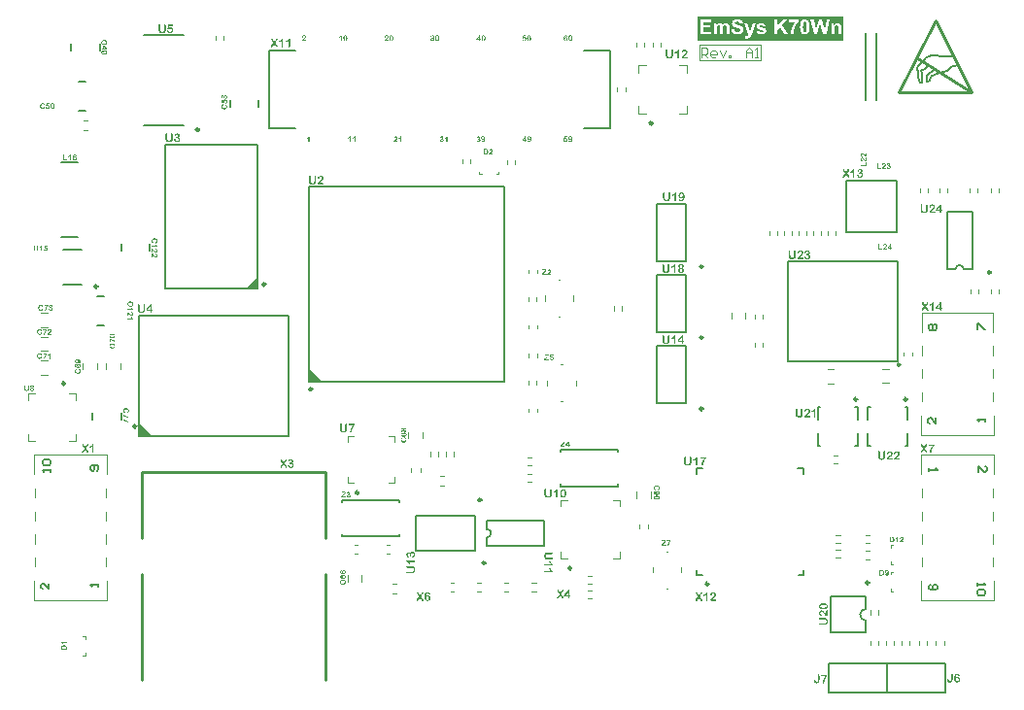
<source format=gto>
%FSLAX44Y44*%
%MOMM*%
G71*
G01*
G75*
G04 Layer_Color=65535*
%ADD10C,1.0000*%
G04:AMPARAMS|DCode=11|XSize=0.9mm|YSize=0.6mm|CornerRadius=0.15mm|HoleSize=0mm|Usage=FLASHONLY|Rotation=90.000|XOffset=0mm|YOffset=0mm|HoleType=Round|Shape=RoundedRectangle|*
%AMROUNDEDRECTD11*
21,1,0.9000,0.3000,0,0,90.0*
21,1,0.6000,0.6000,0,0,90.0*
1,1,0.3000,0.1500,0.3000*
1,1,0.3000,0.1500,-0.3000*
1,1,0.3000,-0.1500,-0.3000*
1,1,0.3000,-0.1500,0.3000*
%
%ADD11ROUNDEDRECTD11*%
G04:AMPARAMS|DCode=12|XSize=1.4mm|YSize=0.9mm|CornerRadius=0.225mm|HoleSize=0mm|Usage=FLASHONLY|Rotation=0.000|XOffset=0mm|YOffset=0mm|HoleType=Round|Shape=RoundedRectangle|*
%AMROUNDEDRECTD12*
21,1,1.4000,0.4500,0,0,0.0*
21,1,0.9500,0.9000,0,0,0.0*
1,1,0.4500,0.4750,-0.2250*
1,1,0.4500,-0.4750,-0.2250*
1,1,0.4500,-0.4750,0.2250*
1,1,0.4500,0.4750,0.2250*
%
%ADD12ROUNDEDRECTD12*%
%ADD13R,1.5700X1.8800*%
%ADD14O,1.6500X0.3000*%
%ADD15R,1.6500X0.3000*%
%ADD16R,0.5000X0.5000*%
%ADD17O,0.8000X0.2500*%
%ADD18O,0.2500X0.8000*%
%ADD19R,0.2500X0.8000*%
G04:AMPARAMS|DCode=20|XSize=0.9mm|YSize=0.6mm|CornerRadius=0.15mm|HoleSize=0mm|Usage=FLASHONLY|Rotation=0.000|XOffset=0mm|YOffset=0mm|HoleType=Round|Shape=RoundedRectangle|*
%AMROUNDEDRECTD20*
21,1,0.9000,0.3000,0,0,0.0*
21,1,0.6000,0.6000,0,0,0.0*
1,1,0.3000,0.3000,-0.1500*
1,1,0.3000,-0.3000,-0.1500*
1,1,0.3000,-0.3000,0.1500*
1,1,0.3000,0.3000,0.1500*
%
%ADD20ROUNDEDRECTD20*%
G04:AMPARAMS|DCode=21|XSize=1.4mm|YSize=0.9mm|CornerRadius=0.225mm|HoleSize=0mm|Usage=FLASHONLY|Rotation=90.000|XOffset=0mm|YOffset=0mm|HoleType=Round|Shape=RoundedRectangle|*
%AMROUNDEDRECTD21*
21,1,1.4000,0.4500,0,0,90.0*
21,1,0.9500,0.9000,0,0,90.0*
1,1,0.4500,0.2250,0.4750*
1,1,0.4500,0.2250,-0.4750*
1,1,0.4500,-0.2250,-0.4750*
1,1,0.4500,-0.2250,0.4750*
%
%ADD21ROUNDEDRECTD21*%
G04:AMPARAMS|DCode=22|XSize=0.6mm|YSize=0.45mm|CornerRadius=0.1125mm|HoleSize=0mm|Usage=FLASHONLY|Rotation=270.000|XOffset=0mm|YOffset=0mm|HoleType=Round|Shape=RoundedRectangle|*
%AMROUNDEDRECTD22*
21,1,0.6000,0.2250,0,0,270.0*
21,1,0.3750,0.4500,0,0,270.0*
1,1,0.2250,-0.1125,-0.1875*
1,1,0.2250,-0.1125,0.1875*
1,1,0.2250,0.1125,0.1875*
1,1,0.2250,0.1125,-0.1875*
%
%ADD22ROUNDEDRECTD22*%
G04:AMPARAMS|DCode=23|XSize=0.6mm|YSize=0.45mm|CornerRadius=0.1125mm|HoleSize=0mm|Usage=FLASHONLY|Rotation=180.000|XOffset=0mm|YOffset=0mm|HoleType=Round|Shape=RoundedRectangle|*
%AMROUNDEDRECTD23*
21,1,0.6000,0.2250,0,0,180.0*
21,1,0.3750,0.4500,0,0,180.0*
1,1,0.2250,-0.1875,0.1125*
1,1,0.2250,0.1875,0.1125*
1,1,0.2250,0.1875,-0.1125*
1,1,0.2250,-0.1875,-0.1125*
%
%ADD23ROUNDEDRECTD23*%
G04:AMPARAMS|DCode=24|XSize=2.7mm|YSize=1.6mm|CornerRadius=0.4mm|HoleSize=0mm|Usage=FLASHONLY|Rotation=180.000|XOffset=0mm|YOffset=0mm|HoleType=Round|Shape=RoundedRectangle|*
%AMROUNDEDRECTD24*
21,1,2.7000,0.8000,0,0,180.0*
21,1,1.9000,1.6000,0,0,180.0*
1,1,0.8000,-0.9500,0.4000*
1,1,0.8000,0.9500,0.4000*
1,1,0.8000,0.9500,-0.4000*
1,1,0.8000,-0.9500,-0.4000*
%
%ADD24ROUNDEDRECTD24*%
G04:AMPARAMS|DCode=25|XSize=1.4mm|YSize=1.2mm|CornerRadius=0.18mm|HoleSize=0mm|Usage=FLASHONLY|Rotation=90.000|XOffset=0mm|YOffset=0mm|HoleType=Round|Shape=RoundedRectangle|*
%AMROUNDEDRECTD25*
21,1,1.4000,0.8400,0,0,90.0*
21,1,1.0400,1.2000,0,0,90.0*
1,1,0.3600,0.4200,0.5200*
1,1,0.3600,0.4200,-0.5200*
1,1,0.3600,-0.4200,-0.5200*
1,1,0.3600,-0.4200,0.5200*
%
%ADD25ROUNDEDRECTD25*%
G04:AMPARAMS|DCode=26|XSize=0.9mm|YSize=0.7mm|CornerRadius=0.175mm|HoleSize=0mm|Usage=FLASHONLY|Rotation=180.000|XOffset=0mm|YOffset=0mm|HoleType=Round|Shape=RoundedRectangle|*
%AMROUNDEDRECTD26*
21,1,0.9000,0.3500,0,0,180.0*
21,1,0.5500,0.7000,0,0,180.0*
1,1,0.3500,-0.2750,0.1750*
1,1,0.3500,0.2750,0.1750*
1,1,0.3500,0.2750,-0.1750*
1,1,0.3500,-0.2750,-0.1750*
%
%ADD26ROUNDEDRECTD26*%
G04:AMPARAMS|DCode=27|XSize=0.9mm|YSize=0.7mm|CornerRadius=0.175mm|HoleSize=0mm|Usage=FLASHONLY|Rotation=90.000|XOffset=0mm|YOffset=0mm|HoleType=Round|Shape=RoundedRectangle|*
%AMROUNDEDRECTD27*
21,1,0.9000,0.3500,0,0,90.0*
21,1,0.5500,0.7000,0,0,90.0*
1,1,0.3500,0.1750,0.2750*
1,1,0.3500,0.1750,-0.2750*
1,1,0.3500,-0.1750,-0.2750*
1,1,0.3500,-0.1750,0.2750*
%
%ADD27ROUNDEDRECTD27*%
G04:AMPARAMS|DCode=28|XSize=0.5mm|YSize=0.66mm|CornerRadius=0.125mm|HoleSize=0mm|Usage=FLASHONLY|Rotation=270.000|XOffset=0mm|YOffset=0mm|HoleType=Round|Shape=RoundedRectangle|*
%AMROUNDEDRECTD28*
21,1,0.5000,0.4100,0,0,270.0*
21,1,0.2500,0.6600,0,0,270.0*
1,1,0.2500,-0.2050,-0.1250*
1,1,0.2500,-0.2050,0.1250*
1,1,0.2500,0.2050,0.1250*
1,1,0.2500,0.2050,-0.1250*
%
%ADD28ROUNDEDRECTD28*%
%ADD29R,1.4000X1.4000*%
%ADD30R,1.2000X1.4000*%
G04:AMPARAMS|DCode=31|XSize=2.65mm|YSize=7.3mm|CornerRadius=0.6625mm|HoleSize=0mm|Usage=FLASHONLY|Rotation=0.000|XOffset=0mm|YOffset=0mm|HoleType=Round|Shape=RoundedRectangle|*
%AMROUNDEDRECTD31*
21,1,2.6500,5.9750,0,0,0.0*
21,1,1.3250,7.3000,0,0,0.0*
1,1,1.3250,0.6625,-2.9875*
1,1,1.3250,-0.6625,-2.9875*
1,1,1.3250,-0.6625,2.9875*
1,1,1.3250,0.6625,2.9875*
%
%ADD31ROUNDEDRECTD31*%
G04:AMPARAMS|DCode=32|XSize=2.7mm|YSize=1.6mm|CornerRadius=0.4mm|HoleSize=0mm|Usage=FLASHONLY|Rotation=270.000|XOffset=0mm|YOffset=0mm|HoleType=Round|Shape=RoundedRectangle|*
%AMROUNDEDRECTD32*
21,1,2.7000,0.8000,0,0,270.0*
21,1,1.9000,1.6000,0,0,270.0*
1,1,0.8000,-0.4000,-0.9500*
1,1,0.8000,-0.4000,0.9500*
1,1,0.8000,0.4000,0.9500*
1,1,0.8000,0.4000,-0.9500*
%
%ADD32ROUNDEDRECTD32*%
%ADD33R,1.9000X2.4000*%
G04:AMPARAMS|DCode=34|XSize=0.5mm|YSize=0.66mm|CornerRadius=0.125mm|HoleSize=0mm|Usage=FLASHONLY|Rotation=0.000|XOffset=0mm|YOffset=0mm|HoleType=Round|Shape=RoundedRectangle|*
%AMROUNDEDRECTD34*
21,1,0.5000,0.4100,0,0,0.0*
21,1,0.2500,0.6600,0,0,0.0*
1,1,0.2500,0.1250,-0.2050*
1,1,0.2500,-0.1250,-0.2050*
1,1,0.2500,-0.1250,0.2050*
1,1,0.2500,0.1250,0.2050*
%
%ADD34ROUNDEDRECTD34*%
%ADD35R,1.0160X1.0160*%
%ADD36R,2.0000X3.5000*%
%ADD37R,0.5000X2.2500*%
%ADD38R,2.0000X4.0000*%
%ADD39O,0.5000X2.4000*%
G04:AMPARAMS|DCode=40|XSize=0.5mm|YSize=2.4mm|CornerRadius=0.125mm|HoleSize=0mm|Usage=FLASHONLY|Rotation=0.000|XOffset=0mm|YOffset=0mm|HoleType=Round|Shape=RoundedRectangle|*
%AMROUNDEDRECTD40*
21,1,0.5000,2.1500,0,0,0.0*
21,1,0.2500,2.4000,0,0,0.0*
1,1,0.2500,0.1250,-1.0750*
1,1,0.2500,-0.1250,-1.0750*
1,1,0.2500,-0.1250,1.0750*
1,1,0.2500,0.1250,1.0750*
%
%ADD40ROUNDEDRECTD40*%
%ADD41O,2.7500X1.0000*%
%ADD42O,2.2000X0.6000*%
%ADD43R,2.2000X0.6000*%
%ADD44R,0.3048X0.3048*%
G04:AMPARAMS|DCode=45|XSize=0.3048mm|YSize=0.3048mm|CornerRadius=0.0762mm|HoleSize=0mm|Usage=FLASHONLY|Rotation=270.000|XOffset=0mm|YOffset=0mm|HoleType=Round|Shape=RoundedRectangle|*
%AMROUNDEDRECTD45*
21,1,0.3048,0.1524,0,0,270.0*
21,1,0.1524,0.3048,0,0,270.0*
1,1,0.1524,-0.0762,-0.0762*
1,1,0.1524,-0.0762,0.0762*
1,1,0.1524,0.0762,0.0762*
1,1,0.1524,0.0762,-0.0762*
%
%ADD45ROUNDEDRECTD45*%
%ADD46R,0.3500X0.8000*%
%ADD47O,0.3500X0.8000*%
%ADD48R,1.7500X1.5000*%
%ADD49O,0.3000X1.6500*%
%ADD50R,0.3000X1.6500*%
%ADD51R,1.8500X0.3500*%
%ADD52O,1.8500X0.3500*%
%ADD53O,0.2500X0.7000*%
%ADD54R,0.7000X0.2500*%
%ADD55O,0.7000X0.2500*%
%ADD56R,0.2500X0.7000*%
%ADD57R,0.3500X1.5000*%
%ADD58O,0.3500X1.5600*%
%ADD59O,0.3500X1.5000*%
%ADD60O,0.6000X2.2000*%
%ADD61R,0.6000X2.2000*%
%ADD62O,0.2800X0.8500*%
%ADD63R,3.3000X3.3000*%
%ADD64O,0.8500X0.2800*%
%ADD65R,0.2800X0.8500*%
%ADD66R,2.5000X2.5000*%
%ADD67R,0.5000X0.5000*%
%ADD68O,1.6000X0.3500*%
%ADD69R,1.6000X0.3500*%
%ADD70C,0.4000*%
%ADD71C,0.4500*%
%ADD72C,0.1500*%
%ADD73C,0.3000*%
%ADD74C,0.1000*%
%ADD75C,0.8000*%
%ADD76C,0.2000*%
%ADD77C,0.4000*%
%ADD78C,0.2500*%
%ADD79C,0.6000*%
%ADD80C,0.5000*%
%ADD81C,0.2540*%
%ADD82C,0.1999*%
%ADD83C,1.5240*%
%ADD84C,1.4000*%
%ADD85O,3.0200X1.6200*%
%ADD86C,0.8000*%
%ADD87C,1.2000*%
%ADD88C,2.5000*%
%ADD89C,3.2500*%
%ADD90C,1.5000*%
%ADD91C,0.3500*%
%ADD92C,0.6000*%
%ADD93C,4.4000*%
%ADD94C,1.0160*%
%ADD95C,1.8000*%
%ADD96C,2.6000*%
%ADD97O,3.1000X1.7000*%
%ADD98C,1.3000*%
%ADD99C,1.7000*%
%ADD100C,3.7500*%
%ADD101C,0.6500*%
%ADD102C,0.8000*%
%ADD103C,0.0800*%
%ADD104C,0.0870*%
%ADD105C,0.0750*%
%ADD106C,0.4500*%
%ADD107C,2.2000*%
%ADD108O,2.8000X1.4000*%
%ADD109O,0.5000X3.3000*%
%ADD110R,0.5000X3.3000*%
%ADD111R,1.4000X0.9000*%
G04:AMPARAMS|DCode=112|XSize=1.3mm|YSize=2.2mm|CornerRadius=0.325mm|HoleSize=0mm|Usage=FLASHONLY|Rotation=180.000|XOffset=0mm|YOffset=0mm|HoleType=Round|Shape=RoundedRectangle|*
%AMROUNDEDRECTD112*
21,1,1.3000,1.5500,0,0,180.0*
21,1,0.6500,2.2000,0,0,180.0*
1,1,0.6500,-0.3250,0.7750*
1,1,0.6500,0.3250,0.7750*
1,1,0.6500,0.3250,-0.7750*
1,1,0.6500,-0.3250,-0.7750*
%
%ADD112ROUNDEDRECTD112*%
%ADD113R,0.9000X1.4000*%
%ADD114O,3.3000X0.5000*%
%ADD115R,3.3000X0.5000*%
G04:AMPARAMS|DCode=116|XSize=1.8mm|YSize=1.2mm|CornerRadius=0.3mm|HoleSize=0mm|Usage=FLASHONLY|Rotation=0.000|XOffset=0mm|YOffset=0mm|HoleType=Round|Shape=RoundedRectangle|*
%AMROUNDEDRECTD116*
21,1,1.8000,0.6000,0,0,0.0*
21,1,1.2000,1.2000,0,0,0.0*
1,1,0.6000,0.6000,-0.3000*
1,1,0.6000,-0.6000,-0.3000*
1,1,0.6000,-0.6000,0.3000*
1,1,0.6000,0.6000,0.3000*
%
%ADD116ROUNDEDRECTD116*%
%ADD117C,0.3000*%
%ADD118C,0.5000*%
G04:AMPARAMS|DCode=119|XSize=0.5mm|YSize=1.54mm|CornerRadius=0.125mm|HoleSize=0mm|Usage=FLASHONLY|Rotation=180.000|XOffset=0mm|YOffset=0mm|HoleType=Round|Shape=RoundedRectangle|*
%AMROUNDEDRECTD119*
21,1,0.5000,1.2900,0,0,180.0*
21,1,0.2500,1.5400,0,0,180.0*
1,1,0.2500,-0.1250,0.6450*
1,1,0.2500,0.1250,0.6450*
1,1,0.2500,0.1250,-0.6450*
1,1,0.2500,-0.1250,-0.6450*
%
%ADD119ROUNDEDRECTD119*%
G04:AMPARAMS|DCode=120|XSize=1.22mm|YSize=1.82mm|CornerRadius=0.305mm|HoleSize=0mm|Usage=FLASHONLY|Rotation=180.000|XOffset=0mm|YOffset=0mm|HoleType=Round|Shape=RoundedRectangle|*
%AMROUNDEDRECTD120*
21,1,1.2200,1.2100,0,0,180.0*
21,1,0.6100,1.8200,0,0,180.0*
1,1,0.6100,-0.3050,0.6050*
1,1,0.6100,0.3050,0.6050*
1,1,0.6100,0.3050,-0.6050*
1,1,0.6100,-0.3050,-0.6050*
%
%ADD120ROUNDEDRECTD120*%
G04:AMPARAMS|DCode=121|XSize=1.22mm|YSize=1.82mm|CornerRadius=0.305mm|HoleSize=0mm|Usage=FLASHONLY|Rotation=90.000|XOffset=0mm|YOffset=0mm|HoleType=Round|Shape=RoundedRectangle|*
%AMROUNDEDRECTD121*
21,1,1.2200,1.2100,0,0,90.0*
21,1,0.6100,1.8200,0,0,90.0*
1,1,0.6100,0.6050,0.3050*
1,1,0.6100,0.6050,-0.3050*
1,1,0.6100,-0.6050,-0.3050*
1,1,0.6100,-0.6050,0.3050*
%
%ADD121ROUNDEDRECTD121*%
%ADD122R,0.8000X0.3500*%
%ADD123O,0.8000X0.3500*%
%ADD124R,1.5000X1.7500*%
%ADD125R,0.4000X0.4000*%
G04:AMPARAMS|DCode=126|XSize=2mm|YSize=2.8mm|CornerRadius=0.5mm|HoleSize=0mm|Usage=FLASHONLY|Rotation=270.000|XOffset=0mm|YOffset=0mm|HoleType=Round|Shape=RoundedRectangle|*
%AMROUNDEDRECTD126*
21,1,2.0000,1.8000,0,0,270.0*
21,1,1.0000,2.8000,0,0,270.0*
1,1,1.0000,-0.9000,-0.5000*
1,1,1.0000,-0.9000,0.5000*
1,1,1.0000,0.9000,0.5000*
1,1,1.0000,0.9000,-0.5000*
%
%ADD126ROUNDEDRECTD126*%
%ADD127O,0.3000X1.2000*%
%ADD128O,1.2000X0.3000*%
%ADD129R,1.2000X0.3000*%
%ADD130C,0.1250*%
%ADD131C,0.2032*%
%ADD132C,0.1524*%
%ADD133C,0.1519*%
G36*
X720255Y71219D02*
X720345D01*
X720454Y71209D01*
X720684Y71189D01*
X720924Y71159D01*
X721173Y71119D01*
X721403Y71059D01*
X721413D01*
X721433Y71049D01*
X721463Y71039D01*
X721503Y71029D01*
X721612Y70979D01*
X721742Y70919D01*
X721902Y70830D01*
X722072Y70720D01*
X722251Y70580D01*
X722421Y70420D01*
X722441Y70400D01*
X722481Y70350D01*
X722551Y70261D01*
X722631Y70151D01*
X722710Y70011D01*
X722800Y69851D01*
X722890Y69672D01*
X722960Y69472D01*
Y69462D01*
X722970Y69452D01*
X722980Y69422D01*
X722990Y69382D01*
X723000Y69332D01*
X723010Y69262D01*
X723040Y69123D01*
X723080Y68933D01*
X723100Y68723D01*
X723120Y68484D01*
X723130Y68224D01*
Y68214D01*
Y68184D01*
Y68144D01*
Y68085D01*
X723120Y68005D01*
Y67925D01*
X723110Y67825D01*
Y67715D01*
X723090Y67486D01*
X723050Y67236D01*
X723010Y66986D01*
X722950Y66747D01*
Y66737D01*
X722940Y66717D01*
X722930Y66687D01*
X722920Y66647D01*
X722870Y66537D01*
X722810Y66398D01*
X722730Y66238D01*
X722631Y66068D01*
X722521Y65908D01*
X722381Y65749D01*
X722361Y65729D01*
X722311Y65689D01*
X722221Y65619D01*
X722112Y65529D01*
X721972Y65439D01*
X721802Y65349D01*
X721602Y65259D01*
X721393Y65180D01*
X721383D01*
X721363Y65170D01*
X721333Y65160D01*
X721283Y65150D01*
X721223Y65140D01*
X721153Y65120D01*
X721073Y65110D01*
X720984Y65090D01*
X720774Y65060D01*
X720524Y65030D01*
X720245Y65010D01*
X719945Y65000D01*
X716302D01*
X716222Y65010D01*
X716122Y65030D01*
X716012Y65050D01*
X715893Y65080D01*
X715793Y65130D01*
X715693Y65200D01*
X715683Y65210D01*
X715653Y65240D01*
X715623Y65279D01*
X715573Y65339D01*
X715533Y65419D01*
X715503Y65509D01*
X715473Y65619D01*
X715463Y65739D01*
Y65759D01*
Y65799D01*
X715473Y65858D01*
X715493Y65938D01*
X715523Y66028D01*
X715563Y66118D01*
X715613Y66208D01*
X715693Y66288D01*
X715703Y66298D01*
X715733Y66318D01*
X715793Y66358D01*
X715863Y66398D01*
X715963Y66427D01*
X716082Y66467D01*
X716222Y66487D01*
X716382Y66497D01*
X720125D01*
X720245Y66507D01*
X720395Y66517D01*
X720554Y66527D01*
X720734Y66557D01*
X720904Y66587D01*
X721073Y66627D01*
X721093Y66637D01*
X721143Y66657D01*
X721213Y66687D01*
X721303Y66737D01*
X721413Y66807D01*
X721513Y66897D01*
X721622Y66996D01*
X721712Y67116D01*
X721722Y67136D01*
X721752Y67186D01*
X721782Y67266D01*
X721822Y67376D01*
X721872Y67516D01*
X721902Y67685D01*
X721932Y67885D01*
X721942Y68114D01*
Y68124D01*
Y68154D01*
Y68194D01*
X721932Y68254D01*
Y68334D01*
X721922Y68414D01*
X721882Y68604D01*
X721832Y68803D01*
X721752Y69013D01*
X721632Y69202D01*
X721563Y69292D01*
X721483Y69362D01*
X721473D01*
X721463Y69382D01*
X721433Y69392D01*
X721393Y69422D01*
X721343Y69452D01*
X721283Y69482D01*
X721213Y69512D01*
X721123Y69552D01*
X721033Y69582D01*
X720924Y69612D01*
X720814Y69642D01*
X720684Y69672D01*
X720544Y69702D01*
X720395Y69712D01*
X720225Y69732D01*
X716302D01*
X716222Y69742D01*
X716122Y69762D01*
X716012Y69781D01*
X715893Y69811D01*
X715793Y69861D01*
X715693Y69931D01*
X715683Y69941D01*
X715653Y69971D01*
X715623Y70011D01*
X715573Y70071D01*
X715533Y70151D01*
X715503Y70241D01*
X715473Y70350D01*
X715463Y70470D01*
Y70490D01*
Y70530D01*
X715473Y70590D01*
X715493Y70670D01*
X715523Y70750D01*
X715563Y70850D01*
X715613Y70939D01*
X715693Y71019D01*
X715703Y71029D01*
X715733Y71049D01*
X715793Y71089D01*
X715863Y71129D01*
X715963Y71159D01*
X716082Y71199D01*
X716222Y71219D01*
X716382Y71229D01*
X720165D01*
X720255Y71219D01*
D02*
G37*
G36*
X722501Y77787D02*
X722561Y77777D01*
X722621Y77757D01*
X722691Y77727D01*
X722760Y77687D01*
X722830Y77628D01*
X722840Y77618D01*
X722860Y77597D01*
X722880Y77558D01*
X722910Y77508D01*
X722950Y77438D01*
X722970Y77358D01*
X722990Y77258D01*
X723000Y77138D01*
Y73415D01*
Y73395D01*
Y73355D01*
X722990Y73285D01*
X722970Y73195D01*
X722950Y73106D01*
X722920Y73006D01*
X722870Y72906D01*
X722800Y72816D01*
X722790Y72806D01*
X722760Y72786D01*
X722720Y72746D01*
X722661Y72716D01*
X722591Y72676D01*
X722501Y72636D01*
X722401Y72616D01*
X722301Y72606D01*
X722271D01*
X722231Y72616D01*
X722171Y72626D01*
X722102Y72636D01*
X722022Y72666D01*
X721932Y72696D01*
X721822Y72746D01*
X721812Y72756D01*
X721772Y72766D01*
X721722Y72796D01*
X721652Y72836D01*
X721493Y72936D01*
X721423Y72986D01*
X721353Y73046D01*
X721343Y73056D01*
X721323Y73076D01*
X721283Y73116D01*
X721233Y73155D01*
X721173Y73215D01*
X721103Y73285D01*
X720944Y73445D01*
X720754Y73635D01*
X720554Y73834D01*
X720345Y74044D01*
X720155Y74254D01*
X720145Y74264D01*
X720135Y74274D01*
X720105Y74303D01*
X720075Y74343D01*
X719985Y74443D01*
X719886Y74553D01*
X719776Y74683D01*
X719666Y74812D01*
X719566Y74932D01*
X719496Y75032D01*
X719486Y75052D01*
X719446Y75102D01*
X719386Y75172D01*
X719317Y75272D01*
X719227Y75381D01*
X719127Y75491D01*
X719027Y75611D01*
X718917Y75721D01*
X718907Y75731D01*
X718867Y75771D01*
X718808Y75821D01*
X718728Y75881D01*
X718638Y75950D01*
X718538Y76020D01*
X718418Y76080D01*
X718308Y76140D01*
X718298Y76150D01*
X718249Y76160D01*
X718189Y76190D01*
X718109Y76220D01*
X718019Y76240D01*
X717909Y76270D01*
X717799Y76280D01*
X717690Y76290D01*
X717640D01*
X717580Y76280D01*
X717500Y76270D01*
X717410Y76250D01*
X717310Y76220D01*
X717220Y76180D01*
X717121Y76130D01*
X717111Y76120D01*
X717081Y76100D01*
X717031Y76070D01*
X716971Y76020D01*
X716911Y75960D01*
X716841Y75891D01*
X716781Y75811D01*
X716721Y75711D01*
X716711Y75701D01*
X716701Y75661D01*
X716671Y75611D01*
X716641Y75541D01*
X716621Y75451D01*
X716591Y75352D01*
X716581Y75242D01*
X716572Y75132D01*
Y75122D01*
Y75102D01*
Y75072D01*
X716581Y75022D01*
X716601Y74902D01*
X716641Y74753D01*
X716711Y74593D01*
X716761Y74503D01*
X716821Y74413D01*
X716891Y74333D01*
X716961Y74243D01*
X717061Y74164D01*
X717160Y74094D01*
X717180Y74084D01*
X717200Y74074D01*
X717240Y74054D01*
X717290Y74034D01*
X717360Y74004D01*
X717450Y73964D01*
X717570Y73924D01*
X717580Y73914D01*
X717630Y73904D01*
X717690Y73874D01*
X717759Y73844D01*
X717939Y73764D01*
X718019Y73705D01*
X718099Y73655D01*
X718109Y73645D01*
X718129Y73625D01*
X718159Y73595D01*
X718189Y73545D01*
X718219Y73485D01*
X718249Y73405D01*
X718268Y73315D01*
X718278Y73215D01*
Y73205D01*
Y73175D01*
X718268Y73126D01*
X718259Y73066D01*
X718239Y73006D01*
X718208Y72936D01*
X718169Y72866D01*
X718109Y72796D01*
X718099Y72786D01*
X718079Y72766D01*
X718039Y72746D01*
X717989Y72716D01*
X717919Y72676D01*
X717839Y72656D01*
X717749Y72636D01*
X717650Y72626D01*
X717590D01*
X717520Y72636D01*
X717430Y72646D01*
X717320Y72666D01*
X717190Y72696D01*
X717061Y72736D01*
X716921Y72786D01*
X716901Y72796D01*
X716861Y72816D01*
X716781Y72856D01*
X716691Y72906D01*
X716591Y72976D01*
X716472Y73056D01*
X716362Y73145D01*
X716242Y73255D01*
X716232Y73265D01*
X716192Y73315D01*
X716132Y73375D01*
X716062Y73475D01*
X715983Y73585D01*
X715903Y73714D01*
X715823Y73874D01*
X715743Y74044D01*
Y74054D01*
X715733Y74064D01*
X715723Y74094D01*
X715713Y74134D01*
X715683Y74233D01*
X715643Y74363D01*
X715603Y74523D01*
X715573Y74723D01*
X715553Y74932D01*
X715543Y75162D01*
Y75172D01*
Y75192D01*
Y75242D01*
Y75292D01*
X715553Y75361D01*
Y75441D01*
X715573Y75621D01*
X715603Y75831D01*
X715653Y76050D01*
X715713Y76270D01*
X715793Y76480D01*
X715803Y76500D01*
X715823Y76539D01*
X715863Y76609D01*
X715913Y76689D01*
X715973Y76789D01*
X716052Y76899D01*
X716142Y77009D01*
X716242Y77108D01*
X716252Y77118D01*
X716292Y77148D01*
X716352Y77198D01*
X716432Y77258D01*
X716522Y77328D01*
X716631Y77398D01*
X716761Y77468D01*
X716891Y77528D01*
X716911Y77538D01*
X716951Y77548D01*
X717031Y77578D01*
X717121Y77607D01*
X717240Y77628D01*
X717370Y77657D01*
X717510Y77667D01*
X717660Y77677D01*
X717769D01*
X717819Y77667D01*
X717889Y77657D01*
X718039Y77638D01*
X718219Y77597D01*
X718408Y77548D01*
X718608Y77468D01*
X718808Y77358D01*
X718818D01*
X718827Y77348D01*
X718887Y77308D01*
X718987Y77238D01*
X719097Y77158D01*
X719227Y77069D01*
X719357Y76959D01*
X719486Y76839D01*
X719606Y76719D01*
X719616Y76709D01*
X719656Y76659D01*
X719726Y76579D01*
X719826Y76469D01*
X719955Y76320D01*
X720115Y76130D01*
X720305Y75901D01*
X720415Y75781D01*
X720524Y75641D01*
X720534Y75631D01*
X720554Y75611D01*
X720584Y75571D01*
X720624Y75521D01*
X720674Y75461D01*
X720734Y75392D01*
X720874Y75232D01*
X721033Y75052D01*
X721193Y74882D01*
X721353Y74733D01*
X721423Y74663D01*
X721493Y74603D01*
X721503Y74593D01*
X721513Y74583D01*
X721543Y74553D01*
X721582Y74523D01*
X721682Y74443D01*
X721812Y74353D01*
Y76989D01*
Y77009D01*
Y77059D01*
X721822Y77128D01*
X721832Y77218D01*
X721852Y77308D01*
X721882Y77408D01*
X721922Y77508D01*
X721982Y77588D01*
X721992Y77597D01*
X722012Y77618D01*
X722042Y77657D01*
X722092Y77697D01*
X722151Y77727D01*
X722231Y77767D01*
X722311Y77787D01*
X722411Y77797D01*
X722451D01*
X722501Y77787D01*
D02*
G37*
G36*
X719666Y83846D02*
X719866D01*
X720085Y83826D01*
X720325Y83806D01*
X720574Y83786D01*
X720804Y83747D01*
X720834D01*
X720864Y83737D01*
X720904Y83727D01*
X721013Y83697D01*
X721163Y83667D01*
X721323Y83617D01*
X721503Y83547D01*
X721692Y83467D01*
X721882Y83377D01*
X721892D01*
X721912Y83357D01*
X721942Y83337D01*
X721982Y83317D01*
X722092Y83237D01*
X722221Y83138D01*
X722371Y83008D01*
X722521Y82848D01*
X722671Y82678D01*
X722800Y82479D01*
Y82469D01*
X722810Y82459D01*
X722830Y82429D01*
X722850Y82389D01*
X722870Y82329D01*
X722900Y82269D01*
X722960Y82129D01*
X723020Y81950D01*
X723070Y81740D01*
X723110Y81511D01*
X723120Y81271D01*
Y81261D01*
Y81241D01*
Y81201D01*
X723110Y81141D01*
Y81081D01*
X723100Y81002D01*
X723070Y80812D01*
X723010Y80602D01*
X722940Y80373D01*
X722830Y80133D01*
X722770Y80023D01*
X722691Y79903D01*
X722681Y79893D01*
X722671Y79873D01*
X722641Y79844D01*
X722611Y79804D01*
X722511Y79694D01*
X722371Y79564D01*
X722201Y79414D01*
X721992Y79255D01*
X721752Y79115D01*
X721483Y78985D01*
X721463Y78975D01*
X721413Y78955D01*
X721323Y78935D01*
X721213Y78895D01*
X721073Y78855D01*
X720914Y78825D01*
X720744Y78785D01*
X720554Y78755D01*
X720534D01*
X720505Y78745D01*
X720464D01*
X720365Y78735D01*
X720225Y78726D01*
X720065Y78706D01*
X719876Y78696D01*
X719676Y78686D01*
X719187D01*
X718997Y78696D01*
X718788Y78706D01*
X718558Y78716D01*
X718318Y78735D01*
X718089Y78766D01*
X718059D01*
X718029Y78775D01*
X717989Y78785D01*
X717869Y78795D01*
X717719Y78825D01*
X717560Y78865D01*
X717380Y78905D01*
X717200Y78955D01*
X717031Y79015D01*
X717021D01*
X717001Y79025D01*
X716961Y79045D01*
X716911Y79075D01*
X716851Y79105D01*
X716781Y79145D01*
X716621Y79235D01*
X716442Y79354D01*
X716252Y79504D01*
X716082Y79684D01*
X715923Y79883D01*
Y79893D01*
X715903Y79913D01*
X715883Y79943D01*
X715863Y79983D01*
X715833Y80043D01*
X715803Y80103D01*
X715763Y80183D01*
X715723Y80263D01*
X715653Y80462D01*
X715593Y80692D01*
X715553Y80952D01*
X715533Y81231D01*
Y81241D01*
Y81251D01*
Y81281D01*
Y81321D01*
X715543Y81421D01*
X715553Y81551D01*
X715573Y81700D01*
X715603Y81850D01*
X715643Y82020D01*
X715703Y82179D01*
Y82189D01*
X715713Y82199D01*
X715733Y82249D01*
X715773Y82329D01*
X715833Y82439D01*
X715903Y82549D01*
X715983Y82678D01*
X716082Y82808D01*
X716202Y82928D01*
X716212Y82938D01*
X716262Y82978D01*
X716332Y83038D01*
X716422Y83118D01*
X716542Y83197D01*
X716681Y83287D01*
X716841Y83377D01*
X717011Y83467D01*
X717021D01*
X717051Y83487D01*
X717101Y83507D01*
X717160Y83527D01*
X717250Y83557D01*
X717360Y83587D01*
X717480Y83627D01*
X717620Y83667D01*
X717779Y83697D01*
X717959Y83737D01*
X718149Y83766D01*
X718358Y83797D01*
X718588Y83816D01*
X718837Y83836D01*
X719097Y83856D01*
X719586D01*
X719666Y83846D01*
D02*
G37*
G36*
X711990Y253447D02*
X712060Y253427D01*
X712120Y253407D01*
X712199Y253367D01*
X712269Y253317D01*
X712329Y253247D01*
X712339Y253237D01*
X712359Y253207D01*
X712379Y253157D01*
X712419Y253097D01*
X712449Y253018D01*
X712469Y252918D01*
X712489Y252798D01*
X712499Y252668D01*
Y246878D01*
Y246868D01*
Y246838D01*
Y246789D01*
X712489Y246719D01*
X712479Y246649D01*
X712459Y246559D01*
X712409Y246379D01*
X712379Y246280D01*
X712329Y246190D01*
X712269Y246100D01*
X712209Y246030D01*
X712120Y245960D01*
X712030Y245910D01*
X711920Y245880D01*
X711800Y245870D01*
X711750D01*
X711690Y245880D01*
X711620Y245900D01*
X711541Y245920D01*
X711461Y245950D01*
X711381Y246000D01*
X711301Y246070D01*
X711291Y246080D01*
X711271Y246110D01*
X711241Y246160D01*
X711211Y246230D01*
X711181Y246309D01*
X711151Y246419D01*
X711131Y246549D01*
X711121Y246689D01*
Y251291D01*
X711111Y251281D01*
X711061Y251251D01*
X711002Y251201D01*
X710912Y251141D01*
X710812Y251061D01*
X710692Y250981D01*
X710562Y250891D01*
X710423Y250801D01*
X710133Y250612D01*
X709983Y250532D01*
X709844Y250462D01*
X709714Y250392D01*
X709584Y250342D01*
X709474Y250312D01*
X709384Y250302D01*
X709344D01*
X709305Y250312D01*
X709255Y250322D01*
X709205Y250342D01*
X709135Y250372D01*
X709075Y250412D01*
X709005Y250462D01*
X708995Y250472D01*
X708985Y250492D01*
X708955Y250532D01*
X708925Y250572D01*
X708895Y250632D01*
X708875Y250702D01*
X708855Y250781D01*
X708845Y250861D01*
Y250871D01*
Y250901D01*
X708855Y250951D01*
X708865Y251011D01*
X708885Y251071D01*
X708915Y251131D01*
X708955Y251191D01*
X709005Y251241D01*
X709015Y251251D01*
X709035Y251261D01*
X709085Y251291D01*
X709145Y251320D01*
X709225Y251370D01*
X709324Y251420D01*
X709444Y251480D01*
X709584Y251550D01*
X709594D01*
X709614Y251560D01*
X709644Y251580D01*
X709684Y251600D01*
X709794Y251660D01*
X709933Y251740D01*
X710093Y251830D01*
X710253Y251929D01*
X710413Y252039D01*
X710552Y252159D01*
X710572Y252169D01*
X710612Y252219D01*
X710682Y252279D01*
X710772Y252369D01*
X710872Y252468D01*
X710982Y252588D01*
X711091Y252728D01*
X711201Y252868D01*
X711211Y252888D01*
X711251Y252928D01*
X711301Y252997D01*
X711361Y253077D01*
X711421Y253167D01*
X711481Y253247D01*
X711531Y253307D01*
X711571Y253357D01*
X711590Y253377D01*
X711610Y253387D01*
X711650Y253407D01*
X711690Y253427D01*
X711750Y253437D01*
X711820Y253457D01*
X711950D01*
X711990Y253447D01*
D02*
G37*
G36*
X705361D02*
X705441D01*
X705621Y253427D01*
X705831Y253397D01*
X706050Y253347D01*
X706270Y253287D01*
X706479Y253207D01*
X706499Y253197D01*
X706539Y253177D01*
X706609Y253137D01*
X706689Y253087D01*
X706789Y253027D01*
X706899Y252948D01*
X707009Y252858D01*
X707108Y252758D01*
X707118Y252748D01*
X707148Y252708D01*
X707198Y252648D01*
X707258Y252568D01*
X707328Y252478D01*
X707398Y252369D01*
X707468Y252239D01*
X707528Y252109D01*
X707538Y252089D01*
X707548Y252049D01*
X707578Y251969D01*
X707607Y251880D01*
X707627Y251760D01*
X707657Y251630D01*
X707667Y251490D01*
X707677Y251341D01*
Y251331D01*
Y251311D01*
Y251281D01*
Y251231D01*
X707667Y251181D01*
X707657Y251111D01*
X707637Y250961D01*
X707598Y250781D01*
X707548Y250592D01*
X707468Y250392D01*
X707358Y250193D01*
Y250182D01*
X707348Y250173D01*
X707308Y250113D01*
X707238Y250013D01*
X707158Y249903D01*
X707068Y249773D01*
X706959Y249643D01*
X706839Y249514D01*
X706719Y249394D01*
X706709Y249384D01*
X706659Y249344D01*
X706579Y249274D01*
X706470Y249174D01*
X706320Y249045D01*
X706130Y248885D01*
X705901Y248695D01*
X705781Y248585D01*
X705641Y248476D01*
X705631Y248466D01*
X705611Y248446D01*
X705571Y248416D01*
X705521Y248376D01*
X705461Y248326D01*
X705391Y248266D01*
X705232Y248126D01*
X705052Y247966D01*
X704882Y247807D01*
X704733Y247647D01*
X704663Y247577D01*
X704603Y247507D01*
X704593Y247497D01*
X704583Y247487D01*
X704553Y247457D01*
X704523Y247418D01*
X704443Y247318D01*
X704353Y247188D01*
X707058D01*
X707128Y247178D01*
X707218Y247168D01*
X707308Y247148D01*
X707408Y247118D01*
X707508Y247078D01*
X707588Y247018D01*
X707598Y247008D01*
X707617Y246988D01*
X707657Y246958D01*
X707697Y246908D01*
X707727Y246849D01*
X707767Y246769D01*
X707787Y246689D01*
X707797Y246589D01*
Y246579D01*
Y246549D01*
X707787Y246499D01*
X707777Y246439D01*
X707757Y246379D01*
X707727Y246309D01*
X707687Y246240D01*
X707627Y246170D01*
X707617Y246160D01*
X707598Y246140D01*
X707558Y246120D01*
X707508Y246090D01*
X707438Y246050D01*
X707358Y246030D01*
X707258Y246010D01*
X707138Y246000D01*
X703355D01*
X703285Y246010D01*
X703195Y246030D01*
X703106Y246050D01*
X703006Y246080D01*
X702906Y246130D01*
X702816Y246200D01*
X702806Y246210D01*
X702786Y246240D01*
X702746Y246280D01*
X702716Y246339D01*
X702676Y246409D01*
X702636Y246499D01*
X702616Y246599D01*
X702606Y246699D01*
Y246709D01*
Y246729D01*
X702616Y246769D01*
X702626Y246828D01*
X702636Y246898D01*
X702666Y246978D01*
X702696Y247068D01*
X702746Y247178D01*
X702756Y247188D01*
X702766Y247228D01*
X702796Y247278D01*
X702836Y247348D01*
X702936Y247507D01*
X702986Y247577D01*
X703046Y247647D01*
X703056Y247657D01*
X703076Y247677D01*
X703115Y247717D01*
X703156Y247767D01*
X703215Y247827D01*
X703285Y247897D01*
X703445Y248056D01*
X703635Y248246D01*
X703834Y248446D01*
X704044Y248655D01*
X704253Y248845D01*
X704264Y248855D01*
X704274Y248865D01*
X704303Y248895D01*
X704343Y248925D01*
X704443Y249015D01*
X704553Y249114D01*
X704683Y249224D01*
X704812Y249334D01*
X704932Y249434D01*
X705032Y249504D01*
X705052Y249514D01*
X705102Y249554D01*
X705172Y249613D01*
X705272Y249683D01*
X705381Y249773D01*
X705491Y249873D01*
X705611Y249973D01*
X705721Y250083D01*
X705731Y250093D01*
X705771Y250133D01*
X705821Y250193D01*
X705881Y250272D01*
X705950Y250362D01*
X706020Y250462D01*
X706080Y250582D01*
X706140Y250692D01*
X706150Y250702D01*
X706160Y250751D01*
X706190Y250811D01*
X706220Y250891D01*
X706240Y250981D01*
X706270Y251091D01*
X706280Y251201D01*
X706290Y251311D01*
Y251320D01*
Y251360D01*
X706280Y251420D01*
X706270Y251500D01*
X706250Y251590D01*
X706220Y251690D01*
X706180Y251780D01*
X706130Y251880D01*
X706120Y251889D01*
X706100Y251919D01*
X706070Y251969D01*
X706020Y252029D01*
X705960Y252089D01*
X705891Y252159D01*
X705811Y252219D01*
X705711Y252279D01*
X705701Y252289D01*
X705661Y252299D01*
X705611Y252329D01*
X705541Y252359D01*
X705451Y252379D01*
X705351Y252409D01*
X705242Y252418D01*
X705132Y252428D01*
X705072D01*
X705022Y252418D01*
X704902Y252399D01*
X704753Y252359D01*
X704593Y252289D01*
X704503Y252239D01*
X704413Y252179D01*
X704333Y252109D01*
X704243Y252039D01*
X704164Y251939D01*
X704094Y251840D01*
X704084Y251820D01*
X704074Y251800D01*
X704054Y251760D01*
X704034Y251710D01*
X704004Y251640D01*
X703964Y251550D01*
X703924Y251430D01*
X703914Y251420D01*
X703904Y251370D01*
X703874Y251311D01*
X703844Y251241D01*
X703764Y251061D01*
X703705Y250981D01*
X703655Y250901D01*
X703645Y250891D01*
X703625Y250871D01*
X703595Y250841D01*
X703545Y250811D01*
X703485Y250781D01*
X703405Y250751D01*
X703315Y250732D01*
X703215Y250722D01*
X703175D01*
X703126Y250732D01*
X703066Y250742D01*
X703006Y250762D01*
X702936Y250791D01*
X702866Y250831D01*
X702796Y250891D01*
X702786Y250901D01*
X702766Y250921D01*
X702746Y250961D01*
X702716Y251011D01*
X702676Y251081D01*
X702656Y251161D01*
X702636Y251251D01*
X702626Y251350D01*
Y251370D01*
Y251410D01*
X702636Y251480D01*
X702646Y251570D01*
X702666Y251680D01*
X702696Y251810D01*
X702736Y251939D01*
X702786Y252079D01*
X702796Y252099D01*
X702816Y252139D01*
X702856Y252219D01*
X702906Y252309D01*
X702976Y252409D01*
X703056Y252528D01*
X703146Y252638D01*
X703255Y252758D01*
X703265Y252768D01*
X703315Y252808D01*
X703375Y252868D01*
X703475Y252938D01*
X703585Y253018D01*
X703715Y253097D01*
X703874Y253177D01*
X704044Y253257D01*
X704054D01*
X704064Y253267D01*
X704094Y253277D01*
X704134Y253287D01*
X704233Y253317D01*
X704363Y253357D01*
X704523Y253397D01*
X704723Y253427D01*
X704932Y253447D01*
X705162Y253457D01*
X705292D01*
X705361Y253447D01*
D02*
G37*
G36*
X700590Y253527D02*
X700670Y253507D01*
X700750Y253477D01*
X700850Y253437D01*
X700939Y253387D01*
X701019Y253307D01*
X701029Y253297D01*
X701049Y253267D01*
X701089Y253207D01*
X701129Y253137D01*
X701159Y253037D01*
X701199Y252918D01*
X701219Y252778D01*
X701229Y252618D01*
Y249055D01*
Y249045D01*
Y249015D01*
Y248975D01*
Y248915D01*
Y248835D01*
X701219Y248745D01*
Y248655D01*
X701209Y248545D01*
X701189Y248316D01*
X701159Y248076D01*
X701119Y247827D01*
X701059Y247597D01*
Y247587D01*
X701049Y247567D01*
X701039Y247537D01*
X701029Y247497D01*
X700979Y247388D01*
X700919Y247258D01*
X700830Y247098D01*
X700720Y246928D01*
X700580Y246749D01*
X700420Y246579D01*
X700400Y246559D01*
X700350Y246519D01*
X700261Y246449D01*
X700151Y246369D01*
X700011Y246290D01*
X699851Y246200D01*
X699672Y246110D01*
X699472Y246040D01*
X699462D01*
X699452Y246030D01*
X699422Y246020D01*
X699382Y246010D01*
X699332Y246000D01*
X699262Y245990D01*
X699123Y245960D01*
X698933Y245920D01*
X698723Y245900D01*
X698484Y245880D01*
X698224Y245870D01*
X698084D01*
X698005Y245880D01*
X697925D01*
X697825Y245890D01*
X697715D01*
X697486Y245910D01*
X697236Y245950D01*
X696986Y245990D01*
X696747Y246050D01*
X696737D01*
X696717Y246060D01*
X696687Y246070D01*
X696647Y246080D01*
X696537Y246130D01*
X696397Y246190D01*
X696238Y246269D01*
X696068Y246369D01*
X695908Y246479D01*
X695749Y246619D01*
X695729Y246639D01*
X695689Y246689D01*
X695619Y246779D01*
X695529Y246888D01*
X695439Y247028D01*
X695349Y247198D01*
X695259Y247397D01*
X695180Y247607D01*
Y247617D01*
X695170Y247637D01*
X695160Y247667D01*
X695150Y247717D01*
X695140Y247777D01*
X695120Y247847D01*
X695110Y247927D01*
X695090Y248016D01*
X695060Y248226D01*
X695030Y248476D01*
X695010Y248755D01*
X695000Y249055D01*
Y252618D01*
Y252628D01*
Y252638D01*
Y252698D01*
X695010Y252778D01*
X695030Y252878D01*
X695050Y252987D01*
X695080Y253107D01*
X695130Y253207D01*
X695200Y253307D01*
X695210Y253317D01*
X695240Y253347D01*
X695279Y253377D01*
X695339Y253427D01*
X695419Y253467D01*
X695509Y253497D01*
X695619Y253527D01*
X695739Y253537D01*
X695799D01*
X695859Y253527D01*
X695938Y253507D01*
X696028Y253477D01*
X696118Y253437D01*
X696208Y253387D01*
X696288Y253307D01*
X696298Y253297D01*
X696318Y253267D01*
X696358Y253207D01*
X696397Y253137D01*
X696428Y253037D01*
X696467Y252918D01*
X696487Y252778D01*
X696497Y252618D01*
Y248975D01*
Y248965D01*
Y248945D01*
Y248915D01*
Y248875D01*
X696507Y248755D01*
X696517Y248605D01*
X696527Y248446D01*
X696557Y248266D01*
X696587Y248096D01*
X696627Y247927D01*
X696637Y247907D01*
X696657Y247857D01*
X696687Y247787D01*
X696737Y247697D01*
X696807Y247587D01*
X696897Y247487D01*
X696996Y247377D01*
X697116Y247288D01*
X697136Y247278D01*
X697186Y247248D01*
X697266Y247218D01*
X697376Y247178D01*
X697515Y247128D01*
X697685Y247098D01*
X697885Y247068D01*
X698114Y247058D01*
X698194D01*
X698254Y247068D01*
X698334D01*
X698414Y247078D01*
X698604Y247118D01*
X698803Y247168D01*
X699013Y247248D01*
X699202Y247368D01*
X699292Y247437D01*
X699362Y247517D01*
Y247527D01*
X699382Y247537D01*
X699392Y247567D01*
X699422Y247607D01*
X699452Y247657D01*
X699482Y247717D01*
X699512Y247787D01*
X699552Y247877D01*
X699582Y247966D01*
X699612Y248076D01*
X699642Y248186D01*
X699672Y248316D01*
X699702Y248456D01*
X699712Y248605D01*
X699732Y248775D01*
Y248945D01*
Y252618D01*
Y252628D01*
Y252638D01*
Y252698D01*
X699742Y252778D01*
X699762Y252878D01*
X699781Y252987D01*
X699811Y253107D01*
X699861Y253207D01*
X699931Y253307D01*
X699941Y253317D01*
X699971Y253347D01*
X700011Y253377D01*
X700071Y253427D01*
X700151Y253467D01*
X700241Y253497D01*
X700350Y253527D01*
X700470Y253537D01*
X700530D01*
X700590Y253527D01*
D02*
G37*
G36*
X589841Y379447D02*
X589911Y379427D01*
X589970Y379407D01*
X590050Y379367D01*
X590120Y379317D01*
X590180Y379247D01*
X590190Y379237D01*
X590210Y379207D01*
X590230Y379157D01*
X590270Y379097D01*
X590300Y379017D01*
X590320Y378918D01*
X590340Y378798D01*
X590350Y378668D01*
Y372878D01*
Y372868D01*
Y372839D01*
Y372789D01*
X590340Y372719D01*
X590330Y372649D01*
X590310Y372559D01*
X590260Y372379D01*
X590230Y372280D01*
X590180Y372190D01*
X590120Y372100D01*
X590060Y372030D01*
X589970Y371960D01*
X589881Y371910D01*
X589771Y371880D01*
X589651Y371870D01*
X589601D01*
X589541Y371880D01*
X589471Y371900D01*
X589392Y371920D01*
X589312Y371950D01*
X589232Y372000D01*
X589152Y372070D01*
X589142Y372080D01*
X589122Y372110D01*
X589092Y372160D01*
X589062Y372230D01*
X589032Y372309D01*
X589002Y372419D01*
X588982Y372549D01*
X588972Y372689D01*
Y377291D01*
X588962Y377281D01*
X588912Y377251D01*
X588852Y377201D01*
X588763Y377141D01*
X588663Y377061D01*
X588543Y376981D01*
X588413Y376891D01*
X588274Y376801D01*
X587984Y376612D01*
X587834Y376532D01*
X587695Y376462D01*
X587565Y376392D01*
X587435Y376342D01*
X587325Y376312D01*
X587235Y376302D01*
X587195D01*
X587155Y376312D01*
X587106Y376322D01*
X587056Y376342D01*
X586986Y376372D01*
X586926Y376412D01*
X586856Y376462D01*
X586846Y376472D01*
X586836Y376492D01*
X586806Y376532D01*
X586776Y376572D01*
X586746Y376632D01*
X586726Y376702D01*
X586706Y376782D01*
X586696Y376861D01*
Y376871D01*
Y376901D01*
X586706Y376951D01*
X586716Y377011D01*
X586736Y377071D01*
X586766Y377131D01*
X586806Y377191D01*
X586856Y377241D01*
X586866Y377251D01*
X586886Y377261D01*
X586936Y377291D01*
X586996Y377321D01*
X587076Y377370D01*
X587175Y377420D01*
X587295Y377480D01*
X587435Y377550D01*
X587445D01*
X587465Y377560D01*
X587495Y377580D01*
X587535Y377600D01*
X587645Y377660D01*
X587784Y377740D01*
X587944Y377830D01*
X588104Y377929D01*
X588264Y378039D01*
X588403Y378159D01*
X588423Y378169D01*
X588463Y378219D01*
X588533Y378279D01*
X588623Y378369D01*
X588723Y378469D01*
X588833Y378588D01*
X588942Y378728D01*
X589052Y378868D01*
X589062Y378888D01*
X589102Y378928D01*
X589152Y378997D01*
X589212Y379077D01*
X589272Y379167D01*
X589332Y379247D01*
X589381Y379307D01*
X589421Y379357D01*
X589441Y379377D01*
X589461Y379387D01*
X589501Y379407D01*
X589541Y379427D01*
X589601Y379437D01*
X589671Y379457D01*
X589801D01*
X589841Y379447D01*
D02*
G37*
G36*
X595421Y379457D02*
X595570Y379447D01*
X595730Y379427D01*
X595910Y379397D01*
X596090Y379357D01*
X596259Y379307D01*
X596269D01*
X596279Y379297D01*
X596339Y379277D01*
X596419Y379237D01*
X596529Y379197D01*
X596648Y379127D01*
X596778Y379057D01*
X596898Y378968D01*
X597018Y378868D01*
X597028Y378858D01*
X597068Y378818D01*
X597128Y378768D01*
X597188Y378688D01*
X597267Y378598D01*
X597347Y378488D01*
X597417Y378379D01*
X597477Y378249D01*
X597487Y378229D01*
X597497Y378189D01*
X597527Y378119D01*
X597557Y378029D01*
X597577Y377919D01*
X597607Y377790D01*
X597617Y377650D01*
X597627Y377510D01*
Y377500D01*
Y377490D01*
Y377430D01*
X597617Y377331D01*
X597597Y377221D01*
X597567Y377081D01*
X597517Y376931D01*
X597457Y376782D01*
X597367Y376632D01*
X597357Y376612D01*
X597317Y376572D01*
X597257Y376492D01*
X597178Y376402D01*
X597068Y376302D01*
X596938Y376203D01*
X596788Y376093D01*
X596609Y375993D01*
X596619D01*
X596629Y375983D01*
X596679Y375963D01*
X596758Y375923D01*
X596858Y375873D01*
X596968Y375813D01*
X597088Y375733D01*
X597207Y375653D01*
X597317Y375554D01*
X597327Y375544D01*
X597367Y375504D01*
X597417Y375454D01*
X597477Y375374D01*
X597547Y375284D01*
X597617Y375174D01*
X597687Y375055D01*
X597747Y374925D01*
X597757Y374905D01*
X597766Y374865D01*
X597797Y374785D01*
X597826Y374695D01*
X597846Y374575D01*
X597876Y374446D01*
X597886Y374296D01*
X597896Y374136D01*
Y374126D01*
Y374106D01*
Y374076D01*
Y374026D01*
X597886Y373977D01*
X597876Y373907D01*
X597856Y373757D01*
X597817Y373577D01*
X597766Y373377D01*
X597687Y373178D01*
X597587Y372978D01*
Y372968D01*
X597577Y372958D01*
X597527Y372888D01*
X597457Y372799D01*
X597357Y372679D01*
X597228Y372549D01*
X597078Y372419D01*
X596888Y372290D01*
X596679Y372170D01*
X596669D01*
X596648Y372160D01*
X596619Y372140D01*
X596569Y372130D01*
X596519Y372100D01*
X596449Y372080D01*
X596369Y372050D01*
X596279Y372030D01*
X596070Y371970D01*
X595830Y371930D01*
X595560Y371890D01*
X595271Y371880D01*
X595131D01*
X595061Y371890D01*
X594972Y371900D01*
X594882D01*
X594782Y371920D01*
X594552Y371950D01*
X594313Y372000D01*
X594063Y372070D01*
X593834Y372170D01*
X593824D01*
X593804Y372180D01*
X593774Y372200D01*
X593734Y372220D01*
X593624Y372290D01*
X593494Y372379D01*
X593354Y372489D01*
X593205Y372629D01*
X593065Y372789D01*
X592935Y372968D01*
Y372978D01*
X592925Y372988D01*
X592905Y373018D01*
X592885Y373058D01*
X592845Y373168D01*
X592785Y373308D01*
X592735Y373477D01*
X592686Y373677D01*
X592646Y373897D01*
X592636Y374126D01*
Y374146D01*
Y374186D01*
X592646Y374256D01*
X592656Y374346D01*
X592676Y374456D01*
X592706Y374585D01*
X592746Y374725D01*
X592795Y374865D01*
X592865Y375025D01*
X592945Y375174D01*
X593055Y375334D01*
X593175Y375484D01*
X593325Y375634D01*
X593494Y375763D01*
X593694Y375893D01*
X593913Y375993D01*
X593903Y376003D01*
X593873Y376013D01*
X593814Y376043D01*
X593754Y376083D01*
X593674Y376143D01*
X593584Y376203D01*
X593494Y376282D01*
X593394Y376372D01*
X593294Y376472D01*
X593205Y376582D01*
X593115Y376712D01*
X593035Y376851D01*
X592975Y377001D01*
X592925Y377161D01*
X592885Y377341D01*
X592875Y377530D01*
Y377540D01*
Y377550D01*
Y377580D01*
Y377620D01*
X592895Y377710D01*
X592915Y377840D01*
X592945Y377979D01*
X592995Y378139D01*
X593065Y378309D01*
X593155Y378478D01*
Y378488D01*
X593165Y378498D01*
X593205Y378548D01*
X593275Y378638D01*
X593364Y378738D01*
X593474Y378848D01*
X593614Y378968D01*
X593774Y379087D01*
X593963Y379197D01*
X593973D01*
X593983Y379207D01*
X594013Y379227D01*
X594053Y379237D01*
X594113Y379257D01*
X594173Y379287D01*
X594323Y379337D01*
X594502Y379377D01*
X594712Y379427D01*
X594952Y379457D01*
X595211Y379467D01*
X595311D01*
X595421Y379457D01*
D02*
G37*
G36*
X584590Y379527D02*
X584670Y379507D01*
X584750Y379477D01*
X584850Y379437D01*
X584939Y379387D01*
X585019Y379307D01*
X585029Y379297D01*
X585049Y379267D01*
X585089Y379207D01*
X585129Y379137D01*
X585159Y379037D01*
X585199Y378918D01*
X585219Y378778D01*
X585229Y378618D01*
Y375055D01*
Y375045D01*
Y375015D01*
Y374975D01*
Y374915D01*
Y374835D01*
X585219Y374745D01*
Y374655D01*
X585209Y374546D01*
X585189Y374316D01*
X585159Y374076D01*
X585119Y373827D01*
X585059Y373597D01*
Y373587D01*
X585049Y373567D01*
X585039Y373537D01*
X585029Y373497D01*
X584979Y373387D01*
X584920Y373258D01*
X584830Y373098D01*
X584720Y372928D01*
X584580Y372749D01*
X584420Y372579D01*
X584400Y372559D01*
X584351Y372519D01*
X584261Y372449D01*
X584151Y372369D01*
X584011Y372290D01*
X583851Y372200D01*
X583672Y372110D01*
X583472Y372040D01*
X583462D01*
X583452Y372030D01*
X583422Y372020D01*
X583382Y372010D01*
X583332Y372000D01*
X583262Y371990D01*
X583123Y371960D01*
X582933Y371920D01*
X582723Y371900D01*
X582484Y371880D01*
X582224Y371870D01*
X582085D01*
X582005Y371880D01*
X581925D01*
X581825Y371890D01*
X581715D01*
X581486Y371910D01*
X581236Y371950D01*
X580987Y371990D01*
X580747Y372050D01*
X580737D01*
X580717Y372060D01*
X580687Y372070D01*
X580647Y372080D01*
X580537Y372130D01*
X580397Y372190D01*
X580238Y372270D01*
X580068Y372369D01*
X579908Y372479D01*
X579749Y372619D01*
X579729Y372639D01*
X579689Y372689D01*
X579619Y372779D01*
X579529Y372888D01*
X579439Y373028D01*
X579349Y373198D01*
X579259Y373397D01*
X579180Y373607D01*
Y373617D01*
X579170Y373637D01*
X579160Y373667D01*
X579150Y373717D01*
X579140Y373777D01*
X579120Y373847D01*
X579110Y373927D01*
X579090Y374016D01*
X579060Y374226D01*
X579030Y374476D01*
X579010Y374755D01*
X579000Y375055D01*
Y378618D01*
Y378628D01*
Y378638D01*
Y378698D01*
X579010Y378778D01*
X579030Y378878D01*
X579050Y378988D01*
X579080Y379107D01*
X579130Y379207D01*
X579200Y379307D01*
X579210Y379317D01*
X579240Y379347D01*
X579280Y379377D01*
X579339Y379427D01*
X579419Y379467D01*
X579509Y379497D01*
X579619Y379527D01*
X579739Y379537D01*
X579799D01*
X579859Y379527D01*
X579938Y379507D01*
X580028Y379477D01*
X580118Y379437D01*
X580208Y379387D01*
X580288Y379307D01*
X580298Y379297D01*
X580318Y379267D01*
X580358Y379207D01*
X580397Y379137D01*
X580428Y379037D01*
X580467Y378918D01*
X580487Y378778D01*
X580497Y378618D01*
Y374975D01*
Y374965D01*
Y374945D01*
Y374915D01*
Y374875D01*
X580507Y374755D01*
X580517Y374605D01*
X580527Y374446D01*
X580557Y374266D01*
X580587Y374096D01*
X580627Y373927D01*
X580637Y373907D01*
X580657Y373857D01*
X580687Y373787D01*
X580737Y373697D01*
X580807Y373587D01*
X580897Y373487D01*
X580997Y373377D01*
X581116Y373288D01*
X581136Y373278D01*
X581186Y373248D01*
X581266Y373218D01*
X581376Y373178D01*
X581516Y373128D01*
X581685Y373098D01*
X581885Y373068D01*
X582114Y373058D01*
X582194D01*
X582254Y373068D01*
X582334D01*
X582414Y373078D01*
X582604Y373118D01*
X582803Y373168D01*
X583013Y373248D01*
X583203Y373368D01*
X583292Y373437D01*
X583362Y373517D01*
Y373527D01*
X583382Y373537D01*
X583392Y373567D01*
X583422Y373607D01*
X583452Y373657D01*
X583482Y373717D01*
X583512Y373787D01*
X583552Y373877D01*
X583582Y373966D01*
X583612Y374076D01*
X583642Y374186D01*
X583672Y374316D01*
X583702Y374456D01*
X583712Y374605D01*
X583732Y374775D01*
Y374945D01*
Y378618D01*
Y378628D01*
Y378638D01*
Y378698D01*
X583742Y378778D01*
X583761Y378878D01*
X583782Y378988D01*
X583811Y379107D01*
X583861Y379207D01*
X583931Y379307D01*
X583941Y379317D01*
X583971Y379347D01*
X584011Y379377D01*
X584071Y379427D01*
X584151Y379467D01*
X584241Y379497D01*
X584351Y379527D01*
X584470Y379537D01*
X584530D01*
X584590Y379527D01*
D02*
G37*
G36*
X590399Y441970D02*
X590469Y441950D01*
X590529Y441930D01*
X590608Y441890D01*
X590678Y441840D01*
X590738Y441770D01*
X590748Y441760D01*
X590768Y441730D01*
X590788Y441681D01*
X590828Y441621D01*
X590858Y441541D01*
X590878Y441441D01*
X590898Y441321D01*
X590908Y441191D01*
Y435402D01*
Y435392D01*
Y435362D01*
Y435312D01*
X590898Y435242D01*
X590888Y435172D01*
X590868Y435082D01*
X590818Y434903D01*
X590788Y434803D01*
X590738Y434713D01*
X590678Y434623D01*
X590618Y434553D01*
X590529Y434483D01*
X590439Y434434D01*
X590329Y434404D01*
X590209Y434394D01*
X590159D01*
X590099Y434404D01*
X590029Y434423D01*
X589950Y434444D01*
X589870Y434473D01*
X589790Y434523D01*
X589710Y434593D01*
X589700Y434603D01*
X589680Y434633D01*
X589650Y434683D01*
X589620Y434753D01*
X589590Y434833D01*
X589560Y434943D01*
X589540Y435072D01*
X589530Y435212D01*
Y439814D01*
X589520Y439804D01*
X589470Y439774D01*
X589411Y439724D01*
X589321Y439664D01*
X589221Y439584D01*
X589101Y439505D01*
X588971Y439415D01*
X588832Y439325D01*
X588542Y439135D01*
X588392Y439055D01*
X588253Y438985D01*
X588123Y438915D01*
X587993Y438866D01*
X587883Y438836D01*
X587793Y438826D01*
X587753D01*
X587714Y438836D01*
X587664Y438846D01*
X587614Y438866D01*
X587544Y438896D01*
X587484Y438936D01*
X587414Y438985D01*
X587404Y438995D01*
X587394Y439015D01*
X587364Y439055D01*
X587334Y439095D01*
X587304Y439155D01*
X587284Y439225D01*
X587264Y439305D01*
X587254Y439385D01*
Y439395D01*
Y439425D01*
X587264Y439474D01*
X587274Y439534D01*
X587294Y439594D01*
X587324Y439654D01*
X587364Y439714D01*
X587414Y439764D01*
X587424Y439774D01*
X587444Y439784D01*
X587494Y439814D01*
X587554Y439844D01*
X587634Y439894D01*
X587733Y439944D01*
X587853Y440004D01*
X587993Y440074D01*
X588003D01*
X588023Y440083D01*
X588053Y440103D01*
X588093Y440123D01*
X588203Y440183D01*
X588343Y440263D01*
X588502Y440353D01*
X588662Y440453D01*
X588822Y440563D01*
X588961Y440682D01*
X588981Y440692D01*
X589021Y440742D01*
X589091Y440802D01*
X589181Y440892D01*
X589281Y440992D01*
X589391Y441112D01*
X589500Y441251D01*
X589610Y441391D01*
X589620Y441411D01*
X589660Y441451D01*
X589710Y441521D01*
X589770Y441601D01*
X589830Y441691D01*
X589890Y441770D01*
X589940Y441830D01*
X589980Y441880D01*
X590000Y441900D01*
X590019Y441910D01*
X590059Y441930D01*
X590099Y441950D01*
X590159Y441960D01*
X590229Y441980D01*
X590359D01*
X590399Y441970D01*
D02*
G37*
G36*
X595789D02*
X595859D01*
X596009Y441950D01*
X596199Y441920D01*
X596388Y441880D01*
X596588Y441820D01*
X596787Y441740D01*
X596797D01*
X596807Y441730D01*
X596877Y441701D01*
X596967Y441641D01*
X597087Y441561D01*
X597217Y441461D01*
X597366Y441341D01*
X597506Y441202D01*
X597646Y441042D01*
X597666Y441022D01*
X597706Y440962D01*
X597766Y440862D01*
X597845Y440732D01*
X597935Y440563D01*
X598025Y440373D01*
X598105Y440153D01*
X598185Y439904D01*
Y439894D01*
X598195Y439874D01*
X598205Y439834D01*
X598215Y439784D01*
X598225Y439714D01*
X598245Y439644D01*
X598265Y439554D01*
X598285Y439455D01*
X598295Y439345D01*
X598315Y439225D01*
X598345Y438955D01*
X598365Y438666D01*
X598375Y438346D01*
Y438337D01*
Y438307D01*
Y438257D01*
Y438187D01*
X598365Y438097D01*
Y437997D01*
X598355Y437887D01*
Y437768D01*
X598325Y437498D01*
X598295Y437219D01*
X598245Y436919D01*
X598175Y436630D01*
Y436620D01*
X598165Y436600D01*
X598155Y436560D01*
X598135Y436510D01*
X598115Y436440D01*
X598095Y436370D01*
X598025Y436200D01*
X597945Y436001D01*
X597845Y435801D01*
X597726Y435592D01*
X597596Y435392D01*
Y435382D01*
X597576Y435372D01*
X597526Y435312D01*
X597446Y435222D01*
X597336Y435112D01*
X597207Y434992D01*
X597057Y434863D01*
X596877Y434743D01*
X596688Y434643D01*
X596678D01*
X596668Y434633D01*
X596638Y434623D01*
X596598Y434603D01*
X596548Y434583D01*
X596488Y434563D01*
X596348Y434523D01*
X596169Y434483D01*
X595969Y434444D01*
X595739Y434414D01*
X595500Y434404D01*
X595390D01*
X595330Y434414D01*
X595270D01*
X595110Y434434D01*
X594931Y434464D01*
X594741Y434513D01*
X594541Y434573D01*
X594352Y434653D01*
X594342D01*
X594332Y434663D01*
X594272Y434703D01*
X594182Y434753D01*
X594082Y434823D01*
X593962Y434913D01*
X593843Y435023D01*
X593723Y435142D01*
X593613Y435272D01*
X593603Y435292D01*
X593573Y435332D01*
X593533Y435412D01*
X593493Y435502D01*
X593443Y435611D01*
X593403Y435731D01*
X593373Y435861D01*
X593363Y435991D01*
Y436001D01*
Y436031D01*
X593373Y436071D01*
X593383Y436120D01*
X593403Y436170D01*
X593433Y436240D01*
X593473Y436300D01*
X593523Y436360D01*
X593533Y436370D01*
X593553Y436390D01*
X593583Y436410D01*
X593633Y436450D01*
X593693Y436480D01*
X593763Y436500D01*
X593833Y436520D01*
X593923Y436530D01*
X593962D01*
X594002Y436520D01*
X594062D01*
X594192Y436480D01*
X594252Y436450D01*
X594322Y436410D01*
X594332Y436400D01*
X594352Y436390D01*
X594382Y436360D01*
X594422Y436320D01*
X594472Y436270D01*
X594511Y436200D01*
X594551Y436130D01*
X594591Y436041D01*
X594601Y436031D01*
X594611Y435991D01*
X594641Y435931D01*
X594681Y435861D01*
X594731Y435781D01*
X594791Y435701D01*
X594871Y435621D01*
X594961Y435551D01*
X594971Y435541D01*
X595011Y435522D01*
X595061Y435492D01*
X595130Y435462D01*
X595220Y435432D01*
X595320Y435402D01*
X595430Y435382D01*
X595550Y435372D01*
X595600D01*
X595659Y435382D01*
X595729Y435392D01*
X595809Y435402D01*
X595899Y435432D01*
X595999Y435462D01*
X596089Y435512D01*
X596099Y435522D01*
X596129Y435541D01*
X596179Y435572D01*
X596238Y435621D01*
X596308Y435681D01*
X596388Y435751D01*
X596468Y435831D01*
X596538Y435931D01*
Y435941D01*
X596558Y435961D01*
X596568Y435991D01*
X596598Y436041D01*
X596628Y436101D01*
X596658Y436170D01*
X596688Y436260D01*
X596727Y436370D01*
X596767Y436490D01*
X596797Y436630D01*
X596837Y436789D01*
X596867Y436959D01*
X596897Y437159D01*
X596927Y437358D01*
X596947Y437588D01*
X596967Y437837D01*
X596957Y437817D01*
X596907Y437768D01*
X596837Y437698D01*
X596748Y437618D01*
X596638Y437518D01*
X596508Y437418D01*
X596368Y437318D01*
X596218Y437239D01*
X596199Y437229D01*
X596148Y437209D01*
X596059Y437179D01*
X595949Y437149D01*
X595819Y437109D01*
X595659Y437079D01*
X595490Y437059D01*
X595310Y437049D01*
X595230D01*
X595140Y437059D01*
X595021Y437069D01*
X594881Y437089D01*
X594731Y437129D01*
X594571Y437169D01*
X594412Y437229D01*
X594392Y437239D01*
X594342Y437258D01*
X594262Y437298D01*
X594172Y437358D01*
X594062Y437428D01*
X593942Y437518D01*
X593823Y437618D01*
X593703Y437738D01*
X593693Y437758D01*
X593653Y437798D01*
X593603Y437867D01*
X593533Y437967D01*
X593463Y438077D01*
X593383Y438207D01*
X593314Y438357D01*
X593244Y438516D01*
Y438526D01*
X593234Y438536D01*
X593224Y438596D01*
X593194Y438686D01*
X593164Y438806D01*
X593134Y438946D01*
X593114Y439095D01*
X593094Y439265D01*
X593084Y439445D01*
Y439455D01*
Y439465D01*
Y439495D01*
Y439534D01*
X593094Y439634D01*
X593104Y439764D01*
X593124Y439914D01*
X593164Y440083D01*
X593204Y440253D01*
X593264Y440433D01*
Y440443D01*
X593274Y440453D01*
X593294Y440513D01*
X593344Y440602D01*
X593394Y440712D01*
X593473Y440832D01*
X593563Y440972D01*
X593663Y441112D01*
X593783Y441241D01*
X593803Y441261D01*
X593843Y441301D01*
X593913Y441361D01*
X594012Y441441D01*
X594132Y441531D01*
X594272Y441621D01*
X594422Y441701D01*
X594591Y441780D01*
X594601D01*
X594611Y441790D01*
X594671Y441810D01*
X594771Y441840D01*
X594901Y441880D01*
X595051Y441920D01*
X595220Y441950D01*
X595420Y441970D01*
X595620Y441980D01*
X595729D01*
X595789Y441970D01*
D02*
G37*
G36*
X585148Y442050D02*
X585228Y442030D01*
X585308Y442000D01*
X585408Y441960D01*
X585498Y441910D01*
X585577Y441830D01*
X585587Y441820D01*
X585607Y441790D01*
X585647Y441730D01*
X585687Y441661D01*
X585717Y441561D01*
X585757Y441441D01*
X585777Y441301D01*
X585787Y441142D01*
Y437578D01*
Y437568D01*
Y437538D01*
Y437498D01*
Y437438D01*
Y437358D01*
X585777Y437268D01*
Y437179D01*
X585767Y437069D01*
X585747Y436839D01*
X585717Y436600D01*
X585677Y436350D01*
X585617Y436120D01*
Y436110D01*
X585607Y436091D01*
X585597Y436061D01*
X585587Y436021D01*
X585537Y435911D01*
X585478Y435781D01*
X585388Y435621D01*
X585278Y435452D01*
X585138Y435272D01*
X584978Y435102D01*
X584958Y435082D01*
X584909Y435042D01*
X584819Y434973D01*
X584709Y434893D01*
X584569Y434813D01*
X584409Y434723D01*
X584230Y434633D01*
X584030Y434563D01*
X584020D01*
X584010Y434553D01*
X583980Y434543D01*
X583940Y434533D01*
X583890Y434523D01*
X583820Y434513D01*
X583681Y434483D01*
X583491Y434444D01*
X583282Y434423D01*
X583042Y434404D01*
X582782Y434394D01*
X582643D01*
X582563Y434404D01*
X582483D01*
X582383Y434414D01*
X582273D01*
X582044Y434434D01*
X581794Y434473D01*
X581545Y434513D01*
X581305Y434573D01*
X581295D01*
X581275Y434583D01*
X581245Y434593D01*
X581205Y434603D01*
X581095Y434653D01*
X580956Y434713D01*
X580796Y434793D01*
X580626Y434893D01*
X580466Y435003D01*
X580307Y435142D01*
X580287Y435162D01*
X580247Y435212D01*
X580177Y435302D01*
X580087Y435412D01*
X579997Y435551D01*
X579907Y435721D01*
X579818Y435921D01*
X579738Y436130D01*
Y436141D01*
X579728Y436160D01*
X579718Y436190D01*
X579708Y436240D01*
X579698Y436300D01*
X579678Y436370D01*
X579668Y436450D01*
X579648Y436540D01*
X579618Y436749D01*
X579588Y436999D01*
X579568Y437278D01*
X579558Y437578D01*
Y441142D01*
Y441152D01*
Y441161D01*
Y441221D01*
X579568Y441301D01*
X579588Y441401D01*
X579608Y441511D01*
X579638Y441631D01*
X579688Y441730D01*
X579758Y441830D01*
X579768Y441840D01*
X579798Y441870D01*
X579838Y441900D01*
X579897Y441950D01*
X579977Y441990D01*
X580067Y442020D01*
X580177Y442050D01*
X580297Y442060D01*
X580357D01*
X580417Y442050D01*
X580496Y442030D01*
X580586Y442000D01*
X580676Y441960D01*
X580766Y441910D01*
X580846Y441830D01*
X580856Y441820D01*
X580876Y441790D01*
X580916Y441730D01*
X580956Y441661D01*
X580986Y441561D01*
X581026Y441441D01*
X581045Y441301D01*
X581055Y441142D01*
Y437498D01*
Y437488D01*
Y437468D01*
Y437438D01*
Y437398D01*
X581065Y437278D01*
X581075Y437129D01*
X581085Y436969D01*
X581115Y436789D01*
X581145Y436620D01*
X581185Y436450D01*
X581195Y436430D01*
X581215Y436380D01*
X581245Y436310D01*
X581295Y436220D01*
X581365Y436110D01*
X581455Y436011D01*
X581555Y435901D01*
X581674Y435811D01*
X581694Y435801D01*
X581744Y435771D01*
X581824Y435741D01*
X581934Y435701D01*
X582074Y435651D01*
X582243Y435621D01*
X582443Y435592D01*
X582673Y435582D01*
X582752D01*
X582812Y435592D01*
X582892D01*
X582972Y435601D01*
X583162Y435641D01*
X583361Y435691D01*
X583571Y435771D01*
X583761Y435891D01*
X583851Y435961D01*
X583920Y436041D01*
Y436051D01*
X583940Y436061D01*
X583950Y436091D01*
X583980Y436130D01*
X584010Y436180D01*
X584040Y436240D01*
X584070Y436310D01*
X584110Y436400D01*
X584140Y436490D01*
X584170Y436600D01*
X584200Y436710D01*
X584230Y436839D01*
X584260Y436979D01*
X584270Y437129D01*
X584290Y437298D01*
Y437468D01*
Y441142D01*
Y441152D01*
Y441161D01*
Y441221D01*
X584300Y441301D01*
X584320Y441401D01*
X584340Y441511D01*
X584370Y441631D01*
X584420Y441730D01*
X584489Y441830D01*
X584499Y441840D01*
X584529Y441870D01*
X584569Y441900D01*
X584629Y441950D01*
X584709Y441990D01*
X584799Y442020D01*
X584909Y442050D01*
X585028Y442060D01*
X585088D01*
X585148Y442050D01*
D02*
G37*
G36*
X772590Y216527D02*
X772670Y216507D01*
X772750Y216477D01*
X772850Y216437D01*
X772939Y216387D01*
X773019Y216307D01*
X773029Y216297D01*
X773049Y216267D01*
X773089Y216207D01*
X773129Y216137D01*
X773159Y216037D01*
X773199Y215918D01*
X773219Y215778D01*
X773229Y215618D01*
Y212055D01*
Y212045D01*
Y212015D01*
Y211975D01*
Y211915D01*
Y211835D01*
X773219Y211745D01*
Y211655D01*
X773209Y211545D01*
X773189Y211316D01*
X773159Y211076D01*
X773119Y210827D01*
X773059Y210597D01*
Y210587D01*
X773049Y210567D01*
X773039Y210537D01*
X773029Y210497D01*
X772979Y210387D01*
X772919Y210258D01*
X772830Y210098D01*
X772720Y209928D01*
X772580Y209749D01*
X772420Y209579D01*
X772400Y209559D01*
X772350Y209519D01*
X772261Y209449D01*
X772151Y209369D01*
X772011Y209289D01*
X771851Y209200D01*
X771672Y209110D01*
X771472Y209040D01*
X771462D01*
X771452Y209030D01*
X771422Y209020D01*
X771382Y209010D01*
X771332Y209000D01*
X771262Y208990D01*
X771123Y208960D01*
X770933Y208920D01*
X770723Y208900D01*
X770484Y208880D01*
X770224Y208870D01*
X770085D01*
X770005Y208880D01*
X769925D01*
X769825Y208890D01*
X769715D01*
X769486Y208910D01*
X769236Y208950D01*
X768986Y208990D01*
X768747Y209050D01*
X768737D01*
X768717Y209060D01*
X768687Y209070D01*
X768647Y209080D01*
X768537Y209130D01*
X768398Y209190D01*
X768238Y209270D01*
X768068Y209369D01*
X767908Y209479D01*
X767749Y209619D01*
X767729Y209639D01*
X767689Y209689D01*
X767619Y209779D01*
X767529Y209888D01*
X767439Y210028D01*
X767349Y210198D01*
X767260Y210397D01*
X767180Y210607D01*
Y210617D01*
X767170Y210637D01*
X767160Y210667D01*
X767150Y210717D01*
X767140Y210777D01*
X767120Y210847D01*
X767110Y210927D01*
X767090Y211016D01*
X767060Y211226D01*
X767030Y211476D01*
X767010Y211755D01*
X767000Y212055D01*
Y215618D01*
Y215628D01*
Y215638D01*
Y215698D01*
X767010Y215778D01*
X767030Y215878D01*
X767050Y215987D01*
X767080Y216107D01*
X767130Y216207D01*
X767200Y216307D01*
X767210Y216317D01*
X767240Y216347D01*
X767280Y216377D01*
X767339Y216427D01*
X767419Y216467D01*
X767509Y216497D01*
X767619Y216527D01*
X767739Y216537D01*
X767799D01*
X767859Y216527D01*
X767938Y216507D01*
X768028Y216477D01*
X768118Y216437D01*
X768208Y216387D01*
X768288Y216307D01*
X768298Y216297D01*
X768318Y216267D01*
X768358Y216207D01*
X768398Y216137D01*
X768427Y216037D01*
X768467Y215918D01*
X768487Y215778D01*
X768497Y215618D01*
Y211975D01*
Y211965D01*
Y211945D01*
Y211915D01*
Y211875D01*
X768507Y211755D01*
X768517Y211605D01*
X768527Y211446D01*
X768557Y211266D01*
X768587Y211096D01*
X768627Y210927D01*
X768637Y210907D01*
X768657Y210857D01*
X768687Y210787D01*
X768737Y210697D01*
X768807Y210587D01*
X768897Y210487D01*
X768996Y210378D01*
X769116Y210288D01*
X769136Y210278D01*
X769186Y210248D01*
X769266Y210218D01*
X769376Y210178D01*
X769516Y210128D01*
X769685Y210098D01*
X769885Y210068D01*
X770114Y210058D01*
X770194D01*
X770254Y210068D01*
X770334D01*
X770414Y210078D01*
X770604Y210118D01*
X770803Y210168D01*
X771013Y210248D01*
X771202Y210368D01*
X771292Y210437D01*
X771362Y210517D01*
Y210527D01*
X771382Y210537D01*
X771392Y210567D01*
X771422Y210607D01*
X771452Y210657D01*
X771482Y210717D01*
X771512Y210787D01*
X771552Y210877D01*
X771582Y210966D01*
X771612Y211076D01*
X771642Y211186D01*
X771672Y211316D01*
X771702Y211456D01*
X771712Y211605D01*
X771732Y211775D01*
Y211945D01*
Y215618D01*
Y215628D01*
Y215638D01*
Y215698D01*
X771741Y215778D01*
X771761Y215878D01*
X771781Y215987D01*
X771811Y216107D01*
X771861Y216207D01*
X771931Y216307D01*
X771941Y216317D01*
X771971Y216347D01*
X772011Y216377D01*
X772071Y216427D01*
X772151Y216467D01*
X772241Y216497D01*
X772350Y216527D01*
X772470Y216537D01*
X772530D01*
X772590Y216527D01*
D02*
G37*
G36*
X78201Y222527D02*
X78261Y222517D01*
X78341Y222497D01*
X78410Y222467D01*
X78490Y222427D01*
X78560Y222367D01*
X78570Y222357D01*
X78590Y222337D01*
X78620Y222297D01*
X78650Y222257D01*
X78680Y222197D01*
X78710Y222127D01*
X78730Y222047D01*
X78740Y221958D01*
Y221938D01*
X78730Y221898D01*
X78720Y221818D01*
X78690Y221718D01*
X78650Y221588D01*
X78580Y221429D01*
X78480Y221249D01*
X78351Y221039D01*
X76883Y218853D01*
X78460Y216427D01*
X78470Y216418D01*
X78490Y216378D01*
X78530Y216318D01*
X78580Y216248D01*
X78680Y216078D01*
X78730Y215988D01*
X78770Y215908D01*
Y215898D01*
X78790Y215868D01*
X78800Y215828D01*
X78820Y215779D01*
X78850Y215649D01*
X78870Y215509D01*
Y215499D01*
Y215479D01*
Y215449D01*
X78860Y215399D01*
X78830Y215299D01*
X78780Y215180D01*
Y215170D01*
X78760Y215160D01*
X78720Y215100D01*
X78640Y215030D01*
X78530Y214960D01*
X78520D01*
X78500Y214950D01*
X78470Y214930D01*
X78430Y214920D01*
X78320Y214880D01*
X78181Y214870D01*
X78151D01*
X78111Y214880D01*
X78061D01*
X77941Y214910D01*
X77821Y214960D01*
X77811D01*
X77801Y214970D01*
X77732Y215020D01*
X77662Y215080D01*
X77582Y215170D01*
Y215180D01*
X77562Y215200D01*
X77542Y215230D01*
X77502Y215289D01*
X77462Y215359D01*
X77402Y215449D01*
X77332Y215559D01*
X77242Y215689D01*
X75945Y217745D01*
X74557Y215629D01*
X74547Y215619D01*
X74527Y215589D01*
X74507Y215539D01*
X74467Y215489D01*
X74398Y215369D01*
X74358Y215309D01*
X74328Y215270D01*
X74318Y215250D01*
X74278Y215210D01*
X74228Y215150D01*
X74158Y215080D01*
X74138Y215070D01*
X74098Y215030D01*
X74028Y214980D01*
X73938Y214930D01*
X73928D01*
X73918Y214920D01*
X73888Y214910D01*
X73849Y214900D01*
X73749Y214880D01*
X73629Y214870D01*
X73579D01*
X73529Y214880D01*
X73469Y214890D01*
X73389Y214910D01*
X73319Y214940D01*
X73240Y214980D01*
X73170Y215030D01*
X73160Y215040D01*
X73140Y215060D01*
X73120Y215100D01*
X73090Y215160D01*
X73050Y215220D01*
X73030Y215309D01*
X73010Y215409D01*
X73000Y215519D01*
Y215539D01*
X73010Y215589D01*
X73020Y215669D01*
X73050Y215769D01*
X73090Y215908D01*
X73150Y216058D01*
X73240Y216238D01*
X73359Y216427D01*
X75026Y218853D01*
X73629Y221009D01*
X73619Y221019D01*
X73599Y221059D01*
X73559Y221119D01*
X73519Y221189D01*
X73469Y221279D01*
X73419Y221359D01*
X73329Y221538D01*
Y221548D01*
X73309Y221578D01*
X73299Y221618D01*
X73280Y221678D01*
X73250Y221818D01*
X73230Y221978D01*
Y221987D01*
Y222017D01*
X73240Y222057D01*
X73250Y222107D01*
X73280Y222167D01*
X73309Y222237D01*
X73359Y222297D01*
X73419Y222367D01*
X73429Y222377D01*
X73449Y222397D01*
X73499Y222417D01*
X73549Y222457D01*
X73619Y222487D01*
X73699Y222507D01*
X73789Y222527D01*
X73888Y222537D01*
X73938D01*
X73998Y222527D01*
X74068Y222517D01*
X74138Y222487D01*
X74218Y222457D01*
X74298Y222407D01*
X74368Y222347D01*
X74378Y222337D01*
X74398Y222307D01*
X74437Y222257D01*
X74497Y222187D01*
X74567Y222097D01*
X74647Y221978D01*
X74747Y221828D01*
X74857Y221658D01*
X75965Y219861D01*
X77153Y221658D01*
X77163Y221668D01*
X77182Y221698D01*
X77203Y221738D01*
X77242Y221798D01*
X77322Y221918D01*
X77402Y222047D01*
X77412Y222057D01*
X77422Y222077D01*
X77442Y222107D01*
X77472Y222147D01*
X77532Y222237D01*
X77602Y222317D01*
Y222327D01*
X77622Y222337D01*
X77672Y222377D01*
X77742Y222427D01*
X77821Y222477D01*
X77831D01*
X77841Y222487D01*
X77901Y222507D01*
X77991Y222527D01*
X78101Y222537D01*
X78151D01*
X78201Y222527D01*
D02*
G37*
G36*
X821379Y431645D02*
X821429D01*
X821559Y431605D01*
X821628Y431585D01*
X821698Y431545D01*
X821768Y431495D01*
X821838Y431435D01*
X821908Y431365D01*
X821968Y431275D01*
X822018Y431175D01*
X822058Y431056D01*
X822078Y430926D01*
X822088Y430766D01*
Y426863D01*
X822357D01*
X822437Y426853D01*
X822517D01*
X822617Y426833D01*
X822727Y426813D01*
X822826Y426793D01*
X822916Y426753D01*
X822926Y426743D01*
X822956Y426733D01*
X822996Y426703D01*
X823036Y426653D01*
X823076Y426594D01*
X823116Y426514D01*
X823146Y426414D01*
X823156Y426294D01*
Y426284D01*
Y426244D01*
X823146Y426194D01*
X823136Y426124D01*
X823106Y426054D01*
X823076Y425985D01*
X823026Y425925D01*
X822966Y425865D01*
X822956Y425855D01*
X822926Y425845D01*
X822886Y425825D01*
X822826Y425805D01*
X822747Y425775D01*
X822647Y425755D01*
X822527Y425745D01*
X822387Y425735D01*
X822088D01*
Y424787D01*
Y424767D01*
Y424727D01*
X822078Y424657D01*
X822068Y424567D01*
X822048Y424477D01*
X822008Y424378D01*
X821968Y424288D01*
X821908Y424208D01*
X821898Y424198D01*
X821878Y424178D01*
X821838Y424148D01*
X821788Y424118D01*
X821718Y424078D01*
X821638Y424048D01*
X821549Y424028D01*
X821449Y424018D01*
X821399D01*
X821349Y424028D01*
X821289Y424038D01*
X821209Y424068D01*
X821139Y424098D01*
X821059Y424148D01*
X820990Y424208D01*
X820980Y424218D01*
X820960Y424248D01*
X820940Y424288D01*
X820910Y424357D01*
X820870Y424437D01*
X820850Y424537D01*
X820830Y424657D01*
X820820Y424787D01*
Y425735D01*
X818195D01*
X818115Y425745D01*
X818005Y425765D01*
X817885Y425785D01*
X817765Y425825D01*
X817656Y425875D01*
X817556Y425945D01*
X817546Y425955D01*
X817516Y425985D01*
X817476Y426035D01*
X817436Y426104D01*
X817396Y426184D01*
X817356Y426284D01*
X817326Y426404D01*
X817316Y426534D01*
Y426554D01*
Y426594D01*
X817326Y426663D01*
X817346Y426733D01*
X817356Y426753D01*
X817376Y426793D01*
X817406Y426863D01*
X817456Y426943D01*
Y426953D01*
X817466Y426963D01*
X817506Y427013D01*
X817546Y427083D01*
X817606Y427152D01*
X817616Y427173D01*
X817656Y427222D01*
X817716Y427292D01*
X817795Y427392D01*
X820471Y430976D01*
X820481Y430996D01*
X820510Y431036D01*
X820560Y431096D01*
X820620Y431175D01*
X820760Y431345D01*
X820830Y431425D01*
X820900Y431495D01*
X820910Y431505D01*
X820930Y431525D01*
X820970Y431545D01*
X821020Y431575D01*
X821079Y431605D01*
X821149Y431634D01*
X821219Y431645D01*
X821309Y431655D01*
X821339D01*
X821379Y431645D01*
D02*
G37*
G36*
X814361Y431595D02*
X814441D01*
X814621Y431575D01*
X814831Y431545D01*
X815050Y431495D01*
X815270Y431435D01*
X815480Y431355D01*
X815499Y431345D01*
X815539Y431325D01*
X815609Y431285D01*
X815689Y431235D01*
X815789Y431175D01*
X815899Y431096D01*
X816009Y431006D01*
X816108Y430906D01*
X816118Y430896D01*
X816148Y430856D01*
X816198Y430796D01*
X816258Y430716D01*
X816328Y430626D01*
X816398Y430517D01*
X816468Y430387D01*
X816528Y430257D01*
X816538Y430237D01*
X816548Y430197D01*
X816578Y430117D01*
X816608Y430027D01*
X816627Y429908D01*
X816657Y429778D01*
X816667Y429638D01*
X816677Y429488D01*
Y429478D01*
Y429458D01*
Y429428D01*
Y429379D01*
X816667Y429329D01*
X816657Y429259D01*
X816637Y429109D01*
X816598Y428929D01*
X816548Y428740D01*
X816468Y428540D01*
X816358Y428340D01*
Y428330D01*
X816348Y428321D01*
X816308Y428261D01*
X816238Y428161D01*
X816158Y428051D01*
X816068Y427921D01*
X815959Y427791D01*
X815839Y427662D01*
X815719Y427542D01*
X815709Y427532D01*
X815659Y427492D01*
X815579Y427422D01*
X815470Y427322D01*
X815320Y427192D01*
X815130Y427033D01*
X814901Y426843D01*
X814781Y426733D01*
X814641Y426623D01*
X814631Y426614D01*
X814611Y426594D01*
X814571Y426564D01*
X814521Y426524D01*
X814461Y426474D01*
X814391Y426414D01*
X814232Y426274D01*
X814052Y426114D01*
X813882Y425955D01*
X813733Y425795D01*
X813663Y425725D01*
X813603Y425655D01*
X813593Y425645D01*
X813583Y425635D01*
X813553Y425605D01*
X813523Y425565D01*
X813443Y425466D01*
X813353Y425336D01*
X816058D01*
X816128Y425326D01*
X816218Y425316D01*
X816308Y425296D01*
X816408Y425266D01*
X816508Y425226D01*
X816588Y425166D01*
X816598Y425156D01*
X816617Y425136D01*
X816657Y425106D01*
X816697Y425056D01*
X816727Y424996D01*
X816767Y424916D01*
X816787Y424837D01*
X816797Y424737D01*
Y424727D01*
Y424697D01*
X816787Y424647D01*
X816777Y424587D01*
X816757Y424527D01*
X816727Y424457D01*
X816687Y424388D01*
X816627Y424318D01*
X816617Y424308D01*
X816598Y424288D01*
X816557Y424268D01*
X816508Y424238D01*
X816438Y424198D01*
X816358Y424178D01*
X816258Y424158D01*
X816138Y424148D01*
X812355D01*
X812285Y424158D01*
X812195Y424178D01*
X812105Y424198D01*
X812006Y424228D01*
X811906Y424278D01*
X811816Y424347D01*
X811806Y424357D01*
X811786Y424388D01*
X811746Y424427D01*
X811716Y424487D01*
X811676Y424557D01*
X811636Y424647D01*
X811616Y424747D01*
X811606Y424847D01*
Y424857D01*
Y424877D01*
X811616Y424916D01*
X811626Y424976D01*
X811636Y425046D01*
X811666Y425126D01*
X811696Y425216D01*
X811746Y425326D01*
X811756Y425336D01*
X811766Y425376D01*
X811796Y425426D01*
X811836Y425495D01*
X811936Y425655D01*
X811986Y425725D01*
X812046Y425795D01*
X812056Y425805D01*
X812076Y425825D01*
X812115Y425865D01*
X812155Y425915D01*
X812215Y425975D01*
X812285Y426045D01*
X812445Y426204D01*
X812635Y426394D01*
X812834Y426594D01*
X813044Y426803D01*
X813253Y426993D01*
X813263Y427003D01*
X813273Y427013D01*
X813303Y427043D01*
X813343Y427073D01*
X813443Y427163D01*
X813553Y427262D01*
X813683Y427372D01*
X813812Y427482D01*
X813932Y427582D01*
X814032Y427652D01*
X814052Y427662D01*
X814102Y427702D01*
X814172Y427761D01*
X814272Y427831D01*
X814381Y427921D01*
X814491Y428021D01*
X814611Y428121D01*
X814721Y428231D01*
X814731Y428241D01*
X814771Y428280D01*
X814821Y428340D01*
X814881Y428420D01*
X814950Y428510D01*
X815020Y428610D01*
X815080Y428730D01*
X815140Y428839D01*
X815150Y428849D01*
X815160Y428899D01*
X815190Y428959D01*
X815220Y429039D01*
X815240Y429129D01*
X815270Y429239D01*
X815280Y429349D01*
X815290Y429458D01*
Y429468D01*
Y429508D01*
X815280Y429568D01*
X815270Y429648D01*
X815250Y429738D01*
X815220Y429838D01*
X815180Y429928D01*
X815130Y430027D01*
X815120Y430037D01*
X815100Y430067D01*
X815070Y430117D01*
X815020Y430177D01*
X814960Y430237D01*
X814891Y430307D01*
X814811Y430367D01*
X814711Y430427D01*
X814701Y430437D01*
X814661Y430447D01*
X814611Y430477D01*
X814541Y430507D01*
X814451Y430527D01*
X814352Y430556D01*
X814242Y430566D01*
X814132Y430576D01*
X814072D01*
X814022Y430566D01*
X813902Y430546D01*
X813753Y430507D01*
X813593Y430437D01*
X813503Y430387D01*
X813413Y430327D01*
X813333Y430257D01*
X813243Y430187D01*
X813164Y430087D01*
X813094Y429987D01*
X813084Y429967D01*
X813074Y429948D01*
X813054Y429908D01*
X813034Y429858D01*
X813004Y429788D01*
X812964Y429698D01*
X812924Y429578D01*
X812914Y429568D01*
X812904Y429518D01*
X812874Y429458D01*
X812844Y429389D01*
X812764Y429209D01*
X812704Y429129D01*
X812654Y429049D01*
X812645Y429039D01*
X812625Y429019D01*
X812595Y428989D01*
X812545Y428959D01*
X812485Y428929D01*
X812405Y428899D01*
X812315Y428880D01*
X812215Y428870D01*
X812175D01*
X812125Y428880D01*
X812066Y428889D01*
X812006Y428909D01*
X811936Y428939D01*
X811866Y428979D01*
X811796Y429039D01*
X811786Y429049D01*
X811766Y429069D01*
X811746Y429109D01*
X811716Y429159D01*
X811676Y429229D01*
X811656Y429309D01*
X811636Y429398D01*
X811626Y429498D01*
Y429518D01*
Y429558D01*
X811636Y429628D01*
X811646Y429718D01*
X811666Y429828D01*
X811696Y429958D01*
X811736Y430087D01*
X811786Y430227D01*
X811796Y430247D01*
X811816Y430287D01*
X811856Y430367D01*
X811906Y430457D01*
X811976Y430556D01*
X812056Y430676D01*
X812145Y430786D01*
X812255Y430906D01*
X812265Y430916D01*
X812315Y430956D01*
X812375Y431016D01*
X812475Y431086D01*
X812585Y431165D01*
X812714Y431245D01*
X812874Y431325D01*
X813044Y431405D01*
X813054D01*
X813064Y431415D01*
X813094Y431425D01*
X813134Y431435D01*
X813233Y431465D01*
X813363Y431505D01*
X813523Y431545D01*
X813723Y431575D01*
X813932Y431595D01*
X814162Y431605D01*
X814292D01*
X814361Y431595D01*
D02*
G37*
G36*
X255373Y209437D02*
X255493Y209427D01*
X255623Y209417D01*
X255773Y209387D01*
X255932Y209357D01*
X256082Y209307D01*
X256102Y209297D01*
X256152Y209287D01*
X256232Y209257D01*
X256322Y209207D01*
X256431Y209157D01*
X256551Y209087D01*
X256671Y209007D01*
X256791Y208918D01*
X256801Y208908D01*
X256841Y208878D01*
X256891Y208818D01*
X256960Y208748D01*
X257030Y208668D01*
X257110Y208568D01*
X257180Y208449D01*
X257240Y208329D01*
X257250Y208319D01*
X257260Y208269D01*
X257290Y208209D01*
X257320Y208119D01*
X257340Y208009D01*
X257370Y207889D01*
X257380Y207760D01*
X257390Y207620D01*
Y207610D01*
Y207600D01*
Y207570D01*
Y207530D01*
X257380Y207440D01*
X257360Y207320D01*
X257340Y207181D01*
X257300Y207031D01*
X257240Y206881D01*
X257170Y206742D01*
X257160Y206722D01*
X257130Y206682D01*
X257080Y206612D01*
X257010Y206522D01*
X256921Y206412D01*
X256811Y206292D01*
X256691Y206173D01*
X256541Y206043D01*
X256561Y206033D01*
X256611Y206003D01*
X256681Y205963D01*
X256771Y205903D01*
X256881Y205833D01*
X256990Y205753D01*
X257100Y205653D01*
X257210Y205554D01*
X257220Y205544D01*
X257250Y205504D01*
X257300Y205454D01*
X257360Y205374D01*
X257430Y205294D01*
X257500Y205184D01*
X257559Y205075D01*
X257619Y204955D01*
X257629Y204945D01*
X257639Y204895D01*
X257659Y204835D01*
X257689Y204745D01*
X257719Y204635D01*
X257739Y204515D01*
X257749Y204376D01*
X257759Y204236D01*
Y204216D01*
Y204156D01*
X257749Y204066D01*
X257739Y203957D01*
X257709Y203817D01*
X257679Y203667D01*
X257629Y203507D01*
X257569Y203348D01*
X257559Y203328D01*
X257539Y203278D01*
X257489Y203198D01*
X257430Y203088D01*
X257350Y202968D01*
X257260Y202838D01*
X257150Y202709D01*
X257020Y202579D01*
X257000Y202569D01*
X256960Y202519D01*
X256881Y202459D01*
X256781Y202389D01*
X256651Y202299D01*
X256511Y202210D01*
X256352Y202130D01*
X256172Y202050D01*
X256162D01*
X256152Y202040D01*
X256122Y202030D01*
X256082Y202020D01*
X255982Y201990D01*
X255852Y201960D01*
X255693Y201930D01*
X255503Y201900D01*
X255303Y201880D01*
X255084Y201870D01*
X254984D01*
X254864Y201880D01*
X254724Y201900D01*
X254555Y201920D01*
X254365Y201960D01*
X254175Y202010D01*
X253996Y202080D01*
X253986D01*
X253976Y202090D01*
X253916Y202120D01*
X253826Y202170D01*
X253716Y202230D01*
X253596Y202309D01*
X253457Y202399D01*
X253327Y202509D01*
X253207Y202619D01*
X253197Y202639D01*
X253157Y202679D01*
X253097Y202739D01*
X253037Y202829D01*
X252958Y202928D01*
X252878Y203048D01*
X252808Y203168D01*
X252738Y203298D01*
X252728Y203318D01*
X252718Y203358D01*
X252688Y203417D01*
X252658Y203497D01*
X252628Y203597D01*
X252608Y203687D01*
X252588Y203787D01*
X252578Y203877D01*
Y203887D01*
Y203927D01*
X252588Y203976D01*
X252598Y204046D01*
X252628Y204116D01*
X252658Y204196D01*
X252708Y204276D01*
X252768Y204346D01*
X252778Y204356D01*
X252798Y204376D01*
X252848Y204406D01*
X252898Y204436D01*
X252968Y204466D01*
X253047Y204496D01*
X253137Y204515D01*
X253237Y204526D01*
X253257D01*
X253327Y204515D01*
X253407Y204496D01*
X253507Y204446D01*
X253517D01*
X253527Y204436D01*
X253587Y204396D01*
X253646Y204326D01*
X253686Y204246D01*
Y204236D01*
X253696Y204216D01*
X253716Y204176D01*
X253736Y204136D01*
X253756Y204076D01*
X253786Y204006D01*
X253856Y203857D01*
X253936Y203687D01*
X254036Y203517D01*
X254135Y203348D01*
X254245Y203208D01*
X254255Y203198D01*
X254305Y203158D01*
X254365Y203098D01*
X254465Y203038D01*
X254585Y202978D01*
X254734Y202918D01*
X254904Y202878D01*
X255094Y202868D01*
X255144D01*
X255204Y202878D01*
X255283Y202888D01*
X255373Y202908D01*
X255473Y202928D01*
X255583Y202968D01*
X255693Y203018D01*
X255703Y203028D01*
X255743Y203048D01*
X255802Y203078D01*
X255862Y203128D01*
X255942Y203198D01*
X256022Y203268D01*
X256102Y203358D01*
X256182Y203467D01*
X256192Y203477D01*
X256212Y203527D01*
X256242Y203587D01*
X256282Y203677D01*
X256312Y203777D01*
X256341Y203897D01*
X256362Y204026D01*
X256371Y204176D01*
Y204186D01*
Y204206D01*
Y204236D01*
Y204276D01*
X256352Y204376D01*
X256332Y204515D01*
X256292Y204665D01*
X256232Y204815D01*
X256152Y204965D01*
X256042Y205105D01*
X256032Y205114D01*
X255982Y205154D01*
X255912Y205214D01*
X255812Y205274D01*
X255683Y205334D01*
X255533Y205394D01*
X255353Y205434D01*
X255144Y205444D01*
X255064D01*
X255024Y205434D01*
X254964D01*
X254904Y205424D01*
X254824Y205414D01*
X254794D01*
X254754Y205404D01*
X254715D01*
X254625Y205394D01*
X254505D01*
X254455Y205404D01*
X254395Y205414D01*
X254255Y205454D01*
X254185Y205484D01*
X254125Y205534D01*
X254116Y205544D01*
X254105Y205564D01*
X254076Y205594D01*
X254056Y205634D01*
X254026Y205693D01*
X253996Y205753D01*
X253986Y205833D01*
X253976Y205923D01*
Y205933D01*
Y205963D01*
X253986Y206013D01*
X253996Y206063D01*
X254016Y206133D01*
X254056Y206192D01*
X254096Y206262D01*
X254155Y206322D01*
X254165Y206332D01*
X254185Y206342D01*
X254235Y206372D01*
X254295Y206402D01*
X254365Y206422D01*
X254455Y206452D01*
X254565Y206462D01*
X254694Y206472D01*
X254984D01*
X255074Y206482D01*
X255184Y206502D01*
X255303Y206542D01*
X255443Y206582D01*
X255573Y206652D01*
X255703Y206742D01*
X255713Y206751D01*
X255753Y206791D01*
X255812Y206851D01*
X255872Y206941D01*
X255932Y207051D01*
X255992Y207181D01*
X256032Y207341D01*
X256042Y207520D01*
Y207540D01*
Y207590D01*
X256032Y207660D01*
X256012Y207750D01*
X255972Y207860D01*
X255932Y207969D01*
X255862Y208079D01*
X255773Y208189D01*
X255763Y208199D01*
X255723Y208239D01*
X255663Y208279D01*
X255583Y208339D01*
X255483Y208389D01*
X255353Y208438D01*
X255214Y208468D01*
X255054Y208479D01*
X254944D01*
X254874Y208468D01*
X254704Y208438D01*
X254625Y208419D01*
X254545Y208389D01*
X254535D01*
X254515Y208369D01*
X254475Y208349D01*
X254435Y208329D01*
X254325Y208259D01*
X254225Y208159D01*
Y208149D01*
X254205Y208129D01*
X254185Y208099D01*
X254155Y208059D01*
X254125Y208009D01*
X254086Y207949D01*
X254006Y207790D01*
Y207780D01*
X253986Y207750D01*
X253966Y207710D01*
X253946Y207660D01*
X253886Y207520D01*
X253816Y207380D01*
X253806Y207360D01*
X253776Y207320D01*
X253716Y207261D01*
X253636Y207211D01*
X253626D01*
X253616Y207201D01*
X253587Y207191D01*
X253547Y207181D01*
X253457Y207161D01*
X253337Y207151D01*
X253297D01*
X253257Y207161D01*
X253207Y207171D01*
X253157Y207191D01*
X253087Y207221D01*
X253027Y207261D01*
X252958Y207311D01*
X252948Y207320D01*
X252938Y207341D01*
X252908Y207380D01*
X252878Y207430D01*
X252848Y207490D01*
X252828Y207570D01*
X252808Y207650D01*
X252798Y207750D01*
Y207760D01*
Y207800D01*
X252808Y207850D01*
X252818Y207919D01*
X252838Y208009D01*
X252858Y208099D01*
X252898Y208199D01*
X252948Y208309D01*
X252958Y208319D01*
X252978Y208359D01*
X253018Y208419D01*
X253067Y208488D01*
X253137Y208568D01*
X253217Y208658D01*
X253307Y208758D01*
X253417Y208858D01*
X253427Y208868D01*
X253477Y208908D01*
X253537Y208948D01*
X253626Y209018D01*
X253736Y209077D01*
X253866Y209157D01*
X254016Y209227D01*
X254175Y209287D01*
X254185D01*
X254195Y209297D01*
X254255Y209317D01*
X254355Y209337D01*
X254475Y209367D01*
X254625Y209397D01*
X254794Y209427D01*
X254994Y209437D01*
X255194Y209447D01*
X255273D01*
X255373Y209437D01*
D02*
G37*
G36*
X251201Y209527D02*
X251261Y209517D01*
X251341Y209497D01*
X251410Y209467D01*
X251490Y209427D01*
X251560Y209367D01*
X251570Y209357D01*
X251590Y209337D01*
X251620Y209297D01*
X251650Y209257D01*
X251680Y209197D01*
X251710Y209127D01*
X251730Y209047D01*
X251740Y208958D01*
Y208938D01*
X251730Y208898D01*
X251720Y208818D01*
X251690Y208718D01*
X251650Y208588D01*
X251580Y208428D01*
X251480Y208249D01*
X251350Y208039D01*
X249883Y205853D01*
X251460Y203428D01*
X251470Y203417D01*
X251490Y203377D01*
X251530Y203318D01*
X251580Y203248D01*
X251680Y203078D01*
X251730Y202988D01*
X251770Y202908D01*
Y202898D01*
X251790Y202868D01*
X251800Y202829D01*
X251820Y202779D01*
X251850Y202649D01*
X251870Y202509D01*
Y202499D01*
Y202479D01*
Y202449D01*
X251859Y202399D01*
X251830Y202299D01*
X251780Y202180D01*
Y202170D01*
X251760Y202160D01*
X251720Y202100D01*
X251640Y202030D01*
X251530Y201960D01*
X251520D01*
X251500Y201950D01*
X251470Y201930D01*
X251430Y201920D01*
X251320Y201880D01*
X251181Y201870D01*
X251151D01*
X251111Y201880D01*
X251061D01*
X250941Y201910D01*
X250821Y201960D01*
X250811D01*
X250801Y201970D01*
X250732Y202020D01*
X250662Y202080D01*
X250582Y202170D01*
Y202180D01*
X250562Y202200D01*
X250542Y202230D01*
X250502Y202290D01*
X250462Y202359D01*
X250402Y202449D01*
X250332Y202559D01*
X250242Y202689D01*
X248945Y204745D01*
X247557Y202629D01*
X247547Y202619D01*
X247527Y202589D01*
X247507Y202539D01*
X247467Y202489D01*
X247397Y202369D01*
X247358Y202309D01*
X247328Y202269D01*
X247318Y202250D01*
X247278Y202210D01*
X247228Y202150D01*
X247158Y202080D01*
X247138Y202070D01*
X247098Y202030D01*
X247028Y201980D01*
X246938Y201930D01*
X246928D01*
X246918Y201920D01*
X246888Y201910D01*
X246849Y201900D01*
X246749Y201880D01*
X246629Y201870D01*
X246579D01*
X246529Y201880D01*
X246469Y201890D01*
X246389Y201910D01*
X246319Y201940D01*
X246240Y201980D01*
X246170Y202030D01*
X246160Y202040D01*
X246140Y202060D01*
X246120Y202100D01*
X246090Y202160D01*
X246050Y202220D01*
X246030Y202309D01*
X246010Y202409D01*
X246000Y202519D01*
Y202539D01*
X246010Y202589D01*
X246020Y202669D01*
X246050Y202769D01*
X246090Y202908D01*
X246150Y203058D01*
X246240Y203238D01*
X246359Y203428D01*
X248026Y205853D01*
X246629Y208009D01*
X246619Y208019D01*
X246599Y208059D01*
X246559Y208119D01*
X246519Y208189D01*
X246469Y208279D01*
X246419Y208359D01*
X246329Y208538D01*
Y208548D01*
X246309Y208578D01*
X246299Y208618D01*
X246280Y208678D01*
X246250Y208818D01*
X246230Y208978D01*
Y208988D01*
Y209018D01*
X246240Y209057D01*
X246250Y209107D01*
X246280Y209167D01*
X246309Y209237D01*
X246359Y209297D01*
X246419Y209367D01*
X246429Y209377D01*
X246449Y209397D01*
X246499Y209417D01*
X246549Y209457D01*
X246619Y209487D01*
X246699Y209507D01*
X246789Y209527D01*
X246888Y209537D01*
X246938D01*
X246998Y209527D01*
X247068Y209517D01*
X247138Y209487D01*
X247218Y209457D01*
X247298Y209407D01*
X247368Y209347D01*
X247377Y209337D01*
X247397Y209307D01*
X247437Y209257D01*
X247497Y209187D01*
X247567Y209097D01*
X247647Y208978D01*
X247747Y208828D01*
X247857Y208658D01*
X248965Y206861D01*
X250153Y208658D01*
X250163Y208668D01*
X250182Y208698D01*
X250203Y208738D01*
X250242Y208798D01*
X250322Y208918D01*
X250402Y209047D01*
X250412Y209057D01*
X250422Y209077D01*
X250442Y209107D01*
X250472Y209147D01*
X250532Y209237D01*
X250602Y209317D01*
Y209327D01*
X250622Y209337D01*
X250672Y209377D01*
X250742Y209427D01*
X250821Y209477D01*
X250831D01*
X250841Y209487D01*
X250901Y209507D01*
X250991Y209527D01*
X251101Y209537D01*
X251151D01*
X251201Y209527D01*
D02*
G37*
G36*
X82872Y222447D02*
X82942Y222427D01*
X83002Y222407D01*
X83082Y222367D01*
X83152Y222317D01*
X83212Y222247D01*
X83222Y222237D01*
X83242Y222207D01*
X83262Y222157D01*
X83302Y222097D01*
X83332Y222017D01*
X83351Y221918D01*
X83371Y221798D01*
X83382Y221668D01*
Y215878D01*
Y215868D01*
Y215839D01*
Y215789D01*
X83371Y215719D01*
X83362Y215649D01*
X83342Y215559D01*
X83292Y215379D01*
X83262Y215280D01*
X83212Y215190D01*
X83152Y215100D01*
X83092Y215030D01*
X83002Y214960D01*
X82912Y214910D01*
X82802Y214880D01*
X82683Y214870D01*
X82633D01*
X82573Y214880D01*
X82503Y214900D01*
X82423Y214920D01*
X82343Y214950D01*
X82263Y215000D01*
X82184Y215070D01*
X82174Y215080D01*
X82154Y215110D01*
X82124Y215160D01*
X82094Y215230D01*
X82064Y215309D01*
X82034Y215419D01*
X82014Y215549D01*
X82004Y215689D01*
Y220291D01*
X81994Y220281D01*
X81944Y220251D01*
X81884Y220201D01*
X81794Y220141D01*
X81694Y220061D01*
X81575Y219981D01*
X81445Y219891D01*
X81305Y219801D01*
X81016Y219612D01*
X80866Y219532D01*
X80726Y219462D01*
X80597Y219392D01*
X80467Y219342D01*
X80357Y219312D01*
X80267Y219302D01*
X80227D01*
X80187Y219312D01*
X80137Y219322D01*
X80087Y219342D01*
X80017Y219372D01*
X79958Y219412D01*
X79888Y219462D01*
X79878Y219472D01*
X79868Y219492D01*
X79838Y219532D01*
X79808Y219572D01*
X79778Y219632D01*
X79758Y219702D01*
X79738Y219781D01*
X79728Y219861D01*
Y219871D01*
Y219901D01*
X79738Y219951D01*
X79748Y220011D01*
X79768Y220071D01*
X79798Y220131D01*
X79838Y220191D01*
X79888Y220241D01*
X79898Y220251D01*
X79918Y220261D01*
X79968Y220291D01*
X80028Y220320D01*
X80107Y220370D01*
X80207Y220420D01*
X80327Y220480D01*
X80467Y220550D01*
X80477D01*
X80497Y220560D01*
X80527Y220580D01*
X80567Y220600D01*
X80676Y220660D01*
X80816Y220740D01*
X80976Y220830D01*
X81136Y220929D01*
X81295Y221039D01*
X81435Y221159D01*
X81455Y221169D01*
X81495Y221219D01*
X81565Y221279D01*
X81655Y221369D01*
X81754Y221469D01*
X81864Y221588D01*
X81974Y221728D01*
X82084Y221868D01*
X82094Y221888D01*
X82134Y221928D01*
X82184Y221998D01*
X82243Y222077D01*
X82303Y222167D01*
X82363Y222247D01*
X82413Y222307D01*
X82453Y222357D01*
X82473Y222377D01*
X82493Y222387D01*
X82533Y222407D01*
X82573Y222427D01*
X82633Y222437D01*
X82703Y222457D01*
X82832D01*
X82872Y222447D01*
D02*
G37*
G36*
X694590Y391527D02*
X694670Y391507D01*
X694750Y391477D01*
X694850Y391437D01*
X694939Y391387D01*
X695019Y391307D01*
X695029Y391297D01*
X695049Y391267D01*
X695089Y391207D01*
X695129Y391137D01*
X695159Y391037D01*
X695199Y390918D01*
X695219Y390778D01*
X695229Y390618D01*
Y387054D01*
Y387045D01*
Y387015D01*
Y386975D01*
Y386915D01*
Y386835D01*
X695219Y386745D01*
Y386655D01*
X695209Y386545D01*
X695189Y386316D01*
X695159Y386076D01*
X695119Y385827D01*
X695059Y385597D01*
Y385587D01*
X695049Y385567D01*
X695039Y385537D01*
X695029Y385497D01*
X694979Y385387D01*
X694919Y385258D01*
X694830Y385098D01*
X694720Y384928D01*
X694580Y384749D01*
X694420Y384579D01*
X694400Y384559D01*
X694351Y384519D01*
X694261Y384449D01*
X694151Y384369D01*
X694011Y384290D01*
X693851Y384200D01*
X693672Y384110D01*
X693472Y384040D01*
X693462D01*
X693452Y384030D01*
X693422Y384020D01*
X693382Y384010D01*
X693332Y384000D01*
X693262Y383990D01*
X693123Y383960D01*
X692933Y383920D01*
X692723Y383900D01*
X692484Y383880D01*
X692224Y383870D01*
X692085D01*
X692005Y383880D01*
X691925D01*
X691825Y383890D01*
X691715D01*
X691486Y383910D01*
X691236Y383950D01*
X690986Y383990D01*
X690747Y384050D01*
X690737D01*
X690717Y384060D01*
X690687Y384070D01*
X690647Y384080D01*
X690537Y384130D01*
X690397Y384190D01*
X690238Y384269D01*
X690068Y384369D01*
X689908Y384479D01*
X689749Y384619D01*
X689729Y384639D01*
X689689Y384689D01*
X689619Y384779D01*
X689529Y384888D01*
X689439Y385028D01*
X689349Y385198D01*
X689259Y385397D01*
X689180Y385607D01*
Y385617D01*
X689170Y385637D01*
X689160Y385667D01*
X689150Y385717D01*
X689140Y385777D01*
X689120Y385847D01*
X689110Y385927D01*
X689090Y386016D01*
X689060Y386226D01*
X689030Y386476D01*
X689010Y386755D01*
X689000Y387054D01*
Y390618D01*
Y390628D01*
Y390638D01*
Y390698D01*
X689010Y390778D01*
X689030Y390878D01*
X689050Y390988D01*
X689080Y391107D01*
X689130Y391207D01*
X689200Y391307D01*
X689210Y391317D01*
X689240Y391347D01*
X689279Y391377D01*
X689339Y391427D01*
X689419Y391467D01*
X689509Y391497D01*
X689619Y391527D01*
X689739Y391537D01*
X689799D01*
X689858Y391527D01*
X689938Y391507D01*
X690028Y391477D01*
X690118Y391437D01*
X690208Y391387D01*
X690288Y391307D01*
X690298Y391297D01*
X690318Y391267D01*
X690358Y391207D01*
X690397Y391137D01*
X690427Y391037D01*
X690467Y390918D01*
X690487Y390778D01*
X690497Y390618D01*
Y386975D01*
Y386965D01*
Y386945D01*
Y386915D01*
Y386875D01*
X690507Y386755D01*
X690517Y386605D01*
X690527Y386446D01*
X690557Y386266D01*
X690587Y386096D01*
X690627Y385927D01*
X690637Y385907D01*
X690657Y385857D01*
X690687Y385787D01*
X690737Y385697D01*
X690807Y385587D01*
X690897Y385487D01*
X690996Y385378D01*
X691116Y385288D01*
X691136Y385278D01*
X691186Y385248D01*
X691266Y385218D01*
X691376Y385178D01*
X691516Y385128D01*
X691685Y385098D01*
X691885Y385068D01*
X692114Y385058D01*
X692194D01*
X692254Y385068D01*
X692334D01*
X692414Y385078D01*
X692604Y385118D01*
X692803Y385168D01*
X693013Y385248D01*
X693203Y385368D01*
X693292Y385437D01*
X693362Y385517D01*
Y385527D01*
X693382Y385537D01*
X693392Y385567D01*
X693422Y385607D01*
X693452Y385657D01*
X693482Y385717D01*
X693512Y385787D01*
X693552Y385877D01*
X693582Y385966D01*
X693612Y386076D01*
X693642Y386186D01*
X693672Y386316D01*
X693702Y386456D01*
X693712Y386605D01*
X693732Y386775D01*
Y386945D01*
Y390618D01*
Y390628D01*
Y390638D01*
Y390698D01*
X693742Y390778D01*
X693762Y390878D01*
X693782Y390988D01*
X693811Y391107D01*
X693861Y391207D01*
X693931Y391307D01*
X693941Y391317D01*
X693971Y391347D01*
X694011Y391377D01*
X694071Y391427D01*
X694151Y391467D01*
X694241Y391497D01*
X694351Y391527D01*
X694470Y391537D01*
X694530D01*
X694590Y391527D01*
D02*
G37*
G36*
X777362Y216447D02*
X777441D01*
X777621Y216427D01*
X777831Y216397D01*
X778050Y216347D01*
X778270Y216287D01*
X778480Y216207D01*
X778500Y216197D01*
X778539Y216177D01*
X778609Y216137D01*
X778689Y216087D01*
X778789Y216028D01*
X778899Y215948D01*
X779009Y215858D01*
X779108Y215758D01*
X779118Y215748D01*
X779148Y215708D01*
X779198Y215648D01*
X779258Y215568D01*
X779328Y215478D01*
X779398Y215369D01*
X779468Y215239D01*
X779528Y215109D01*
X779538Y215089D01*
X779548Y215049D01*
X779578Y214969D01*
X779607Y214879D01*
X779628Y214760D01*
X779657Y214630D01*
X779667Y214490D01*
X779677Y214340D01*
Y214331D01*
Y214310D01*
Y214281D01*
Y214231D01*
X779667Y214181D01*
X779657Y214111D01*
X779638Y213961D01*
X779597Y213782D01*
X779548Y213592D01*
X779468Y213392D01*
X779358Y213193D01*
Y213183D01*
X779348Y213172D01*
X779308Y213113D01*
X779238Y213013D01*
X779158Y212903D01*
X779069Y212773D01*
X778959Y212644D01*
X778839Y212514D01*
X778719Y212394D01*
X778709Y212384D01*
X778659Y212344D01*
X778579Y212274D01*
X778469Y212174D01*
X778320Y212045D01*
X778130Y211885D01*
X777901Y211695D01*
X777781Y211585D01*
X777641Y211476D01*
X777631Y211466D01*
X777611Y211446D01*
X777571Y211416D01*
X777521Y211376D01*
X777461Y211326D01*
X777392Y211266D01*
X777232Y211126D01*
X777052Y210966D01*
X776882Y210807D01*
X776733Y210647D01*
X776663Y210577D01*
X776603Y210507D01*
X776593Y210497D01*
X776583Y210487D01*
X776553Y210457D01*
X776523Y210417D01*
X776443Y210318D01*
X776353Y210188D01*
X779059D01*
X779128Y210178D01*
X779218Y210168D01*
X779308Y210148D01*
X779408Y210118D01*
X779508Y210078D01*
X779587Y210018D01*
X779597Y210008D01*
X779617Y209988D01*
X779657Y209958D01*
X779697Y209908D01*
X779727Y209848D01*
X779767Y209769D01*
X779787Y209689D01*
X779797Y209589D01*
Y209579D01*
Y209549D01*
X779787Y209499D01*
X779777Y209439D01*
X779757Y209379D01*
X779727Y209309D01*
X779687Y209240D01*
X779628Y209170D01*
X779617Y209160D01*
X779597Y209140D01*
X779558Y209120D01*
X779508Y209090D01*
X779438Y209050D01*
X779358Y209030D01*
X779258Y209010D01*
X779138Y209000D01*
X775355D01*
X775285Y209010D01*
X775195Y209030D01*
X775106Y209050D01*
X775006Y209080D01*
X774906Y209130D01*
X774816Y209200D01*
X774806Y209210D01*
X774786Y209240D01*
X774746Y209279D01*
X774716Y209339D01*
X774676Y209409D01*
X774636Y209499D01*
X774616Y209599D01*
X774606Y209699D01*
Y209709D01*
Y209729D01*
X774616Y209769D01*
X774626Y209828D01*
X774636Y209898D01*
X774666Y209978D01*
X774696Y210068D01*
X774746Y210178D01*
X774756Y210188D01*
X774766Y210228D01*
X774796Y210278D01*
X774836Y210348D01*
X774936Y210507D01*
X774986Y210577D01*
X775046Y210647D01*
X775056Y210657D01*
X775076Y210677D01*
X775116Y210717D01*
X775155Y210767D01*
X775215Y210827D01*
X775285Y210897D01*
X775445Y211056D01*
X775635Y211246D01*
X775834Y211446D01*
X776044Y211655D01*
X776254Y211845D01*
X776264Y211855D01*
X776273Y211865D01*
X776303Y211895D01*
X776343Y211925D01*
X776443Y212015D01*
X776553Y212114D01*
X776683Y212224D01*
X776813Y212334D01*
X776932Y212434D01*
X777032Y212504D01*
X777052Y212514D01*
X777102Y212554D01*
X777172Y212614D01*
X777272Y212683D01*
X777382Y212773D01*
X777491Y212873D01*
X777611Y212973D01*
X777721Y213083D01*
X777731Y213093D01*
X777771Y213133D01*
X777821Y213193D01*
X777881Y213272D01*
X777951Y213362D01*
X778020Y213462D01*
X778080Y213582D01*
X778140Y213692D01*
X778150Y213702D01*
X778160Y213752D01*
X778190Y213811D01*
X778220Y213891D01*
X778240Y213981D01*
X778270Y214091D01*
X778280Y214201D01*
X778290Y214310D01*
Y214321D01*
Y214360D01*
X778280Y214420D01*
X778270Y214500D01*
X778250Y214590D01*
X778220Y214690D01*
X778180Y214780D01*
X778130Y214879D01*
X778120Y214890D01*
X778100Y214919D01*
X778070Y214969D01*
X778020Y215029D01*
X777960Y215089D01*
X777891Y215159D01*
X777811Y215219D01*
X777711Y215279D01*
X777701Y215289D01*
X777661Y215299D01*
X777611Y215329D01*
X777541Y215359D01*
X777451Y215379D01*
X777352Y215409D01*
X777242Y215418D01*
X777132Y215429D01*
X777072D01*
X777022Y215418D01*
X776902Y215399D01*
X776753Y215359D01*
X776593Y215289D01*
X776503Y215239D01*
X776413Y215179D01*
X776333Y215109D01*
X776244Y215039D01*
X776164Y214939D01*
X776094Y214840D01*
X776084Y214820D01*
X776074Y214800D01*
X776054Y214760D01*
X776034Y214710D01*
X776004Y214640D01*
X775964Y214550D01*
X775924Y214430D01*
X775914Y214420D01*
X775904Y214370D01*
X775874Y214310D01*
X775844Y214241D01*
X775764Y214061D01*
X775704Y213981D01*
X775655Y213901D01*
X775645Y213891D01*
X775625Y213871D01*
X775595Y213841D01*
X775545Y213811D01*
X775485Y213782D01*
X775405Y213752D01*
X775315Y213732D01*
X775215Y213722D01*
X775175D01*
X775126Y213732D01*
X775066Y213741D01*
X775006Y213762D01*
X774936Y213791D01*
X774866Y213831D01*
X774796Y213891D01*
X774786Y213901D01*
X774766Y213921D01*
X774746Y213961D01*
X774716Y214011D01*
X774676Y214081D01*
X774656Y214161D01*
X774636Y214251D01*
X774626Y214350D01*
Y214370D01*
Y214410D01*
X774636Y214480D01*
X774646Y214570D01*
X774666Y214680D01*
X774696Y214810D01*
X774736Y214939D01*
X774786Y215079D01*
X774796Y215099D01*
X774816Y215139D01*
X774856Y215219D01*
X774906Y215309D01*
X774976Y215409D01*
X775056Y215528D01*
X775145Y215638D01*
X775255Y215758D01*
X775265Y215768D01*
X775315Y215808D01*
X775375Y215868D01*
X775475Y215938D01*
X775585Y216017D01*
X775714Y216097D01*
X775874Y216177D01*
X776044Y216257D01*
X776054D01*
X776064Y216267D01*
X776094Y216277D01*
X776134Y216287D01*
X776234Y216317D01*
X776363Y216357D01*
X776523Y216397D01*
X776723Y216427D01*
X776932Y216447D01*
X777162Y216457D01*
X777292D01*
X777362Y216447D01*
D02*
G37*
G36*
X783511D02*
X783590D01*
X783770Y216427D01*
X783980Y216397D01*
X784199Y216347D01*
X784419Y216287D01*
X784629Y216207D01*
X784649Y216197D01*
X784688Y216177D01*
X784758Y216137D01*
X784838Y216087D01*
X784938Y216028D01*
X785048Y215948D01*
X785158Y215858D01*
X785257Y215758D01*
X785267Y215748D01*
X785297Y215708D01*
X785347Y215648D01*
X785407Y215568D01*
X785477Y215478D01*
X785547Y215369D01*
X785617Y215239D01*
X785677Y215109D01*
X785687Y215089D01*
X785697Y215049D01*
X785727Y214969D01*
X785757Y214879D01*
X785777Y214760D01*
X785807Y214630D01*
X785816Y214490D01*
X785826Y214340D01*
Y214331D01*
Y214310D01*
Y214281D01*
Y214231D01*
X785816Y214181D01*
X785807Y214111D01*
X785787Y213961D01*
X785747Y213782D01*
X785697Y213592D01*
X785617Y213392D01*
X785507Y213193D01*
Y213183D01*
X785497Y213172D01*
X785457Y213113D01*
X785387Y213013D01*
X785307Y212903D01*
X785218Y212773D01*
X785108Y212644D01*
X784988Y212514D01*
X784868Y212394D01*
X784858Y212384D01*
X784808Y212344D01*
X784728Y212274D01*
X784619Y212174D01*
X784469Y212045D01*
X784279Y211885D01*
X784050Y211695D01*
X783930Y211585D01*
X783790Y211476D01*
X783780Y211466D01*
X783760Y211446D01*
X783720Y211416D01*
X783670Y211376D01*
X783610Y211326D01*
X783540Y211266D01*
X783381Y211126D01*
X783201Y210966D01*
X783031Y210807D01*
X782882Y210647D01*
X782812Y210577D01*
X782752Y210507D01*
X782742Y210497D01*
X782732Y210487D01*
X782702Y210457D01*
X782672Y210417D01*
X782592Y210318D01*
X782502Y210188D01*
X785208D01*
X785277Y210178D01*
X785367Y210168D01*
X785457Y210148D01*
X785557Y210118D01*
X785657Y210078D01*
X785737Y210018D01*
X785747Y210008D01*
X785767Y209988D01*
X785807Y209958D01*
X785846Y209908D01*
X785876Y209848D01*
X785916Y209769D01*
X785936Y209689D01*
X785946Y209589D01*
Y209579D01*
Y209549D01*
X785936Y209499D01*
X785926Y209439D01*
X785906Y209379D01*
X785876Y209309D01*
X785836Y209240D01*
X785777Y209170D01*
X785767Y209160D01*
X785747Y209140D01*
X785707Y209120D01*
X785657Y209090D01*
X785587Y209050D01*
X785507Y209030D01*
X785407Y209010D01*
X785287Y209000D01*
X781504D01*
X781434Y209010D01*
X781344Y209030D01*
X781255Y209050D01*
X781155Y209080D01*
X781055Y209130D01*
X780965Y209200D01*
X780955Y209210D01*
X780935Y209240D01*
X780895Y209279D01*
X780865Y209339D01*
X780825Y209409D01*
X780785Y209499D01*
X780765Y209599D01*
X780755Y209699D01*
Y209709D01*
Y209729D01*
X780765Y209769D01*
X780775Y209828D01*
X780785Y209898D01*
X780815Y209978D01*
X780845Y210068D01*
X780895Y210178D01*
X780905Y210188D01*
X780915Y210228D01*
X780945Y210278D01*
X780985Y210348D01*
X781085Y210507D01*
X781135Y210577D01*
X781195Y210647D01*
X781205Y210657D01*
X781225Y210677D01*
X781265Y210717D01*
X781304Y210767D01*
X781364Y210827D01*
X781434Y210897D01*
X781594Y211056D01*
X781784Y211246D01*
X781983Y211446D01*
X782193Y211655D01*
X782402Y211845D01*
X782412Y211855D01*
X782422Y211865D01*
X782452Y211895D01*
X782492Y211925D01*
X782592Y212015D01*
X782702Y212114D01*
X782832Y212224D01*
X782962Y212334D01*
X783081Y212434D01*
X783181Y212504D01*
X783201Y212514D01*
X783251Y212554D01*
X783321Y212614D01*
X783421Y212683D01*
X783531Y212773D01*
X783640Y212873D01*
X783760Y212973D01*
X783870Y213083D01*
X783880Y213093D01*
X783920Y213133D01*
X783970Y213193D01*
X784030Y213272D01*
X784100Y213362D01*
X784169Y213462D01*
X784229Y213582D01*
X784289Y213692D01*
X784299Y213702D01*
X784309Y213752D01*
X784339Y213811D01*
X784369Y213891D01*
X784389Y213981D01*
X784419Y214091D01*
X784429Y214201D01*
X784439Y214310D01*
Y214321D01*
Y214360D01*
X784429Y214420D01*
X784419Y214500D01*
X784399Y214590D01*
X784369Y214690D01*
X784329Y214780D01*
X784279Y214879D01*
X784269Y214890D01*
X784249Y214919D01*
X784219Y214969D01*
X784169Y215029D01*
X784109Y215089D01*
X784040Y215159D01*
X783960Y215219D01*
X783860Y215279D01*
X783850Y215289D01*
X783810Y215299D01*
X783760Y215329D01*
X783690Y215359D01*
X783600Y215379D01*
X783501Y215409D01*
X783391Y215418D01*
X783281Y215429D01*
X783221D01*
X783171Y215418D01*
X783051Y215399D01*
X782902Y215359D01*
X782742Y215289D01*
X782652Y215239D01*
X782562Y215179D01*
X782482Y215109D01*
X782393Y215039D01*
X782313Y214939D01*
X782243Y214840D01*
X782233Y214820D01*
X782223Y214800D01*
X782203Y214760D01*
X782183Y214710D01*
X782153Y214640D01*
X782113Y214550D01*
X782073Y214430D01*
X782063Y214420D01*
X782053Y214370D01*
X782023Y214310D01*
X781993Y214241D01*
X781913Y214061D01*
X781853Y213981D01*
X781804Y213901D01*
X781794Y213891D01*
X781774Y213871D01*
X781744Y213841D01*
X781694Y213811D01*
X781634Y213782D01*
X781554Y213752D01*
X781464Y213732D01*
X781364Y213722D01*
X781324D01*
X781274Y213732D01*
X781215Y213741D01*
X781155Y213762D01*
X781085Y213791D01*
X781015Y213831D01*
X780945Y213891D01*
X780935Y213901D01*
X780915Y213921D01*
X780895Y213961D01*
X780865Y214011D01*
X780825Y214081D01*
X780805Y214161D01*
X780785Y214251D01*
X780775Y214350D01*
Y214370D01*
Y214410D01*
X780785Y214480D01*
X780795Y214570D01*
X780815Y214680D01*
X780845Y214810D01*
X780885Y214939D01*
X780935Y215079D01*
X780945Y215099D01*
X780965Y215139D01*
X781005Y215219D01*
X781055Y215309D01*
X781125Y215409D01*
X781205Y215528D01*
X781294Y215638D01*
X781404Y215758D01*
X781414Y215768D01*
X781464Y215808D01*
X781524Y215868D01*
X781624Y215938D01*
X781734Y216017D01*
X781863Y216097D01*
X782023Y216177D01*
X782193Y216257D01*
X782203D01*
X782213Y216267D01*
X782243Y216277D01*
X782283Y216287D01*
X782383Y216317D01*
X782512Y216357D01*
X782672Y216397D01*
X782872Y216427D01*
X783081Y216447D01*
X783311Y216457D01*
X783441D01*
X783511Y216447D01*
D02*
G37*
G36*
X809590Y431674D02*
X809670Y431655D01*
X809750Y431625D01*
X809849Y431585D01*
X809939Y431535D01*
X810019Y431455D01*
X810029Y431445D01*
X810049Y431415D01*
X810089Y431355D01*
X810129Y431285D01*
X810159Y431185D01*
X810199Y431066D01*
X810219Y430926D01*
X810229Y430766D01*
Y427202D01*
Y427192D01*
Y427163D01*
Y427123D01*
Y427063D01*
Y426983D01*
X810219Y426893D01*
Y426803D01*
X810209Y426693D01*
X810189Y426464D01*
X810159Y426224D01*
X810119Y425975D01*
X810059Y425745D01*
Y425735D01*
X810049Y425715D01*
X810039Y425685D01*
X810029Y425645D01*
X809979Y425535D01*
X809919Y425406D01*
X809829Y425246D01*
X809720Y425076D01*
X809580Y424897D01*
X809420Y424727D01*
X809400Y424707D01*
X809350Y424667D01*
X809261Y424597D01*
X809151Y424517D01*
X809011Y424437D01*
X808851Y424347D01*
X808672Y424258D01*
X808472Y424188D01*
X808462D01*
X808452Y424178D01*
X808422Y424168D01*
X808382Y424158D01*
X808332Y424148D01*
X808262Y424138D01*
X808123Y424108D01*
X807933Y424068D01*
X807723Y424048D01*
X807484Y424028D01*
X807224Y424018D01*
X807084D01*
X807005Y424028D01*
X806925D01*
X806825Y424038D01*
X806715D01*
X806486Y424058D01*
X806236Y424098D01*
X805986Y424138D01*
X805747Y424198D01*
X805737D01*
X805717Y424208D01*
X805687Y424218D01*
X805647Y424228D01*
X805537Y424278D01*
X805397Y424338D01*
X805238Y424417D01*
X805068Y424517D01*
X804908Y424627D01*
X804749Y424767D01*
X804729Y424787D01*
X804689Y424837D01*
X804619Y424926D01*
X804529Y425036D01*
X804439Y425176D01*
X804349Y425346D01*
X804259Y425545D01*
X804180Y425755D01*
Y425765D01*
X804170Y425785D01*
X804160Y425815D01*
X804150Y425865D01*
X804140Y425925D01*
X804120Y425995D01*
X804110Y426074D01*
X804090Y426164D01*
X804060Y426374D01*
X804030Y426623D01*
X804010Y426903D01*
X804000Y427202D01*
Y430766D01*
Y430776D01*
Y430786D01*
Y430846D01*
X804010Y430926D01*
X804030Y431026D01*
X804050Y431135D01*
X804080Y431255D01*
X804130Y431355D01*
X804200Y431455D01*
X804210Y431465D01*
X804240Y431495D01*
X804279Y431525D01*
X804339Y431575D01*
X804419Y431615D01*
X804509Y431645D01*
X804619Y431674D01*
X804739Y431684D01*
X804799D01*
X804858Y431674D01*
X804938Y431655D01*
X805028Y431625D01*
X805118Y431585D01*
X805208Y431535D01*
X805288Y431455D01*
X805298Y431445D01*
X805318Y431415D01*
X805358Y431355D01*
X805397Y431285D01*
X805427Y431185D01*
X805467Y431066D01*
X805487Y430926D01*
X805497Y430766D01*
Y427123D01*
Y427113D01*
Y427093D01*
Y427063D01*
Y427023D01*
X805507Y426903D01*
X805517Y426753D01*
X805527Y426594D01*
X805557Y426414D01*
X805587Y426244D01*
X805627Y426074D01*
X805637Y426054D01*
X805657Y426005D01*
X805687Y425935D01*
X805737Y425845D01*
X805807Y425735D01*
X805897Y425635D01*
X805996Y425525D01*
X806116Y425436D01*
X806136Y425426D01*
X806186Y425396D01*
X806266Y425366D01*
X806376Y425326D01*
X806516Y425276D01*
X806685Y425246D01*
X806885Y425216D01*
X807114Y425206D01*
X807194D01*
X807254Y425216D01*
X807334D01*
X807414Y425226D01*
X807604Y425266D01*
X807803Y425316D01*
X808013Y425396D01*
X808202Y425516D01*
X808292Y425585D01*
X808362Y425665D01*
Y425675D01*
X808382Y425685D01*
X808392Y425715D01*
X808422Y425755D01*
X808452Y425805D01*
X808482Y425865D01*
X808512Y425935D01*
X808552Y426025D01*
X808582Y426114D01*
X808612Y426224D01*
X808642Y426334D01*
X808672Y426464D01*
X808702Y426604D01*
X808711Y426753D01*
X808732Y426923D01*
Y427093D01*
Y430766D01*
Y430776D01*
Y430786D01*
Y430846D01*
X808742Y430926D01*
X808762Y431026D01*
X808781Y431135D01*
X808811Y431255D01*
X808861Y431355D01*
X808931Y431455D01*
X808941Y431465D01*
X808971Y431495D01*
X809011Y431525D01*
X809071Y431575D01*
X809151Y431615D01*
X809241Y431645D01*
X809350Y431674D01*
X809470Y431684D01*
X809530D01*
X809590Y431674D01*
D02*
G37*
G36*
X699361Y391447D02*
X699441D01*
X699621Y391427D01*
X699831Y391397D01*
X700050Y391347D01*
X700270Y391287D01*
X700480Y391207D01*
X700499Y391197D01*
X700539Y391177D01*
X700609Y391137D01*
X700689Y391087D01*
X700789Y391027D01*
X700899Y390948D01*
X701009Y390858D01*
X701108Y390758D01*
X701118Y390748D01*
X701148Y390708D01*
X701198Y390648D01*
X701258Y390568D01*
X701328Y390478D01*
X701398Y390369D01*
X701468Y390239D01*
X701528Y390109D01*
X701538Y390089D01*
X701548Y390049D01*
X701578Y389969D01*
X701608Y389879D01*
X701628Y389760D01*
X701657Y389630D01*
X701667Y389490D01*
X701677Y389341D01*
Y389330D01*
Y389310D01*
Y389281D01*
Y389231D01*
X701667Y389181D01*
X701657Y389111D01*
X701637Y388961D01*
X701598Y388782D01*
X701548Y388592D01*
X701468Y388392D01*
X701358Y388192D01*
Y388182D01*
X701348Y388173D01*
X701308Y388113D01*
X701238Y388013D01*
X701158Y387903D01*
X701068Y387773D01*
X700959Y387644D01*
X700839Y387514D01*
X700719Y387394D01*
X700709Y387384D01*
X700659Y387344D01*
X700579Y387274D01*
X700470Y387174D01*
X700320Y387045D01*
X700130Y386885D01*
X699901Y386695D01*
X699781Y386585D01*
X699641Y386476D01*
X699631Y386466D01*
X699611Y386446D01*
X699571Y386416D01*
X699521Y386376D01*
X699461Y386326D01*
X699391Y386266D01*
X699232Y386126D01*
X699052Y385966D01*
X698882Y385807D01*
X698733Y385647D01*
X698663Y385577D01*
X698603Y385507D01*
X698593Y385497D01*
X698583Y385487D01*
X698553Y385457D01*
X698523Y385418D01*
X698443Y385318D01*
X698353Y385188D01*
X701059D01*
X701128Y385178D01*
X701218Y385168D01*
X701308Y385148D01*
X701408Y385118D01*
X701508Y385078D01*
X701588Y385018D01*
X701598Y385008D01*
X701618Y384988D01*
X701657Y384958D01*
X701697Y384908D01*
X701727Y384849D01*
X701767Y384769D01*
X701787Y384689D01*
X701797Y384589D01*
Y384579D01*
Y384549D01*
X701787Y384499D01*
X701777Y384439D01*
X701757Y384379D01*
X701727Y384309D01*
X701687Y384240D01*
X701628Y384170D01*
X701618Y384160D01*
X701598Y384140D01*
X701558Y384120D01*
X701508Y384090D01*
X701438Y384050D01*
X701358Y384030D01*
X701258Y384010D01*
X701138Y384000D01*
X697355D01*
X697285Y384010D01*
X697195Y384030D01*
X697105Y384050D01*
X697006Y384080D01*
X696906Y384130D01*
X696816Y384200D01*
X696806Y384210D01*
X696786Y384240D01*
X696746Y384280D01*
X696716Y384339D01*
X696676Y384409D01*
X696636Y384499D01*
X696616Y384599D01*
X696606Y384699D01*
Y384709D01*
Y384729D01*
X696616Y384769D01*
X696626Y384828D01*
X696636Y384898D01*
X696666Y384978D01*
X696696Y385068D01*
X696746Y385178D01*
X696756Y385188D01*
X696766Y385228D01*
X696796Y385278D01*
X696836Y385348D01*
X696936Y385507D01*
X696986Y385577D01*
X697046Y385647D01*
X697056Y385657D01*
X697076Y385677D01*
X697115Y385717D01*
X697156Y385767D01*
X697215Y385827D01*
X697285Y385897D01*
X697445Y386056D01*
X697635Y386246D01*
X697834Y386446D01*
X698044Y386655D01*
X698253Y386845D01*
X698263Y386855D01*
X698273Y386865D01*
X698303Y386895D01*
X698343Y386925D01*
X698443Y387015D01*
X698553Y387114D01*
X698683Y387224D01*
X698812Y387334D01*
X698932Y387434D01*
X699032Y387504D01*
X699052Y387514D01*
X699102Y387554D01*
X699172Y387614D01*
X699272Y387683D01*
X699381Y387773D01*
X699491Y387873D01*
X699611Y387973D01*
X699721Y388083D01*
X699731Y388093D01*
X699771Y388133D01*
X699821Y388192D01*
X699881Y388272D01*
X699950Y388362D01*
X700020Y388462D01*
X700080Y388582D01*
X700140Y388692D01*
X700150Y388702D01*
X700160Y388751D01*
X700190Y388811D01*
X700220Y388891D01*
X700240Y388981D01*
X700270Y389091D01*
X700280Y389201D01*
X700290Y389310D01*
Y389320D01*
Y389360D01*
X700280Y389420D01*
X700270Y389500D01*
X700250Y389590D01*
X700220Y389690D01*
X700180Y389780D01*
X700130Y389879D01*
X700120Y389889D01*
X700100Y389919D01*
X700070Y389969D01*
X700020Y390029D01*
X699960Y390089D01*
X699891Y390159D01*
X699811Y390219D01*
X699711Y390279D01*
X699701Y390289D01*
X699661Y390299D01*
X699611Y390329D01*
X699541Y390359D01*
X699451Y390379D01*
X699352Y390409D01*
X699242Y390419D01*
X699132Y390429D01*
X699072D01*
X699022Y390419D01*
X698902Y390399D01*
X698753Y390359D01*
X698593Y390289D01*
X698503Y390239D01*
X698413Y390179D01*
X698333Y390109D01*
X698243Y390039D01*
X698164Y389939D01*
X698094Y389840D01*
X698084Y389820D01*
X698074Y389800D01*
X698054Y389760D01*
X698034Y389710D01*
X698004Y389640D01*
X697964Y389550D01*
X697924Y389430D01*
X697914Y389420D01*
X697904Y389370D01*
X697874Y389310D01*
X697844Y389241D01*
X697764Y389061D01*
X697704Y388981D01*
X697655Y388901D01*
X697645Y388891D01*
X697625Y388871D01*
X697595Y388841D01*
X697545Y388811D01*
X697485Y388782D01*
X697405Y388751D01*
X697315Y388732D01*
X697215Y388722D01*
X697175D01*
X697125Y388732D01*
X697066Y388741D01*
X697006Y388761D01*
X696936Y388792D01*
X696866Y388831D01*
X696796Y388891D01*
X696786Y388901D01*
X696766Y388921D01*
X696746Y388961D01*
X696716Y389011D01*
X696676Y389081D01*
X696656Y389161D01*
X696636Y389251D01*
X696626Y389351D01*
Y389370D01*
Y389410D01*
X696636Y389480D01*
X696646Y389570D01*
X696666Y389680D01*
X696696Y389810D01*
X696736Y389939D01*
X696786Y390079D01*
X696796Y390099D01*
X696816Y390139D01*
X696856Y390219D01*
X696906Y390309D01*
X696976Y390409D01*
X697056Y390528D01*
X697145Y390638D01*
X697255Y390758D01*
X697265Y390768D01*
X697315Y390808D01*
X697375Y390868D01*
X697475Y390938D01*
X697585Y391017D01*
X697714Y391097D01*
X697874Y391177D01*
X698044Y391257D01*
X698054D01*
X698064Y391267D01*
X698094Y391277D01*
X698134Y391287D01*
X698233Y391317D01*
X698363Y391357D01*
X698523Y391397D01*
X698723Y391427D01*
X698932Y391447D01*
X699162Y391457D01*
X699292D01*
X699361Y391447D01*
D02*
G37*
G36*
X705491Y391437D02*
X705610Y391427D01*
X705740Y391417D01*
X705890Y391387D01*
X706050Y391357D01*
X706199Y391307D01*
X706219Y391297D01*
X706269Y391287D01*
X706349Y391257D01*
X706439Y391207D01*
X706549Y391157D01*
X706668Y391087D01*
X706788Y391007D01*
X706908Y390918D01*
X706918Y390908D01*
X706958Y390878D01*
X707008Y390818D01*
X707078Y390748D01*
X707148Y390668D01*
X707227Y390568D01*
X707297Y390448D01*
X707357Y390329D01*
X707367Y390319D01*
X707377Y390269D01*
X707407Y390209D01*
X707437Y390119D01*
X707457Y390009D01*
X707487Y389889D01*
X707497Y389760D01*
X707507Y389620D01*
Y389610D01*
Y389600D01*
Y389570D01*
Y389530D01*
X707497Y389440D01*
X707477Y389320D01*
X707457Y389181D01*
X707417Y389031D01*
X707357Y388881D01*
X707287Y388741D01*
X707277Y388722D01*
X707247Y388682D01*
X707197Y388612D01*
X707128Y388522D01*
X707038Y388412D01*
X706928Y388292D01*
X706808Y388173D01*
X706658Y388043D01*
X706678Y388033D01*
X706728Y388003D01*
X706798Y387963D01*
X706888Y387903D01*
X706998Y387833D01*
X707108Y387753D01*
X707217Y387654D01*
X707327Y387554D01*
X707337Y387544D01*
X707367Y387504D01*
X707417Y387454D01*
X707477Y387374D01*
X707547Y387294D01*
X707617Y387184D01*
X707677Y387075D01*
X707737Y386955D01*
X707747Y386945D01*
X707757Y386895D01*
X707776Y386835D01*
X707806Y386745D01*
X707836Y386635D01*
X707856Y386516D01*
X707866Y386376D01*
X707876Y386236D01*
Y386216D01*
Y386156D01*
X707866Y386066D01*
X707856Y385956D01*
X707826Y385817D01*
X707796Y385667D01*
X707747Y385507D01*
X707687Y385348D01*
X707677Y385328D01*
X707657Y385278D01*
X707607Y385198D01*
X707547Y385088D01*
X707467Y384968D01*
X707377Y384838D01*
X707267Y384709D01*
X707138Y384579D01*
X707118Y384569D01*
X707078Y384519D01*
X706998Y384459D01*
X706898Y384389D01*
X706768Y384300D01*
X706629Y384210D01*
X706469Y384130D01*
X706289Y384050D01*
X706279D01*
X706269Y384040D01*
X706239Y384030D01*
X706199Y384020D01*
X706099Y383990D01*
X705970Y383960D01*
X705810Y383930D01*
X705620Y383900D01*
X705421Y383880D01*
X705201Y383870D01*
X705101D01*
X704982Y383880D01*
X704842Y383900D01*
X704672Y383920D01*
X704482Y383960D01*
X704293Y384010D01*
X704113Y384080D01*
X704103D01*
X704093Y384090D01*
X704033Y384120D01*
X703943Y384170D01*
X703833Y384230D01*
X703714Y384309D01*
X703574Y384399D01*
X703444Y384509D01*
X703325Y384619D01*
X703315Y384639D01*
X703275Y384679D01*
X703215Y384739D01*
X703155Y384828D01*
X703075Y384928D01*
X702995Y385048D01*
X702925Y385168D01*
X702855Y385298D01*
X702845Y385318D01*
X702835Y385358D01*
X702805Y385418D01*
X702775Y385497D01*
X702746Y385597D01*
X702726Y385687D01*
X702706Y385787D01*
X702696Y385877D01*
Y385887D01*
Y385927D01*
X702706Y385976D01*
X702716Y386046D01*
X702746Y386116D01*
X702775Y386196D01*
X702825Y386276D01*
X702885Y386346D01*
X702895Y386356D01*
X702915Y386376D01*
X702965Y386406D01*
X703015Y386436D01*
X703085Y386466D01*
X703165Y386496D01*
X703255Y386516D01*
X703354Y386525D01*
X703374D01*
X703444Y386516D01*
X703524Y386496D01*
X703624Y386446D01*
X703634D01*
X703644Y386436D01*
X703704Y386396D01*
X703764Y386326D01*
X703804Y386246D01*
Y386236D01*
X703814Y386216D01*
X703833Y386176D01*
X703854Y386136D01*
X703874Y386076D01*
X703903Y386006D01*
X703973Y385857D01*
X704053Y385687D01*
X704153Y385517D01*
X704253Y385348D01*
X704363Y385208D01*
X704373Y385198D01*
X704423Y385158D01*
X704482Y385098D01*
X704582Y385038D01*
X704702Y384978D01*
X704852Y384918D01*
X705021Y384878D01*
X705211Y384868D01*
X705261D01*
X705321Y384878D01*
X705401Y384888D01*
X705491Y384908D01*
X705590Y384928D01*
X705700Y384968D01*
X705810Y385018D01*
X705820Y385028D01*
X705860Y385048D01*
X705920Y385078D01*
X705980Y385128D01*
X706060Y385198D01*
X706139Y385268D01*
X706219Y385358D01*
X706299Y385467D01*
X706309Y385477D01*
X706329Y385527D01*
X706359Y385587D01*
X706399Y385677D01*
X706429Y385777D01*
X706459Y385897D01*
X706479Y386026D01*
X706489Y386176D01*
Y386186D01*
Y386206D01*
Y386236D01*
Y386276D01*
X706469Y386376D01*
X706449Y386516D01*
X706409Y386665D01*
X706349Y386815D01*
X706269Y386965D01*
X706159Y387104D01*
X706149Y387114D01*
X706099Y387154D01*
X706030Y387214D01*
X705930Y387274D01*
X705800Y387334D01*
X705650Y387394D01*
X705471Y387434D01*
X705261Y387444D01*
X705181D01*
X705141Y387434D01*
X705081D01*
X705021Y387424D01*
X704942Y387414D01*
X704912D01*
X704872Y387404D01*
X704832D01*
X704742Y387394D01*
X704622D01*
X704572Y387404D01*
X704512Y387414D01*
X704373Y387454D01*
X704303Y387484D01*
X704243Y387534D01*
X704233Y387544D01*
X704223Y387564D01*
X704193Y387594D01*
X704173Y387634D01*
X704143Y387693D01*
X704113Y387753D01*
X704103Y387833D01*
X704093Y387923D01*
Y387933D01*
Y387963D01*
X704103Y388013D01*
X704113Y388063D01*
X704133Y388133D01*
X704173Y388192D01*
X704213Y388262D01*
X704273Y388322D01*
X704283Y388332D01*
X704303Y388342D01*
X704353Y388372D01*
X704413Y388402D01*
X704482Y388422D01*
X704572Y388452D01*
X704682Y388462D01*
X704812Y388472D01*
X705101D01*
X705191Y388482D01*
X705301Y388502D01*
X705421Y388542D01*
X705561Y388582D01*
X705690Y388652D01*
X705820Y388741D01*
X705830Y388751D01*
X705870Y388792D01*
X705930Y388851D01*
X705990Y388941D01*
X706050Y389051D01*
X706109Y389181D01*
X706149Y389341D01*
X706159Y389520D01*
Y389540D01*
Y389590D01*
X706149Y389660D01*
X706129Y389750D01*
X706089Y389860D01*
X706050Y389969D01*
X705980Y390079D01*
X705890Y390189D01*
X705880Y390199D01*
X705840Y390239D01*
X705780Y390279D01*
X705700Y390339D01*
X705600Y390389D01*
X705471Y390438D01*
X705331Y390468D01*
X705171Y390478D01*
X705061D01*
X704992Y390468D01*
X704822Y390438D01*
X704742Y390419D01*
X704662Y390389D01*
X704652D01*
X704632Y390369D01*
X704592Y390349D01*
X704552Y390329D01*
X704443Y390259D01*
X704343Y390159D01*
Y390149D01*
X704323Y390129D01*
X704303Y390099D01*
X704273Y390059D01*
X704243Y390009D01*
X704203Y389949D01*
X704123Y389790D01*
Y389780D01*
X704103Y389750D01*
X704083Y389710D01*
X704063Y389660D01*
X704003Y389520D01*
X703933Y389380D01*
X703923Y389360D01*
X703893Y389320D01*
X703833Y389261D01*
X703754Y389211D01*
X703744D01*
X703734Y389201D01*
X703704Y389191D01*
X703664Y389181D01*
X703574Y389161D01*
X703454Y389151D01*
X703414D01*
X703374Y389161D01*
X703325Y389171D01*
X703275Y389191D01*
X703205Y389221D01*
X703145Y389261D01*
X703075Y389310D01*
X703065Y389320D01*
X703055Y389341D01*
X703025Y389380D01*
X702995Y389430D01*
X702965Y389490D01*
X702945Y389570D01*
X702925Y389650D01*
X702915Y389750D01*
Y389760D01*
Y389800D01*
X702925Y389850D01*
X702935Y389919D01*
X702955Y390009D01*
X702975Y390099D01*
X703015Y390199D01*
X703065Y390309D01*
X703075Y390319D01*
X703095Y390359D01*
X703135Y390419D01*
X703185Y390488D01*
X703255Y390568D01*
X703334Y390658D01*
X703424Y390758D01*
X703534Y390858D01*
X703544Y390868D01*
X703594Y390908D01*
X703654Y390948D01*
X703744Y391017D01*
X703854Y391077D01*
X703983Y391157D01*
X704133Y391227D01*
X704293Y391287D01*
X704303D01*
X704313Y391297D01*
X704373Y391317D01*
X704472Y391337D01*
X704592Y391367D01*
X704742Y391397D01*
X704912Y391427D01*
X705111Y391437D01*
X705311Y391447D01*
X705391D01*
X705491Y391437D01*
D02*
G37*
G36*
X608841Y211447D02*
X608910Y211427D01*
X608970Y211407D01*
X609050Y211367D01*
X609120Y211317D01*
X609180Y211247D01*
X609190Y211237D01*
X609210Y211207D01*
X609230Y211157D01*
X609270Y211097D01*
X609300Y211017D01*
X609320Y210918D01*
X609340Y210798D01*
X609350Y210668D01*
Y204878D01*
Y204868D01*
Y204839D01*
Y204789D01*
X609340Y204719D01*
X609330Y204649D01*
X609310Y204559D01*
X609260Y204379D01*
X609230Y204279D01*
X609180Y204190D01*
X609120Y204100D01*
X609060Y204030D01*
X608970Y203960D01*
X608881Y203910D01*
X608771Y203880D01*
X608651Y203870D01*
X608601D01*
X608541Y203880D01*
X608471Y203900D01*
X608391Y203920D01*
X608312Y203950D01*
X608232Y204000D01*
X608152Y204070D01*
X608142Y204080D01*
X608122Y204110D01*
X608092Y204160D01*
X608062Y204230D01*
X608032Y204309D01*
X608002Y204419D01*
X607982Y204549D01*
X607972Y204689D01*
Y209291D01*
X607962Y209281D01*
X607912Y209251D01*
X607852Y209201D01*
X607763Y209141D01*
X607663Y209061D01*
X607543Y208981D01*
X607413Y208891D01*
X607273Y208801D01*
X606984Y208612D01*
X606834Y208532D01*
X606694Y208462D01*
X606565Y208392D01*
X606435Y208342D01*
X606325Y208312D01*
X606235Y208302D01*
X606195D01*
X606156Y208312D01*
X606105Y208322D01*
X606056Y208342D01*
X605986Y208372D01*
X605926Y208412D01*
X605856Y208462D01*
X605846Y208472D01*
X605836Y208492D01*
X605806Y208532D01*
X605776Y208572D01*
X605746Y208632D01*
X605726Y208702D01*
X605706Y208782D01*
X605696Y208861D01*
Y208871D01*
Y208901D01*
X605706Y208951D01*
X605716Y209011D01*
X605736Y209071D01*
X605766Y209131D01*
X605806Y209191D01*
X605856Y209241D01*
X605866Y209251D01*
X605886Y209261D01*
X605936Y209291D01*
X605996Y209321D01*
X606076Y209370D01*
X606175Y209420D01*
X606295Y209480D01*
X606435Y209550D01*
X606445D01*
X606465Y209560D01*
X606495Y209580D01*
X606535Y209600D01*
X606645Y209660D01*
X606784Y209740D01*
X606944Y209830D01*
X607104Y209929D01*
X607263Y210039D01*
X607403Y210159D01*
X607423Y210169D01*
X607463Y210219D01*
X607533Y210279D01*
X607623Y210369D01*
X607723Y210469D01*
X607832Y210588D01*
X607942Y210728D01*
X608052Y210868D01*
X608062Y210888D01*
X608102Y210928D01*
X608152Y210998D01*
X608212Y211077D01*
X608272Y211167D01*
X608332Y211247D01*
X608382Y211307D01*
X608421Y211357D01*
X608441Y211377D01*
X608461Y211387D01*
X608501Y211407D01*
X608541Y211427D01*
X608601Y211437D01*
X608671Y211457D01*
X608801D01*
X608841Y211447D01*
D02*
G37*
G36*
X481840Y183527D02*
X481920Y183507D01*
X482000Y183477D01*
X482100Y183437D01*
X482189Y183387D01*
X482269Y183307D01*
X482279Y183297D01*
X482299Y183267D01*
X482339Y183207D01*
X482379Y183137D01*
X482409Y183037D01*
X482449Y182918D01*
X482469Y182778D01*
X482479Y182618D01*
Y179055D01*
Y179045D01*
Y179015D01*
Y178975D01*
Y178915D01*
Y178835D01*
X482469Y178745D01*
Y178655D01*
X482459Y178545D01*
X482439Y178316D01*
X482409Y178076D01*
X482369Y177827D01*
X482309Y177597D01*
Y177587D01*
X482299Y177567D01*
X482289Y177537D01*
X482279Y177497D01*
X482229Y177388D01*
X482169Y177258D01*
X482080Y177098D01*
X481970Y176928D01*
X481830Y176749D01*
X481670Y176579D01*
X481650Y176559D01*
X481600Y176519D01*
X481511Y176449D01*
X481401Y176369D01*
X481261Y176290D01*
X481101Y176200D01*
X480922Y176110D01*
X480722Y176040D01*
X480712D01*
X480702Y176030D01*
X480672Y176020D01*
X480632Y176010D01*
X480582Y176000D01*
X480512Y175990D01*
X480373Y175960D01*
X480183Y175920D01*
X479973Y175900D01*
X479734Y175880D01*
X479474Y175870D01*
X479334D01*
X479255Y175880D01*
X479175D01*
X479075Y175890D01*
X478965D01*
X478736Y175910D01*
X478486Y175950D01*
X478237Y175990D01*
X477997Y176050D01*
X477987D01*
X477967Y176060D01*
X477937Y176070D01*
X477897Y176080D01*
X477787Y176130D01*
X477648Y176190D01*
X477488Y176269D01*
X477318Y176369D01*
X477158Y176479D01*
X476999Y176619D01*
X476979Y176639D01*
X476939Y176689D01*
X476869Y176779D01*
X476779Y176888D01*
X476689Y177028D01*
X476599Y177198D01*
X476510Y177397D01*
X476430Y177607D01*
Y177617D01*
X476420Y177637D01*
X476410Y177667D01*
X476400Y177717D01*
X476390Y177777D01*
X476370Y177847D01*
X476360Y177927D01*
X476340Y178016D01*
X476310Y178226D01*
X476280Y178476D01*
X476260Y178755D01*
X476250Y179055D01*
Y182618D01*
Y182628D01*
Y182638D01*
Y182698D01*
X476260Y182778D01*
X476280Y182878D01*
X476300Y182987D01*
X476330Y183107D01*
X476380Y183207D01*
X476450Y183307D01*
X476460Y183317D01*
X476490Y183347D01*
X476530Y183377D01*
X476589Y183427D01*
X476669Y183467D01*
X476759Y183497D01*
X476869Y183527D01*
X476989Y183537D01*
X477049D01*
X477108Y183527D01*
X477188Y183507D01*
X477278Y183477D01*
X477368Y183437D01*
X477458Y183387D01*
X477538Y183307D01*
X477548Y183297D01*
X477568Y183267D01*
X477608Y183207D01*
X477648Y183137D01*
X477677Y183037D01*
X477717Y182918D01*
X477737Y182778D01*
X477747Y182618D01*
Y178975D01*
Y178965D01*
Y178945D01*
Y178915D01*
Y178875D01*
X477757Y178755D01*
X477767Y178605D01*
X477777Y178446D01*
X477807Y178266D01*
X477837Y178096D01*
X477877Y177927D01*
X477887Y177907D01*
X477907Y177857D01*
X477937Y177787D01*
X477987Y177697D01*
X478057Y177587D01*
X478147Y177487D01*
X478246Y177377D01*
X478366Y177288D01*
X478386Y177278D01*
X478436Y177248D01*
X478516Y177218D01*
X478626Y177178D01*
X478765Y177128D01*
X478935Y177098D01*
X479135Y177068D01*
X479364Y177058D01*
X479444D01*
X479504Y177068D01*
X479584D01*
X479664Y177078D01*
X479854Y177118D01*
X480053Y177168D01*
X480263Y177248D01*
X480452Y177368D01*
X480542Y177437D01*
X480612Y177517D01*
Y177527D01*
X480632Y177537D01*
X480642Y177567D01*
X480672Y177607D01*
X480702Y177657D01*
X480732Y177717D01*
X480762Y177787D01*
X480802Y177877D01*
X480832Y177966D01*
X480862Y178076D01*
X480892Y178186D01*
X480922Y178316D01*
X480952Y178456D01*
X480962Y178605D01*
X480982Y178775D01*
Y178945D01*
Y182618D01*
Y182628D01*
Y182638D01*
Y182698D01*
X480992Y182778D01*
X481012Y182878D01*
X481031Y182987D01*
X481061Y183107D01*
X481111Y183207D01*
X481181Y183307D01*
X481191Y183317D01*
X481221Y183347D01*
X481261Y183377D01*
X481321Y183427D01*
X481401Y183467D01*
X481491Y183497D01*
X481600Y183527D01*
X481720Y183537D01*
X481780D01*
X481840Y183527D01*
D02*
G37*
G36*
X29848Y273971D02*
X29948Y273965D01*
X30054Y273951D01*
X30174Y273931D01*
X30294Y273905D01*
X30407Y273871D01*
X30413D01*
X30420Y273865D01*
X30460Y273851D01*
X30513Y273825D01*
X30587Y273798D01*
X30666Y273752D01*
X30753Y273705D01*
X30833Y273645D01*
X30913Y273578D01*
X30919Y273572D01*
X30946Y273545D01*
X30986Y273512D01*
X31026Y273459D01*
X31079Y273399D01*
X31132Y273326D01*
X31179Y273252D01*
X31219Y273166D01*
X31225Y273153D01*
X31232Y273126D01*
X31252Y273079D01*
X31272Y273020D01*
X31285Y272946D01*
X31305Y272860D01*
X31312Y272767D01*
X31319Y272673D01*
Y272667D01*
Y272660D01*
Y272620D01*
X31312Y272554D01*
X31298Y272481D01*
X31279Y272387D01*
X31245Y272288D01*
X31205Y272188D01*
X31146Y272088D01*
X31139Y272075D01*
X31112Y272048D01*
X31072Y271995D01*
X31019Y271935D01*
X30946Y271868D01*
X30859Y271802D01*
X30759Y271728D01*
X30640Y271662D01*
X30646D01*
X30653Y271655D01*
X30686Y271642D01*
X30740Y271615D01*
X30806Y271582D01*
X30879Y271542D01*
X30959Y271489D01*
X31039Y271436D01*
X31112Y271369D01*
X31119Y271362D01*
X31146Y271336D01*
X31179Y271303D01*
X31219Y271249D01*
X31265Y271189D01*
X31312Y271116D01*
X31358Y271036D01*
X31398Y270950D01*
X31405Y270937D01*
X31412Y270910D01*
X31432Y270857D01*
X31452Y270797D01*
X31465Y270717D01*
X31485Y270630D01*
X31491Y270531D01*
X31498Y270424D01*
Y270417D01*
Y270404D01*
Y270384D01*
Y270351D01*
X31491Y270318D01*
X31485Y270271D01*
X31472Y270171D01*
X31445Y270051D01*
X31412Y269918D01*
X31358Y269785D01*
X31292Y269652D01*
Y269646D01*
X31285Y269639D01*
X31252Y269592D01*
X31205Y269532D01*
X31139Y269452D01*
X31052Y269366D01*
X30952Y269279D01*
X30826Y269193D01*
X30686Y269113D01*
X30680D01*
X30666Y269107D01*
X30646Y269093D01*
X30613Y269086D01*
X30580Y269067D01*
X30533Y269053D01*
X30480Y269033D01*
X30420Y269020D01*
X30280Y268980D01*
X30121Y268953D01*
X29941Y268927D01*
X29748Y268920D01*
X29655D01*
X29608Y268927D01*
X29548Y268933D01*
X29488D01*
X29422Y268947D01*
X29269Y268967D01*
X29109Y269000D01*
X28943Y269047D01*
X28790Y269113D01*
X28783D01*
X28770Y269120D01*
X28750Y269133D01*
X28723Y269146D01*
X28650Y269193D01*
X28563Y269253D01*
X28470Y269326D01*
X28370Y269419D01*
X28277Y269526D01*
X28191Y269646D01*
Y269652D01*
X28184Y269659D01*
X28171Y269679D01*
X28157Y269705D01*
X28131Y269779D01*
X28091Y269872D01*
X28058Y269985D01*
X28024Y270118D01*
X27998Y270264D01*
X27991Y270417D01*
Y270431D01*
Y270457D01*
X27998Y270504D01*
X28004Y270564D01*
X28018Y270637D01*
X28038Y270724D01*
X28064Y270817D01*
X28098Y270910D01*
X28144Y271016D01*
X28197Y271116D01*
X28271Y271223D01*
X28351Y271322D01*
X28450Y271422D01*
X28563Y271509D01*
X28696Y271595D01*
X28843Y271662D01*
X28836Y271669D01*
X28816Y271675D01*
X28776Y271695D01*
X28736Y271722D01*
X28683Y271762D01*
X28623Y271802D01*
X28563Y271855D01*
X28497Y271915D01*
X28430Y271981D01*
X28370Y272055D01*
X28310Y272141D01*
X28257Y272234D01*
X28217Y272334D01*
X28184Y272440D01*
X28157Y272560D01*
X28151Y272687D01*
Y272693D01*
Y272700D01*
Y272720D01*
Y272747D01*
X28164Y272806D01*
X28177Y272893D01*
X28197Y272986D01*
X28231Y273093D01*
X28277Y273206D01*
X28337Y273319D01*
Y273326D01*
X28344Y273332D01*
X28370Y273365D01*
X28417Y273425D01*
X28477Y273492D01*
X28550Y273565D01*
X28643Y273645D01*
X28750Y273725D01*
X28876Y273798D01*
X28883D01*
X28890Y273805D01*
X28909Y273818D01*
X28936Y273825D01*
X28976Y273838D01*
X29016Y273858D01*
X29116Y273891D01*
X29236Y273918D01*
X29375Y273951D01*
X29535Y273971D01*
X29708Y273978D01*
X29775D01*
X29848Y273971D01*
D02*
G37*
G36*
X26727Y274018D02*
X26780Y274004D01*
X26833Y273984D01*
X26900Y273958D01*
X26960Y273925D01*
X27013Y273871D01*
X27020Y273865D01*
X27033Y273845D01*
X27059Y273805D01*
X27086Y273758D01*
X27106Y273692D01*
X27133Y273612D01*
X27146Y273519D01*
X27153Y273412D01*
Y271036D01*
Y271030D01*
Y271010D01*
Y270983D01*
Y270943D01*
Y270890D01*
X27146Y270830D01*
Y270770D01*
X27139Y270697D01*
X27126Y270544D01*
X27106Y270384D01*
X27079Y270218D01*
X27039Y270065D01*
Y270058D01*
X27033Y270045D01*
X27026Y270025D01*
X27020Y269998D01*
X26986Y269925D01*
X26946Y269839D01*
X26886Y269732D01*
X26813Y269619D01*
X26720Y269499D01*
X26614Y269386D01*
X26600Y269373D01*
X26567Y269346D01*
X26507Y269300D01*
X26434Y269246D01*
X26341Y269193D01*
X26234Y269133D01*
X26114Y269073D01*
X25981Y269027D01*
X25975D01*
X25968Y269020D01*
X25948Y269013D01*
X25921Y269007D01*
X25888Y269000D01*
X25842Y268993D01*
X25748Y268973D01*
X25622Y268947D01*
X25482Y268933D01*
X25322Y268920D01*
X25150Y268913D01*
X25056D01*
X25003Y268920D01*
X24950D01*
X24883Y268927D01*
X24810D01*
X24657Y268940D01*
X24491Y268967D01*
X24324Y268993D01*
X24165Y269033D01*
X24158D01*
X24145Y269040D01*
X24125Y269047D01*
X24098Y269053D01*
X24025Y269086D01*
X23932Y269126D01*
X23825Y269180D01*
X23712Y269246D01*
X23606Y269319D01*
X23499Y269413D01*
X23486Y269426D01*
X23459Y269459D01*
X23413Y269519D01*
X23353Y269592D01*
X23293Y269685D01*
X23233Y269799D01*
X23173Y269932D01*
X23120Y270071D01*
Y270078D01*
X23113Y270091D01*
X23107Y270111D01*
X23100Y270145D01*
X23093Y270184D01*
X23080Y270231D01*
X23073Y270284D01*
X23060Y270344D01*
X23040Y270484D01*
X23020Y270650D01*
X23007Y270837D01*
X23000Y271036D01*
Y273412D01*
Y273419D01*
Y273425D01*
Y273465D01*
X23007Y273519D01*
X23020Y273585D01*
X23033Y273658D01*
X23053Y273738D01*
X23087Y273805D01*
X23133Y273871D01*
X23140Y273878D01*
X23160Y273898D01*
X23186Y273918D01*
X23226Y273951D01*
X23280Y273978D01*
X23339Y273998D01*
X23413Y274018D01*
X23493Y274024D01*
X23532D01*
X23572Y274018D01*
X23626Y274004D01*
X23685Y273984D01*
X23745Y273958D01*
X23805Y273925D01*
X23858Y273871D01*
X23865Y273865D01*
X23878Y273845D01*
X23905Y273805D01*
X23932Y273758D01*
X23952Y273692D01*
X23978Y273612D01*
X23992Y273519D01*
X23998Y273412D01*
Y270983D01*
Y270977D01*
Y270963D01*
Y270943D01*
Y270917D01*
X24005Y270837D01*
X24011Y270737D01*
X24018Y270630D01*
X24038Y270511D01*
X24058Y270397D01*
X24085Y270284D01*
X24091Y270271D01*
X24105Y270238D01*
X24125Y270191D01*
X24158Y270131D01*
X24204Y270058D01*
X24264Y269992D01*
X24331Y269918D01*
X24411Y269858D01*
X24424Y269852D01*
X24457Y269832D01*
X24511Y269812D01*
X24584Y269785D01*
X24677Y269752D01*
X24790Y269732D01*
X24923Y269712D01*
X25076Y269705D01*
X25129D01*
X25169Y269712D01*
X25223D01*
X25276Y269719D01*
X25402Y269745D01*
X25536Y269779D01*
X25675Y269832D01*
X25802Y269912D01*
X25862Y269958D01*
X25908Y270012D01*
Y270018D01*
X25921Y270025D01*
X25928Y270045D01*
X25948Y270071D01*
X25968Y270105D01*
X25988Y270145D01*
X26008Y270191D01*
X26035Y270251D01*
X26055Y270311D01*
X26075Y270384D01*
X26095Y270457D01*
X26114Y270544D01*
X26134Y270637D01*
X26141Y270737D01*
X26154Y270850D01*
Y270963D01*
Y273412D01*
Y273419D01*
Y273425D01*
Y273465D01*
X26161Y273519D01*
X26174Y273585D01*
X26188Y273658D01*
X26208Y273738D01*
X26241Y273805D01*
X26288Y273871D01*
X26294Y273878D01*
X26314Y273898D01*
X26341Y273918D01*
X26381Y273951D01*
X26434Y273978D01*
X26494Y273998D01*
X26567Y274018D01*
X26647Y274024D01*
X26687D01*
X26727Y274018D01*
D02*
G37*
G36*
X482922Y128210D02*
X483022Y128191D01*
X483132Y128171D01*
X483252Y128141D01*
X483351Y128091D01*
X483451Y128021D01*
X483461Y128011D01*
X483491Y127981D01*
X483521Y127941D01*
X483571Y127881D01*
X483611Y127801D01*
X483641Y127711D01*
X483671Y127602D01*
X483681Y127482D01*
Y127462D01*
Y127422D01*
X483671Y127362D01*
X483651Y127282D01*
X483621Y127192D01*
X483581Y127102D01*
X483531Y127013D01*
X483451Y126933D01*
X483441Y126923D01*
X483411Y126903D01*
X483351Y126863D01*
X483282Y126823D01*
X483182Y126793D01*
X483062Y126753D01*
X482922Y126733D01*
X482762Y126723D01*
X479019D01*
X478899Y126713D01*
X478750Y126703D01*
X478590Y126693D01*
X478410Y126663D01*
X478241Y126633D01*
X478071Y126593D01*
X478051Y126583D01*
X478001Y126564D01*
X477931Y126533D01*
X477841Y126484D01*
X477731Y126414D01*
X477632Y126324D01*
X477522Y126224D01*
X477432Y126104D01*
X477422Y126084D01*
X477392Y126034D01*
X477362Y125955D01*
X477322Y125845D01*
X477272Y125705D01*
X477242Y125535D01*
X477212Y125336D01*
X477202Y125106D01*
Y125096D01*
Y125066D01*
Y125026D01*
X477212Y124966D01*
Y124887D01*
X477222Y124807D01*
X477262Y124617D01*
X477312Y124417D01*
X477392Y124208D01*
X477512Y124018D01*
X477582Y123928D01*
X477662Y123858D01*
X477672D01*
X477682Y123838D01*
X477711Y123828D01*
X477751Y123798D01*
X477801Y123769D01*
X477861Y123738D01*
X477931Y123709D01*
X478021Y123669D01*
X478111Y123639D01*
X478220Y123609D01*
X478330Y123579D01*
X478460Y123549D01*
X478600Y123519D01*
X478750Y123509D01*
X478919Y123489D01*
X482842D01*
X482922Y123479D01*
X483022Y123459D01*
X483132Y123439D01*
X483252Y123409D01*
X483351Y123359D01*
X483451Y123289D01*
X483461Y123279D01*
X483491Y123249D01*
X483521Y123209D01*
X483571Y123150D01*
X483611Y123070D01*
X483641Y122980D01*
X483671Y122870D01*
X483681Y122750D01*
Y122730D01*
Y122690D01*
X483671Y122631D01*
X483651Y122551D01*
X483621Y122471D01*
X483581Y122371D01*
X483531Y122281D01*
X483451Y122201D01*
X483441Y122191D01*
X483411Y122171D01*
X483351Y122131D01*
X483282Y122091D01*
X483182Y122062D01*
X483062Y122022D01*
X482922Y122002D01*
X482762Y121992D01*
X478979D01*
X478889Y122002D01*
X478800D01*
X478690Y122012D01*
X478460Y122032D01*
X478220Y122062D01*
X477971Y122101D01*
X477741Y122161D01*
X477731D01*
X477711Y122171D01*
X477682Y122181D01*
X477642Y122191D01*
X477532Y122241D01*
X477402Y122301D01*
X477242Y122391D01*
X477073Y122501D01*
X476893Y122640D01*
X476723Y122800D01*
X476703Y122820D01*
X476663Y122870D01*
X476593Y122960D01*
X476514Y123070D01*
X476434Y123209D01*
X476344Y123369D01*
X476254Y123549D01*
X476184Y123749D01*
Y123758D01*
X476174Y123769D01*
X476164Y123798D01*
X476154Y123838D01*
X476144Y123888D01*
X476134Y123958D01*
X476104Y124098D01*
X476064Y124288D01*
X476044Y124497D01*
X476024Y124737D01*
X476015Y124996D01*
Y125006D01*
Y125036D01*
Y125076D01*
Y125136D01*
X476024Y125216D01*
Y125296D01*
X476034Y125396D01*
Y125505D01*
X476054Y125735D01*
X476094Y125984D01*
X476134Y126234D01*
X476194Y126474D01*
Y126484D01*
X476204Y126504D01*
X476214Y126533D01*
X476224Y126573D01*
X476274Y126683D01*
X476334Y126823D01*
X476414Y126983D01*
X476514Y127152D01*
X476623Y127312D01*
X476763Y127472D01*
X476783Y127492D01*
X476833Y127532D01*
X476923Y127602D01*
X477033Y127691D01*
X477172Y127781D01*
X477342Y127871D01*
X477542Y127961D01*
X477751Y128041D01*
X477761D01*
X477781Y128051D01*
X477811Y128061D01*
X477861Y128071D01*
X477921Y128081D01*
X477991Y128101D01*
X478071Y128111D01*
X478161Y128131D01*
X478370Y128161D01*
X478620Y128191D01*
X478899Y128210D01*
X479199Y128221D01*
X482842D01*
X482922Y128210D01*
D02*
G37*
G36*
X487091Y183447D02*
X487160Y183427D01*
X487220Y183407D01*
X487300Y183367D01*
X487370Y183317D01*
X487430Y183247D01*
X487440Y183237D01*
X487460Y183207D01*
X487480Y183157D01*
X487520Y183097D01*
X487550Y183018D01*
X487570Y182918D01*
X487590Y182798D01*
X487600Y182668D01*
Y176878D01*
Y176868D01*
Y176838D01*
Y176789D01*
X487590Y176719D01*
X487580Y176649D01*
X487560Y176559D01*
X487510Y176379D01*
X487480Y176280D01*
X487430Y176190D01*
X487370Y176100D01*
X487310Y176030D01*
X487220Y175960D01*
X487131Y175910D01*
X487021Y175880D01*
X486901Y175870D01*
X486851D01*
X486791Y175880D01*
X486721Y175900D01*
X486642Y175920D01*
X486562Y175950D01*
X486482Y176000D01*
X486402Y176070D01*
X486392Y176080D01*
X486372Y176110D01*
X486342Y176160D01*
X486312Y176230D01*
X486282Y176310D01*
X486252Y176419D01*
X486232Y176549D01*
X486222Y176689D01*
Y181291D01*
X486212Y181281D01*
X486162Y181251D01*
X486102Y181201D01*
X486013Y181141D01*
X485913Y181061D01*
X485793Y180981D01*
X485663Y180891D01*
X485523Y180801D01*
X485234Y180612D01*
X485084Y180532D01*
X484944Y180462D01*
X484815Y180392D01*
X484685Y180342D01*
X484575Y180312D01*
X484485Y180302D01*
X484445D01*
X484406Y180312D01*
X484356Y180322D01*
X484306Y180342D01*
X484236Y180372D01*
X484176Y180412D01*
X484106Y180462D01*
X484096Y180472D01*
X484086Y180492D01*
X484056Y180532D01*
X484026Y180572D01*
X483996Y180632D01*
X483976Y180702D01*
X483956Y180781D01*
X483946Y180861D01*
Y180871D01*
Y180901D01*
X483956Y180951D01*
X483966Y181011D01*
X483986Y181071D01*
X484016Y181131D01*
X484056Y181191D01*
X484106Y181241D01*
X484116Y181251D01*
X484136Y181261D01*
X484186Y181291D01*
X484246Y181320D01*
X484326Y181370D01*
X484425Y181420D01*
X484545Y181480D01*
X484685Y181550D01*
X484695D01*
X484715Y181560D01*
X484745Y181580D01*
X484785Y181600D01*
X484895Y181660D01*
X485034Y181740D01*
X485194Y181830D01*
X485354Y181929D01*
X485513Y182039D01*
X485653Y182159D01*
X485673Y182169D01*
X485713Y182219D01*
X485783Y182279D01*
X485873Y182369D01*
X485973Y182468D01*
X486082Y182588D01*
X486192Y182728D01*
X486302Y182868D01*
X486312Y182888D01*
X486352Y182928D01*
X486402Y182997D01*
X486462Y183077D01*
X486522Y183167D01*
X486582Y183247D01*
X486632Y183307D01*
X486671Y183357D01*
X486691Y183377D01*
X486711Y183387D01*
X486751Y183407D01*
X486791Y183427D01*
X486851Y183437D01*
X486921Y183457D01*
X487051D01*
X487091Y183447D01*
D02*
G37*
G36*
X492671Y183457D02*
X492800Y183447D01*
X492950Y183427D01*
X493100Y183397D01*
X493270Y183357D01*
X493429Y183297D01*
X493439D01*
X493449Y183287D01*
X493499Y183267D01*
X493579Y183227D01*
X493689Y183167D01*
X493799Y183097D01*
X493928Y183018D01*
X494058Y182918D01*
X494178Y182798D01*
X494188Y182788D01*
X494228Y182738D01*
X494288Y182668D01*
X494368Y182578D01*
X494448Y182458D01*
X494537Y182319D01*
X494627Y182159D01*
X494717Y181989D01*
Y181979D01*
X494737Y181949D01*
X494757Y181900D01*
X494777Y181840D01*
X494807Y181750D01*
X494837Y181640D01*
X494877Y181520D01*
X494917Y181380D01*
X494947Y181221D01*
X494987Y181041D01*
X495017Y180851D01*
X495047Y180642D01*
X495066Y180412D01*
X495086Y180163D01*
X495106Y179903D01*
Y179624D01*
Y179614D01*
Y179584D01*
Y179544D01*
Y179484D01*
Y179414D01*
X495096Y179334D01*
Y179234D01*
Y179134D01*
X495076Y178915D01*
X495056Y178675D01*
X495037Y178426D01*
X494997Y178196D01*
Y178186D01*
Y178166D01*
X494987Y178136D01*
X494977Y178096D01*
X494947Y177987D01*
X494917Y177837D01*
X494867Y177677D01*
X494797Y177497D01*
X494717Y177308D01*
X494627Y177118D01*
Y177108D01*
X494607Y177088D01*
X494587Y177058D01*
X494567Y177018D01*
X494487Y176908D01*
X494388Y176779D01*
X494258Y176629D01*
X494098Y176479D01*
X493928Y176329D01*
X493729Y176200D01*
X493719D01*
X493709Y176190D01*
X493679Y176170D01*
X493639Y176150D01*
X493579Y176130D01*
X493519Y176100D01*
X493380Y176040D01*
X493200Y175980D01*
X492990Y175930D01*
X492761Y175890D01*
X492521Y175880D01*
X492451D01*
X492391Y175890D01*
X492331D01*
X492252Y175900D01*
X492062Y175930D01*
X491852Y175990D01*
X491623Y176060D01*
X491383Y176170D01*
X491273Y176230D01*
X491153Y176310D01*
X491143Y176319D01*
X491124Y176329D01*
X491093Y176359D01*
X491054Y176389D01*
X490944Y176489D01*
X490814Y176629D01*
X490664Y176799D01*
X490505Y177008D01*
X490365Y177248D01*
X490235Y177517D01*
X490225Y177537D01*
X490205Y177587D01*
X490185Y177677D01*
X490145Y177787D01*
X490105Y177927D01*
X490075Y178086D01*
X490035Y178256D01*
X490005Y178446D01*
Y178456D01*
Y178466D01*
X489995Y178496D01*
Y178535D01*
X489986Y178635D01*
X489976Y178775D01*
X489956Y178935D01*
X489946Y179124D01*
X489936Y179324D01*
Y179544D01*
Y179554D01*
Y179574D01*
Y179614D01*
Y179674D01*
Y179743D01*
Y179813D01*
X489946Y180003D01*
X489956Y180212D01*
X489966Y180442D01*
X489986Y180682D01*
X490015Y180911D01*
Y180921D01*
Y180941D01*
X490025Y180971D01*
X490035Y181011D01*
X490045Y181131D01*
X490075Y181281D01*
X490115Y181440D01*
X490155Y181620D01*
X490205Y181800D01*
X490265Y181969D01*
Y181979D01*
X490275Y181999D01*
X490295Y182039D01*
X490325Y182089D01*
X490355Y182149D01*
X490395Y182219D01*
X490485Y182379D01*
X490604Y182558D01*
X490754Y182748D01*
X490934Y182918D01*
X491133Y183077D01*
X491143D01*
X491163Y183097D01*
X491193Y183117D01*
X491233Y183137D01*
X491293Y183167D01*
X491353Y183197D01*
X491433Y183237D01*
X491513Y183277D01*
X491712Y183347D01*
X491942Y183407D01*
X492202Y183447D01*
X492481Y183467D01*
X492571D01*
X492671Y183457D01*
D02*
G37*
G36*
X145590Y588527D02*
X145670Y588507D01*
X145750Y588477D01*
X145850Y588437D01*
X145939Y588387D01*
X146019Y588307D01*
X146029Y588297D01*
X146049Y588267D01*
X146089Y588207D01*
X146129Y588137D01*
X146159Y588037D01*
X146199Y587918D01*
X146219Y587778D01*
X146229Y587618D01*
Y584055D01*
Y584045D01*
Y584015D01*
Y583975D01*
Y583915D01*
Y583835D01*
X146219Y583745D01*
Y583655D01*
X146209Y583545D01*
X146189Y583316D01*
X146159Y583076D01*
X146119Y582827D01*
X146059Y582597D01*
Y582587D01*
X146049Y582567D01*
X146039Y582537D01*
X146029Y582497D01*
X145979Y582388D01*
X145919Y582258D01*
X145830Y582098D01*
X145720Y581928D01*
X145580Y581749D01*
X145420Y581579D01*
X145400Y581559D01*
X145350Y581519D01*
X145261Y581449D01*
X145151Y581369D01*
X145011Y581289D01*
X144851Y581200D01*
X144672Y581110D01*
X144472Y581040D01*
X144462D01*
X144452Y581030D01*
X144422Y581020D01*
X144382Y581010D01*
X144332Y581000D01*
X144262Y580990D01*
X144123Y580960D01*
X143933Y580920D01*
X143723Y580900D01*
X143484Y580880D01*
X143224Y580870D01*
X143084D01*
X143005Y580880D01*
X142925D01*
X142825Y580890D01*
X142715D01*
X142486Y580910D01*
X142236Y580950D01*
X141986Y580990D01*
X141747Y581050D01*
X141737D01*
X141717Y581060D01*
X141687Y581070D01*
X141647Y581080D01*
X141537Y581130D01*
X141397Y581190D01*
X141238Y581269D01*
X141068Y581369D01*
X140908Y581479D01*
X140749Y581619D01*
X140729Y581639D01*
X140689Y581689D01*
X140619Y581779D01*
X140529Y581888D01*
X140439Y582028D01*
X140349Y582198D01*
X140260Y582397D01*
X140180Y582607D01*
Y582617D01*
X140170Y582637D01*
X140160Y582667D01*
X140150Y582717D01*
X140140Y582777D01*
X140120Y582847D01*
X140110Y582927D01*
X140090Y583016D01*
X140060Y583226D01*
X140030Y583476D01*
X140010Y583755D01*
X140000Y584055D01*
Y587618D01*
Y587628D01*
Y587638D01*
Y587698D01*
X140010Y587778D01*
X140030Y587878D01*
X140050Y587988D01*
X140080Y588107D01*
X140130Y588207D01*
X140200Y588307D01*
X140210Y588317D01*
X140239Y588347D01*
X140280Y588377D01*
X140339Y588427D01*
X140419Y588467D01*
X140509Y588497D01*
X140619Y588527D01*
X140739Y588537D01*
X140799D01*
X140858Y588527D01*
X140938Y588507D01*
X141028Y588477D01*
X141118Y588437D01*
X141208Y588387D01*
X141288Y588307D01*
X141298Y588297D01*
X141318Y588267D01*
X141358Y588207D01*
X141397Y588137D01*
X141427Y588037D01*
X141467Y587918D01*
X141487Y587778D01*
X141497Y587618D01*
Y583975D01*
Y583965D01*
Y583945D01*
Y583915D01*
Y583875D01*
X141507Y583755D01*
X141517Y583605D01*
X141527Y583446D01*
X141557Y583266D01*
X141587Y583096D01*
X141627Y582927D01*
X141637Y582907D01*
X141657Y582857D01*
X141687Y582787D01*
X141737Y582697D01*
X141807Y582587D01*
X141897Y582487D01*
X141996Y582378D01*
X142116Y582288D01*
X142136Y582278D01*
X142186Y582248D01*
X142266Y582218D01*
X142376Y582178D01*
X142515Y582128D01*
X142685Y582098D01*
X142885Y582068D01*
X143114Y582058D01*
X143194D01*
X143254Y582068D01*
X143334D01*
X143414Y582078D01*
X143603Y582118D01*
X143803Y582168D01*
X144013Y582248D01*
X144202Y582368D01*
X144292Y582437D01*
X144362Y582517D01*
Y582527D01*
X144382Y582537D01*
X144392Y582567D01*
X144422Y582607D01*
X144452Y582657D01*
X144482Y582717D01*
X144512Y582787D01*
X144552Y582877D01*
X144582Y582966D01*
X144612Y583076D01*
X144642Y583186D01*
X144672Y583316D01*
X144702Y583456D01*
X144712Y583605D01*
X144732Y583775D01*
Y583945D01*
Y587618D01*
Y587628D01*
Y587638D01*
Y587698D01*
X144741Y587778D01*
X144761Y587878D01*
X144781Y587988D01*
X144811Y588107D01*
X144861Y588207D01*
X144931Y588307D01*
X144941Y588317D01*
X144971Y588347D01*
X145011Y588377D01*
X145071Y588427D01*
X145151Y588467D01*
X145241Y588497D01*
X145350Y588527D01*
X145470Y588537D01*
X145530D01*
X145590Y588527D01*
D02*
G37*
G36*
X133230Y344497D02*
X133280D01*
X133410Y344457D01*
X133479Y344437D01*
X133549Y344397D01*
X133619Y344347D01*
X133689Y344287D01*
X133759Y344217D01*
X133819Y344127D01*
X133869Y344027D01*
X133909Y343908D01*
X133929Y343778D01*
X133939Y343618D01*
Y339715D01*
X134208D01*
X134288Y339705D01*
X134368D01*
X134468Y339685D01*
X134578Y339665D01*
X134677Y339645D01*
X134767Y339605D01*
X134777Y339595D01*
X134807Y339585D01*
X134847Y339556D01*
X134887Y339506D01*
X134927Y339446D01*
X134967Y339366D01*
X134997Y339266D01*
X135007Y339146D01*
Y339136D01*
Y339096D01*
X134997Y339046D01*
X134987Y338977D01*
X134957Y338907D01*
X134927Y338837D01*
X134877Y338777D01*
X134817Y338717D01*
X134807Y338707D01*
X134777Y338697D01*
X134737Y338677D01*
X134677Y338657D01*
X134598Y338627D01*
X134498Y338607D01*
X134378Y338597D01*
X134238Y338587D01*
X133939D01*
Y337639D01*
Y337619D01*
Y337579D01*
X133929Y337509D01*
X133919Y337419D01*
X133899Y337329D01*
X133859Y337230D01*
X133819Y337140D01*
X133759Y337060D01*
X133749Y337050D01*
X133729Y337030D01*
X133689Y337000D01*
X133639Y336970D01*
X133569Y336930D01*
X133490Y336900D01*
X133400Y336880D01*
X133300Y336870D01*
X133250D01*
X133200Y336880D01*
X133140Y336890D01*
X133060Y336920D01*
X132990Y336950D01*
X132911Y337000D01*
X132841Y337060D01*
X132831Y337070D01*
X132811Y337100D01*
X132791Y337140D01*
X132761Y337210D01*
X132721Y337290D01*
X132701Y337389D01*
X132681Y337509D01*
X132671Y337639D01*
Y338587D01*
X130046D01*
X129966Y338597D01*
X129856Y338617D01*
X129736Y338637D01*
X129616Y338677D01*
X129507Y338727D01*
X129407Y338797D01*
X129397Y338807D01*
X129367Y338837D01*
X129327Y338887D01*
X129287Y338956D01*
X129247Y339036D01*
X129207Y339136D01*
X129177Y339256D01*
X129167Y339386D01*
Y339406D01*
Y339446D01*
X129177Y339515D01*
X129197Y339585D01*
X129207Y339605D01*
X129227Y339645D01*
X129257Y339715D01*
X129307Y339795D01*
Y339805D01*
X129317Y339815D01*
X129357Y339865D01*
X129397Y339935D01*
X129457Y340005D01*
X129467Y340025D01*
X129507Y340075D01*
X129566Y340144D01*
X129646Y340244D01*
X132322Y343828D01*
X132332Y343848D01*
X132361Y343888D01*
X132411Y343948D01*
X132471Y344027D01*
X132611Y344197D01*
X132681Y344277D01*
X132751Y344347D01*
X132761Y344357D01*
X132781Y344377D01*
X132821Y344397D01*
X132871Y344427D01*
X132930Y344457D01*
X133000Y344487D01*
X133070Y344497D01*
X133160Y344507D01*
X133190D01*
X133230Y344497D01*
D02*
G37*
G36*
X127590Y344527D02*
X127670Y344507D01*
X127750Y344477D01*
X127850Y344437D01*
X127939Y344387D01*
X128019Y344307D01*
X128029Y344297D01*
X128049Y344267D01*
X128089Y344207D01*
X128129Y344137D01*
X128159Y344038D01*
X128199Y343918D01*
X128219Y343778D01*
X128229Y343618D01*
Y340055D01*
Y340045D01*
Y340015D01*
Y339975D01*
Y339915D01*
Y339835D01*
X128219Y339745D01*
Y339655D01*
X128209Y339546D01*
X128189Y339316D01*
X128159Y339076D01*
X128119Y338827D01*
X128059Y338597D01*
Y338587D01*
X128049Y338567D01*
X128039Y338537D01*
X128029Y338497D01*
X127979Y338387D01*
X127920Y338258D01*
X127830Y338098D01*
X127720Y337928D01*
X127580Y337749D01*
X127420Y337579D01*
X127400Y337559D01*
X127351Y337519D01*
X127261Y337449D01*
X127151Y337369D01*
X127011Y337290D01*
X126851Y337200D01*
X126672Y337110D01*
X126472Y337040D01*
X126462D01*
X126452Y337030D01*
X126422Y337020D01*
X126382Y337010D01*
X126332Y337000D01*
X126262Y336990D01*
X126123Y336960D01*
X125933Y336920D01*
X125723Y336900D01*
X125484Y336880D01*
X125224Y336870D01*
X125084D01*
X125005Y336880D01*
X124925D01*
X124825Y336890D01*
X124715D01*
X124486Y336910D01*
X124236Y336950D01*
X123987Y336990D01*
X123747Y337050D01*
X123737D01*
X123717Y337060D01*
X123687Y337070D01*
X123647Y337080D01*
X123537Y337130D01*
X123398Y337190D01*
X123238Y337270D01*
X123068Y337369D01*
X122908Y337479D01*
X122749Y337619D01*
X122729Y337639D01*
X122689Y337689D01*
X122619Y337779D01*
X122529Y337888D01*
X122439Y338028D01*
X122349Y338198D01*
X122260Y338397D01*
X122180Y338607D01*
Y338617D01*
X122170Y338637D01*
X122160Y338667D01*
X122150Y338717D01*
X122140Y338777D01*
X122120Y338847D01*
X122110Y338927D01*
X122090Y339016D01*
X122060Y339226D01*
X122030Y339476D01*
X122010Y339755D01*
X122000Y340055D01*
Y343618D01*
Y343628D01*
Y343638D01*
Y343698D01*
X122010Y343778D01*
X122030Y343878D01*
X122050Y343988D01*
X122080Y344107D01*
X122130Y344207D01*
X122200Y344307D01*
X122210Y344317D01*
X122240Y344347D01*
X122280Y344377D01*
X122339Y344427D01*
X122419Y344467D01*
X122509Y344497D01*
X122619Y344527D01*
X122739Y344537D01*
X122799D01*
X122858Y344527D01*
X122938Y344507D01*
X123028Y344477D01*
X123118Y344437D01*
X123208Y344387D01*
X123288Y344307D01*
X123298Y344297D01*
X123318Y344267D01*
X123358Y344207D01*
X123398Y344137D01*
X123427Y344038D01*
X123467Y343918D01*
X123487Y343778D01*
X123497Y343618D01*
Y339975D01*
Y339965D01*
Y339945D01*
Y339915D01*
Y339875D01*
X123507Y339755D01*
X123517Y339605D01*
X123527Y339446D01*
X123557Y339266D01*
X123587Y339096D01*
X123627Y338927D01*
X123637Y338907D01*
X123657Y338857D01*
X123687Y338787D01*
X123737Y338697D01*
X123807Y338587D01*
X123897Y338487D01*
X123996Y338378D01*
X124116Y338288D01*
X124136Y338278D01*
X124186Y338248D01*
X124266Y338218D01*
X124376Y338178D01*
X124515Y338128D01*
X124685Y338098D01*
X124885Y338068D01*
X125114Y338058D01*
X125194D01*
X125254Y338068D01*
X125334D01*
X125414Y338078D01*
X125604Y338118D01*
X125803Y338168D01*
X126013Y338248D01*
X126202Y338368D01*
X126292Y338437D01*
X126362Y338517D01*
Y338527D01*
X126382Y338537D01*
X126392Y338567D01*
X126422Y338607D01*
X126452Y338657D01*
X126482Y338717D01*
X126512Y338787D01*
X126552Y338877D01*
X126582Y338966D01*
X126612Y339076D01*
X126642Y339186D01*
X126672Y339316D01*
X126702Y339456D01*
X126712Y339605D01*
X126732Y339775D01*
Y339945D01*
Y343618D01*
Y343628D01*
Y343638D01*
Y343698D01*
X126742Y343778D01*
X126762Y343878D01*
X126782Y343988D01*
X126811Y344107D01*
X126861Y344207D01*
X126931Y344307D01*
X126941Y344317D01*
X126971Y344347D01*
X127011Y344377D01*
X127071Y344427D01*
X127151Y344467D01*
X127241Y344497D01*
X127351Y344527D01*
X127470Y344537D01*
X127530D01*
X127590Y344527D01*
D02*
G37*
G36*
X310188Y240327D02*
X310288Y240317D01*
X310408Y240297D01*
X310528Y240267D01*
X310637Y240227D01*
X310727Y240177D01*
X310737Y240167D01*
X310757Y240147D01*
X310797Y240107D01*
X310837Y240057D01*
X310877Y239988D01*
X310917Y239908D01*
X310937Y239798D01*
X310947Y239678D01*
Y239668D01*
Y239638D01*
X310937Y239598D01*
X310917Y239528D01*
X310887Y239449D01*
X310837Y239359D01*
X310777Y239239D01*
X310687Y239119D01*
X310677Y239099D01*
X310637Y239059D01*
X310588Y238989D01*
X310518Y238890D01*
X310428Y238780D01*
X310328Y238640D01*
X310218Y238500D01*
X310098Y238340D01*
X310088Y238321D01*
X310039Y238261D01*
X309979Y238171D01*
X309899Y238051D01*
X309799Y237901D01*
X309679Y237722D01*
X309559Y237522D01*
X309430Y237292D01*
Y237282D01*
X309420Y237262D01*
X309400Y237232D01*
X309370Y237183D01*
X309340Y237123D01*
X309310Y237053D01*
X309270Y236963D01*
X309220Y236873D01*
X309180Y236763D01*
X309130Y236644D01*
X309020Y236384D01*
X308911Y236094D01*
X308801Y235765D01*
Y235745D01*
X308781Y235695D01*
X308761Y235625D01*
X308731Y235536D01*
X308711Y235426D01*
X308681Y235316D01*
X308651Y235206D01*
X308631Y235106D01*
Y235096D01*
X308621Y235056D01*
X308611Y235006D01*
X308601Y234927D01*
X308581Y234827D01*
X308561Y234707D01*
X308541Y234567D01*
X308511Y234417D01*
Y234398D01*
X308501Y234348D01*
X308491Y234278D01*
X308481Y234178D01*
X308461Y234078D01*
X308441Y233968D01*
X308431Y233868D01*
X308411Y233779D01*
Y233769D01*
Y233759D01*
X308391Y233699D01*
X308361Y233609D01*
X308332Y233499D01*
X308232Y233270D01*
X308172Y233160D01*
X308102Y233070D01*
X308092Y233060D01*
X308072Y233040D01*
X308022Y233010D01*
X307972Y232970D01*
X307892Y232930D01*
X307812Y232900D01*
X307703Y232880D01*
X307593Y232870D01*
X307543D01*
X307483Y232880D01*
X307413Y232900D01*
X307333Y232920D01*
X307253Y232960D01*
X307174Y233010D01*
X307094Y233080D01*
X307084Y233090D01*
X307064Y233120D01*
X307034Y233170D01*
X307004Y233240D01*
X306964Y233329D01*
X306934Y233439D01*
X306914Y233569D01*
X306904Y233719D01*
Y233739D01*
Y233779D01*
X306914Y233848D01*
X306924Y233948D01*
X306934Y234068D01*
X306964Y234218D01*
X306994Y234398D01*
X307044Y234587D01*
Y234597D01*
X307054Y234617D01*
X307064Y234647D01*
X307074Y234687D01*
X307084Y234737D01*
X307104Y234807D01*
X307124Y234877D01*
X307154Y234967D01*
X307214Y235156D01*
X307293Y235386D01*
X307383Y235645D01*
X307493Y235925D01*
Y235935D01*
X307503Y235965D01*
X307523Y236005D01*
X307553Y236054D01*
X307583Y236134D01*
X307613Y236214D01*
X307653Y236314D01*
X307703Y236414D01*
X307812Y236653D01*
X307952Y236923D01*
X308102Y237213D01*
X308262Y237512D01*
X308272Y237522D01*
X308282Y237552D01*
X308312Y237592D01*
X308342Y237652D01*
X308391Y237732D01*
X308441Y237811D01*
X308501Y237911D01*
X308571Y238021D01*
X308731Y238271D01*
X308920Y238550D01*
X309130Y238840D01*
X309360Y239149D01*
X306585D01*
X306515Y239159D01*
X306415Y239169D01*
X306315Y239189D01*
X306215Y239209D01*
X306115Y239249D01*
X306026Y239299D01*
X306016Y239309D01*
X305996Y239329D01*
X305956Y239369D01*
X305926Y239419D01*
X305886Y239478D01*
X305846Y239568D01*
X305826Y239658D01*
X305816Y239778D01*
Y239798D01*
Y239838D01*
X305826Y239898D01*
X305846Y239968D01*
X305866Y240037D01*
X305906Y240117D01*
X305966Y240177D01*
X306036Y240227D01*
X306046Y240237D01*
X306076Y240247D01*
X306126Y240267D01*
X306195Y240287D01*
X306285Y240307D01*
X306385Y240317D01*
X306515Y240337D01*
X310098D01*
X310188Y240327D01*
D02*
G37*
G36*
X303590Y240527D02*
X303670Y240507D01*
X303750Y240477D01*
X303850Y240437D01*
X303939Y240387D01*
X304019Y240307D01*
X304029Y240297D01*
X304049Y240267D01*
X304089Y240207D01*
X304129Y240137D01*
X304159Y240037D01*
X304199Y239918D01*
X304219Y239778D01*
X304229Y239618D01*
Y236054D01*
Y236045D01*
Y236015D01*
Y235975D01*
Y235915D01*
Y235835D01*
X304219Y235745D01*
Y235655D01*
X304209Y235546D01*
X304189Y235316D01*
X304159Y235076D01*
X304119Y234827D01*
X304059Y234597D01*
Y234587D01*
X304049Y234567D01*
X304039Y234537D01*
X304029Y234497D01*
X303979Y234387D01*
X303919Y234258D01*
X303830Y234098D01*
X303720Y233928D01*
X303580Y233749D01*
X303420Y233579D01*
X303400Y233559D01*
X303350Y233519D01*
X303261Y233449D01*
X303151Y233369D01*
X303011Y233290D01*
X302851Y233200D01*
X302672Y233110D01*
X302472Y233040D01*
X302462D01*
X302452Y233030D01*
X302422Y233020D01*
X302382Y233010D01*
X302332Y233000D01*
X302262Y232990D01*
X302123Y232960D01*
X301933Y232920D01*
X301723Y232900D01*
X301484Y232880D01*
X301224Y232870D01*
X301084D01*
X301005Y232880D01*
X300925D01*
X300825Y232890D01*
X300715D01*
X300486Y232910D01*
X300236Y232950D01*
X299986Y232990D01*
X299747Y233050D01*
X299737D01*
X299717Y233060D01*
X299687Y233070D01*
X299647Y233080D01*
X299537Y233130D01*
X299398Y233190D01*
X299238Y233270D01*
X299068Y233369D01*
X298908Y233479D01*
X298749Y233619D01*
X298729Y233639D01*
X298689Y233689D01*
X298619Y233779D01*
X298529Y233888D01*
X298439Y234028D01*
X298349Y234198D01*
X298260Y234398D01*
X298180Y234607D01*
Y234617D01*
X298170Y234637D01*
X298160Y234667D01*
X298150Y234717D01*
X298140Y234777D01*
X298120Y234847D01*
X298110Y234927D01*
X298090Y235016D01*
X298060Y235226D01*
X298030Y235476D01*
X298010Y235755D01*
X298000Y236054D01*
Y239618D01*
Y239628D01*
Y239638D01*
Y239698D01*
X298010Y239778D01*
X298030Y239878D01*
X298050Y239988D01*
X298080Y240107D01*
X298130Y240207D01*
X298200Y240307D01*
X298210Y240317D01*
X298240Y240347D01*
X298279Y240377D01*
X298339Y240427D01*
X298419Y240467D01*
X298509Y240497D01*
X298619Y240527D01*
X298739Y240537D01*
X298799D01*
X298859Y240527D01*
X298938Y240507D01*
X299028Y240477D01*
X299118Y240437D01*
X299208Y240387D01*
X299288Y240307D01*
X299298Y240297D01*
X299318Y240267D01*
X299358Y240207D01*
X299398Y240137D01*
X299427Y240037D01*
X299467Y239918D01*
X299487Y239778D01*
X299497Y239618D01*
Y235975D01*
Y235965D01*
Y235945D01*
Y235915D01*
Y235875D01*
X299507Y235755D01*
X299517Y235605D01*
X299527Y235446D01*
X299557Y235266D01*
X299587Y235096D01*
X299627Y234927D01*
X299637Y234907D01*
X299657Y234857D01*
X299687Y234787D01*
X299737Y234697D01*
X299807Y234587D01*
X299897Y234487D01*
X299996Y234377D01*
X300116Y234288D01*
X300136Y234278D01*
X300186Y234248D01*
X300266Y234218D01*
X300376Y234178D01*
X300515Y234128D01*
X300685Y234098D01*
X300885Y234068D01*
X301114Y234058D01*
X301194D01*
X301254Y234068D01*
X301334D01*
X301414Y234078D01*
X301604Y234118D01*
X301803Y234168D01*
X302013Y234248D01*
X302202Y234368D01*
X302292Y234437D01*
X302362Y234517D01*
Y234527D01*
X302382Y234537D01*
X302392Y234567D01*
X302422Y234607D01*
X302452Y234657D01*
X302482Y234717D01*
X302512Y234787D01*
X302552Y234877D01*
X302582Y234967D01*
X302612Y235076D01*
X302642Y235186D01*
X302672Y235316D01*
X302702Y235456D01*
X302712Y235605D01*
X302732Y235775D01*
Y235945D01*
Y239618D01*
Y239628D01*
Y239638D01*
Y239698D01*
X302742Y239778D01*
X302761Y239878D01*
X302782Y239988D01*
X302811Y240107D01*
X302861Y240207D01*
X302931Y240307D01*
X302941Y240317D01*
X302971Y240347D01*
X303011Y240377D01*
X303071Y240427D01*
X303151Y240467D01*
X303241Y240497D01*
X303350Y240527D01*
X303470Y240537D01*
X303530D01*
X303590Y240527D01*
D02*
G37*
G36*
X151929Y588337D02*
X152058Y588317D01*
X152208Y588267D01*
X152348Y588197D01*
X152418Y588147D01*
X152478Y588087D01*
X152528Y588018D01*
X152568Y587938D01*
X152587Y587848D01*
X152598Y587738D01*
Y587728D01*
Y587698D01*
X152587Y587648D01*
X152577Y587588D01*
X152548Y587518D01*
X152518Y587449D01*
X152468Y587379D01*
X152398Y587319D01*
X152388Y587309D01*
X152358Y587299D01*
X152318Y587269D01*
X152258Y587239D01*
X152178Y587209D01*
X152078Y587189D01*
X151969Y587169D01*
X151839Y587159D01*
X149433D01*
X149154Y585522D01*
X149164D01*
X149184Y585542D01*
X149223Y585562D01*
X149273Y585582D01*
X149333Y585612D01*
X149413Y585642D01*
X149583Y585722D01*
X149782Y585792D01*
X150012Y585851D01*
X150242Y585891D01*
X150471Y585911D01*
X150551D01*
X150651Y585901D01*
X150771Y585891D01*
X150911Y585861D01*
X151060Y585831D01*
X151220Y585782D01*
X151380Y585722D01*
X151400Y585712D01*
X151450Y585692D01*
X151529Y585652D01*
X151629Y585592D01*
X151749Y585522D01*
X151869Y585432D01*
X151999Y585332D01*
X152118Y585223D01*
X152128Y585213D01*
X152168Y585163D01*
X152228Y585103D01*
X152298Y585003D01*
X152378Y584893D01*
X152468Y584763D01*
X152548Y584614D01*
X152618Y584454D01*
X152627Y584434D01*
X152647Y584374D01*
X152677Y584284D01*
X152717Y584174D01*
X152747Y584035D01*
X152777Y583875D01*
X152797Y583695D01*
X152807Y583516D01*
Y583506D01*
Y583486D01*
Y583446D01*
Y583396D01*
X152797Y583326D01*
X152787Y583246D01*
X152767Y583066D01*
X152727Y582867D01*
X152667Y582637D01*
X152587Y582397D01*
X152478Y582168D01*
Y582158D01*
X152458Y582138D01*
X152448Y582108D01*
X152418Y582068D01*
X152338Y581958D01*
X152238Y581828D01*
X152098Y581669D01*
X151939Y581519D01*
X151749Y581359D01*
X151529Y581220D01*
X151519D01*
X151500Y581210D01*
X151469Y581190D01*
X151420Y581170D01*
X151360Y581140D01*
X151290Y581110D01*
X151210Y581080D01*
X151120Y581050D01*
X150911Y580980D01*
X150671Y580930D01*
X150391Y580890D01*
X150102Y580870D01*
X150012D01*
X149952Y580880D01*
X149872D01*
X149782Y580890D01*
X149683Y580900D01*
X149573Y580910D01*
X149343Y580950D01*
X149094Y581010D01*
X148854Y581090D01*
X148625Y581200D01*
X148615D01*
X148605Y581220D01*
X148575Y581230D01*
X148535Y581259D01*
X148435Y581329D01*
X148315Y581419D01*
X148185Y581529D01*
X148056Y581659D01*
X147926Y581799D01*
X147826Y581958D01*
Y581968D01*
X147816Y581978D01*
X147786Y582028D01*
X147756Y582118D01*
X147716Y582218D01*
X147666Y582338D01*
X147636Y582467D01*
X147606Y582597D01*
X147596Y582727D01*
Y582737D01*
Y582757D01*
X147606Y582797D01*
X147616Y582847D01*
X147636Y582897D01*
X147666Y582966D01*
X147706Y583026D01*
X147756Y583096D01*
X147766Y583106D01*
X147786Y583126D01*
X147826Y583156D01*
X147876Y583186D01*
X147936Y583216D01*
X148006Y583246D01*
X148086Y583266D01*
X148175Y583276D01*
X148195D01*
X148245Y583266D01*
X148315Y583246D01*
X148415Y583216D01*
X148515Y583156D01*
X148615Y583066D01*
X148665Y583016D01*
X148714Y582947D01*
X148764Y582877D01*
X148804Y582787D01*
X148814Y582767D01*
X148844Y582717D01*
X148884Y582627D01*
X148944Y582527D01*
X149024Y582417D01*
X149114Y582308D01*
X149223Y582188D01*
X149343Y582088D01*
X149363Y582078D01*
X149403Y582048D01*
X149473Y582008D01*
X149573Y581968D01*
X149683Y581918D01*
X149823Y581878D01*
X149962Y581848D01*
X150122Y581838D01*
X150192D01*
X150262Y581848D01*
X150351Y581869D01*
X150461Y581888D01*
X150571Y581918D01*
X150691Y581968D01*
X150801Y582038D01*
X150811Y582048D01*
X150851Y582078D01*
X150900Y582118D01*
X150970Y582178D01*
X151040Y582258D01*
X151120Y582358D01*
X151190Y582467D01*
X151260Y582587D01*
X151270Y582607D01*
X151290Y582647D01*
X151310Y582727D01*
X151340Y582827D01*
X151370Y582947D01*
X151400Y583076D01*
X151410Y583236D01*
X151420Y583396D01*
Y583406D01*
Y583416D01*
Y583476D01*
X151410Y583565D01*
X151400Y583685D01*
X151380Y583815D01*
X151340Y583955D01*
X151300Y584095D01*
X151240Y584224D01*
X151230Y584244D01*
X151210Y584284D01*
X151170Y584344D01*
X151120Y584424D01*
X151050Y584504D01*
X150970Y584594D01*
X150881Y584674D01*
X150781Y584743D01*
X150771Y584753D01*
X150731Y584773D01*
X150671Y584793D01*
X150591Y584833D01*
X150501Y584863D01*
X150391Y584883D01*
X150272Y584903D01*
X150142Y584913D01*
X150072D01*
X149992Y584903D01*
X149902D01*
X149693Y584863D01*
X149593Y584843D01*
X149513Y584803D01*
X149503D01*
X149483Y584783D01*
X149433Y584753D01*
X149383Y584713D01*
X149303Y584664D01*
X149213Y584594D01*
X149104Y584514D01*
X148984Y584424D01*
X148964Y584414D01*
X148924Y584384D01*
X148864Y584344D01*
X148784Y584294D01*
X148685Y584244D01*
X148595Y584204D01*
X148495Y584174D01*
X148405Y584164D01*
X148365D01*
X148315Y584174D01*
X148255Y584184D01*
X148185Y584204D01*
X148116Y584244D01*
X148036Y584284D01*
X147956Y584344D01*
X147946Y584354D01*
X147926Y584374D01*
X147896Y584414D01*
X147866Y584464D01*
X147826Y584524D01*
X147796Y584594D01*
X147776Y584674D01*
X147766Y584753D01*
Y584763D01*
Y584773D01*
X147776Y584803D01*
Y584843D01*
X147796Y584903D01*
X147806Y584983D01*
X147826Y585093D01*
X148255Y587508D01*
Y587518D01*
Y587528D01*
X148265Y587578D01*
X148285Y587658D01*
X148315Y587758D01*
X148345Y587858D01*
X148395Y587968D01*
X148445Y588067D01*
X148515Y588147D01*
X148525Y588157D01*
X148555Y588177D01*
X148595Y588207D01*
X148665Y588247D01*
X148754Y588287D01*
X148864Y588317D01*
X148994Y588337D01*
X149144Y588347D01*
X151879D01*
X151929Y588337D01*
D02*
G37*
G36*
X481095Y120514D02*
X481155Y120504D01*
X481215Y120484D01*
X481275Y120454D01*
X481335Y120414D01*
X481385Y120365D01*
X481395Y120354D01*
X481405Y120335D01*
X481435Y120285D01*
X481465Y120225D01*
X481515Y120145D01*
X481565Y120045D01*
X481624Y119925D01*
X481694Y119786D01*
Y119776D01*
X481704Y119756D01*
X481724Y119726D01*
X481744Y119686D01*
X481804Y119576D01*
X481884Y119436D01*
X481974Y119277D01*
X482074Y119117D01*
X482183Y118957D01*
X482303Y118817D01*
X482313Y118797D01*
X482363Y118757D01*
X482423Y118687D01*
X482513Y118598D01*
X482613Y118498D01*
X482733Y118388D01*
X482872Y118278D01*
X483012Y118168D01*
X483032Y118159D01*
X483072Y118118D01*
X483142Y118069D01*
X483222Y118009D01*
X483312Y117949D01*
X483391Y117889D01*
X483451Y117839D01*
X483501Y117799D01*
X483521Y117779D01*
X483531Y117759D01*
X483551Y117719D01*
X483571Y117679D01*
X483581Y117619D01*
X483601Y117549D01*
Y117470D01*
Y117460D01*
Y117420D01*
X483591Y117380D01*
X483571Y117310D01*
X483551Y117250D01*
X483511Y117170D01*
X483461Y117100D01*
X483391Y117041D01*
X483381Y117030D01*
X483351Y117010D01*
X483302Y116990D01*
X483242Y116951D01*
X483162Y116921D01*
X483062Y116901D01*
X482942Y116881D01*
X482812Y116871D01*
X476933D01*
X476863Y116881D01*
X476793Y116891D01*
X476703Y116911D01*
X476524Y116961D01*
X476424Y116990D01*
X476334Y117041D01*
X476244Y117100D01*
X476174Y117160D01*
X476104Y117250D01*
X476054Y117340D01*
X476024Y117450D01*
X476015Y117570D01*
Y117579D01*
Y117619D01*
X476024Y117679D01*
X476044Y117749D01*
X476064Y117829D01*
X476094Y117909D01*
X476144Y117989D01*
X476214Y118069D01*
X476224Y118079D01*
X476254Y118099D01*
X476304Y118128D01*
X476374Y118159D01*
X476454Y118188D01*
X476563Y118218D01*
X476693Y118238D01*
X476833Y118248D01*
X481435D01*
X481425Y118258D01*
X481395Y118308D01*
X481345Y118368D01*
X481285Y118458D01*
X481205Y118558D01*
X481125Y118678D01*
X481035Y118807D01*
X480946Y118947D01*
X480756Y119236D01*
X480676Y119386D01*
X480606Y119526D01*
X480536Y119656D01*
X480486Y119786D01*
X480457Y119895D01*
X480447Y119985D01*
Y119995D01*
Y120025D01*
X480457Y120065D01*
X480466Y120115D01*
X480486Y120165D01*
X480516Y120235D01*
X480556Y120295D01*
X480606Y120365D01*
X480616Y120374D01*
X480636Y120385D01*
X480676Y120414D01*
X480716Y120444D01*
X480776Y120474D01*
X480846Y120494D01*
X480926Y120514D01*
X481006Y120524D01*
X481045D01*
X481095Y120514D01*
D02*
G37*
G36*
X43052Y395891D02*
X43138Y395878D01*
X43238Y395845D01*
X43331Y395798D01*
X43378Y395765D01*
X43418Y395725D01*
X43451Y395678D01*
X43478Y395625D01*
X43491Y395565D01*
X43498Y395492D01*
Y395485D01*
Y395465D01*
X43491Y395432D01*
X43484Y395392D01*
X43464Y395346D01*
X43444Y395299D01*
X43411Y395252D01*
X43365Y395213D01*
X43358Y395206D01*
X43338Y395199D01*
X43311Y395179D01*
X43271Y395159D01*
X43218Y395139D01*
X43152Y395126D01*
X43078Y395113D01*
X42992Y395106D01*
X41388D01*
X41202Y394015D01*
X41209D01*
X41222Y394028D01*
X41248Y394041D01*
X41282Y394055D01*
X41322Y394075D01*
X41375Y394095D01*
X41488Y394148D01*
X41621Y394194D01*
X41774Y394234D01*
X41927Y394261D01*
X42080Y394274D01*
X42133D01*
X42200Y394268D01*
X42280Y394261D01*
X42373Y394241D01*
X42473Y394221D01*
X42579Y394188D01*
X42686Y394148D01*
X42699Y394141D01*
X42732Y394128D01*
X42786Y394101D01*
X42852Y394061D01*
X42932Y394015D01*
X43012Y393955D01*
X43098Y393888D01*
X43178Y393815D01*
X43185Y393808D01*
X43212Y393775D01*
X43252Y393735D01*
X43298Y393669D01*
X43351Y393595D01*
X43411Y393509D01*
X43464Y393409D01*
X43511Y393303D01*
X43518Y393289D01*
X43531Y393249D01*
X43551Y393189D01*
X43578Y393116D01*
X43598Y393023D01*
X43618Y392917D01*
X43631Y392797D01*
X43637Y392677D01*
Y392670D01*
Y392657D01*
Y392630D01*
Y392597D01*
X43631Y392551D01*
X43624Y392497D01*
X43611Y392378D01*
X43584Y392244D01*
X43544Y392091D01*
X43491Y391932D01*
X43418Y391779D01*
Y391772D01*
X43405Y391759D01*
X43398Y391739D01*
X43378Y391712D01*
X43325Y391639D01*
X43258Y391552D01*
X43165Y391446D01*
X43059Y391346D01*
X42932Y391240D01*
X42786Y391146D01*
X42779D01*
X42766Y391140D01*
X42746Y391126D01*
X42712Y391113D01*
X42673Y391093D01*
X42626Y391073D01*
X42573Y391053D01*
X42513Y391033D01*
X42373Y390987D01*
X42213Y390953D01*
X42027Y390927D01*
X41834Y390914D01*
X41774D01*
X41734Y390920D01*
X41681D01*
X41621Y390927D01*
X41554Y390933D01*
X41481Y390940D01*
X41328Y390967D01*
X41162Y391007D01*
X41002Y391060D01*
X40849Y391133D01*
X40842D01*
X40836Y391146D01*
X40816Y391153D01*
X40789Y391173D01*
X40723Y391220D01*
X40643Y391279D01*
X40556Y391353D01*
X40470Y391439D01*
X40383Y391532D01*
X40317Y391639D01*
Y391646D01*
X40310Y391652D01*
X40290Y391685D01*
X40270Y391745D01*
X40244Y391812D01*
X40210Y391892D01*
X40190Y391978D01*
X40170Y392065D01*
X40164Y392151D01*
Y392158D01*
Y392171D01*
X40170Y392198D01*
X40177Y392231D01*
X40190Y392264D01*
X40210Y392311D01*
X40237Y392351D01*
X40270Y392397D01*
X40277Y392404D01*
X40290Y392417D01*
X40317Y392437D01*
X40350Y392457D01*
X40390Y392477D01*
X40437Y392497D01*
X40490Y392511D01*
X40550Y392517D01*
X40563D01*
X40596Y392511D01*
X40643Y392497D01*
X40709Y392477D01*
X40776Y392437D01*
X40842Y392378D01*
X40876Y392344D01*
X40909Y392298D01*
X40942Y392251D01*
X40969Y392191D01*
X40976Y392178D01*
X40995Y392145D01*
X41022Y392085D01*
X41062Y392018D01*
X41115Y391945D01*
X41175Y391872D01*
X41248Y391792D01*
X41328Y391725D01*
X41342Y391719D01*
X41368Y391699D01*
X41415Y391672D01*
X41481Y391646D01*
X41554Y391612D01*
X41648Y391586D01*
X41741Y391566D01*
X41847Y391559D01*
X41894D01*
X41940Y391566D01*
X42000Y391579D01*
X42074Y391592D01*
X42147Y391612D01*
X42227Y391646D01*
X42300Y391692D01*
X42306Y391699D01*
X42333Y391719D01*
X42366Y391745D01*
X42413Y391785D01*
X42460Y391838D01*
X42513Y391905D01*
X42559Y391978D01*
X42606Y392058D01*
X42613Y392071D01*
X42626Y392098D01*
X42639Y392151D01*
X42659Y392218D01*
X42679Y392298D01*
X42699Y392384D01*
X42706Y392491D01*
X42712Y392597D01*
Y392604D01*
Y392611D01*
Y392650D01*
X42706Y392710D01*
X42699Y392790D01*
X42686Y392877D01*
X42659Y392970D01*
X42633Y393063D01*
X42593Y393149D01*
X42586Y393163D01*
X42573Y393189D01*
X42546Y393229D01*
X42513Y393283D01*
X42466Y393336D01*
X42413Y393396D01*
X42353Y393449D01*
X42287Y393496D01*
X42280Y393502D01*
X42253Y393516D01*
X42213Y393529D01*
X42160Y393555D01*
X42100Y393575D01*
X42027Y393589D01*
X41947Y393602D01*
X41861Y393609D01*
X41814D01*
X41761Y393602D01*
X41701D01*
X41561Y393575D01*
X41495Y393562D01*
X41441Y393535D01*
X41435D01*
X41421Y393522D01*
X41388Y393502D01*
X41355Y393476D01*
X41302Y393442D01*
X41242Y393396D01*
X41168Y393343D01*
X41089Y393283D01*
X41075Y393276D01*
X41049Y393256D01*
X41009Y393229D01*
X40956Y393196D01*
X40889Y393163D01*
X40829Y393136D01*
X40763Y393116D01*
X40703Y393110D01*
X40676D01*
X40643Y393116D01*
X40603Y393123D01*
X40556Y393136D01*
X40510Y393163D01*
X40457Y393189D01*
X40403Y393229D01*
X40397Y393236D01*
X40383Y393249D01*
X40363Y393276D01*
X40343Y393309D01*
X40317Y393349D01*
X40297Y393396D01*
X40283Y393449D01*
X40277Y393502D01*
Y393509D01*
Y393516D01*
X40283Y393535D01*
Y393562D01*
X40297Y393602D01*
X40303Y393655D01*
X40317Y393728D01*
X40603Y395339D01*
Y395346D01*
Y395352D01*
X40609Y395386D01*
X40623Y395439D01*
X40643Y395505D01*
X40663Y395572D01*
X40696Y395645D01*
X40729Y395712D01*
X40776Y395765D01*
X40783Y395771D01*
X40802Y395785D01*
X40829Y395805D01*
X40876Y395831D01*
X40936Y395858D01*
X41009Y395878D01*
X41095Y395891D01*
X41195Y395898D01*
X43019D01*
X43052Y395891D01*
D02*
G37*
G36*
X34727Y396018D02*
X34780Y396004D01*
X34833Y395984D01*
X34900Y395958D01*
X34960Y395925D01*
X35013Y395871D01*
X35020Y395865D01*
X35033Y395845D01*
X35059Y395805D01*
X35086Y395758D01*
X35106Y395692D01*
X35133Y395612D01*
X35146Y395519D01*
X35153Y395412D01*
Y393036D01*
Y393030D01*
Y393010D01*
Y392983D01*
Y392943D01*
Y392890D01*
X35146Y392830D01*
Y392770D01*
X35139Y392697D01*
X35126Y392544D01*
X35106Y392384D01*
X35079Y392218D01*
X35040Y392065D01*
Y392058D01*
X35033Y392045D01*
X35026Y392025D01*
X35020Y391998D01*
X34986Y391925D01*
X34946Y391838D01*
X34886Y391732D01*
X34813Y391619D01*
X34720Y391499D01*
X34614Y391386D01*
X34600Y391373D01*
X34567Y391346D01*
X34507Y391300D01*
X34434Y391246D01*
X34341Y391193D01*
X34234Y391133D01*
X34114Y391073D01*
X33981Y391027D01*
X33975D01*
X33968Y391020D01*
X33948Y391013D01*
X33921Y391007D01*
X33888Y391000D01*
X33842Y390993D01*
X33748Y390973D01*
X33622Y390947D01*
X33482Y390933D01*
X33323Y390920D01*
X33149Y390914D01*
X33056D01*
X33003Y390920D01*
X32950D01*
X32883Y390927D01*
X32810D01*
X32657Y390940D01*
X32491Y390967D01*
X32324Y390993D01*
X32165Y391033D01*
X32158D01*
X32145Y391040D01*
X32125Y391047D01*
X32098Y391053D01*
X32025Y391087D01*
X31932Y391126D01*
X31825Y391180D01*
X31712Y391246D01*
X31606Y391319D01*
X31499Y391413D01*
X31486Y391426D01*
X31459Y391459D01*
X31413Y391519D01*
X31353Y391592D01*
X31293Y391685D01*
X31233Y391799D01*
X31173Y391932D01*
X31120Y392071D01*
Y392078D01*
X31113Y392091D01*
X31107Y392111D01*
X31100Y392145D01*
X31093Y392185D01*
X31080Y392231D01*
X31073Y392284D01*
X31060Y392344D01*
X31040Y392484D01*
X31020Y392650D01*
X31007Y392837D01*
X31000Y393036D01*
Y395412D01*
Y395419D01*
Y395425D01*
Y395465D01*
X31007Y395519D01*
X31020Y395585D01*
X31033Y395658D01*
X31053Y395738D01*
X31086Y395805D01*
X31133Y395871D01*
X31140Y395878D01*
X31160Y395898D01*
X31186Y395918D01*
X31226Y395951D01*
X31279Y395978D01*
X31339Y395998D01*
X31413Y396018D01*
X31493Y396024D01*
X31532D01*
X31572Y396018D01*
X31626Y396004D01*
X31686Y395984D01*
X31745Y395958D01*
X31805Y395925D01*
X31858Y395871D01*
X31865Y395865D01*
X31878Y395845D01*
X31905Y395805D01*
X31932Y395758D01*
X31952Y395692D01*
X31978Y395612D01*
X31992Y395519D01*
X31998Y395412D01*
Y392983D01*
Y392976D01*
Y392963D01*
Y392943D01*
Y392917D01*
X32005Y392837D01*
X32011Y392737D01*
X32018Y392630D01*
X32038Y392511D01*
X32058Y392397D01*
X32085Y392284D01*
X32091Y392271D01*
X32105Y392238D01*
X32125Y392191D01*
X32158Y392131D01*
X32204Y392058D01*
X32264Y391992D01*
X32331Y391918D01*
X32411Y391858D01*
X32424Y391852D01*
X32457Y391832D01*
X32511Y391812D01*
X32584Y391785D01*
X32677Y391752D01*
X32790Y391732D01*
X32923Y391712D01*
X33076Y391705D01*
X33130D01*
X33170Y391712D01*
X33223D01*
X33276Y391719D01*
X33402Y391745D01*
X33535Y391779D01*
X33675Y391832D01*
X33802Y391912D01*
X33862Y391958D01*
X33908Y392011D01*
Y392018D01*
X33921Y392025D01*
X33928Y392045D01*
X33948Y392071D01*
X33968Y392105D01*
X33988Y392145D01*
X34008Y392191D01*
X34035Y392251D01*
X34055Y392311D01*
X34074Y392384D01*
X34095Y392457D01*
X34114Y392544D01*
X34134Y392637D01*
X34141Y392737D01*
X34154Y392850D01*
Y392963D01*
Y395412D01*
Y395419D01*
Y395425D01*
Y395465D01*
X34161Y395519D01*
X34174Y395585D01*
X34188Y395658D01*
X34208Y395738D01*
X34241Y395805D01*
X34288Y395871D01*
X34294Y395878D01*
X34314Y395898D01*
X34341Y395918D01*
X34381Y395951D01*
X34434Y395978D01*
X34494Y395998D01*
X34567Y396018D01*
X34647Y396024D01*
X34687D01*
X34727Y396018D01*
D02*
G37*
G36*
X589841Y317447D02*
X589911Y317427D01*
X589970Y317407D01*
X590050Y317367D01*
X590120Y317317D01*
X590180Y317247D01*
X590190Y317237D01*
X590210Y317207D01*
X590230Y317157D01*
X590270Y317097D01*
X590300Y317017D01*
X590320Y316918D01*
X590340Y316798D01*
X590350Y316668D01*
Y310878D01*
Y310868D01*
Y310839D01*
Y310789D01*
X590340Y310719D01*
X590330Y310649D01*
X590310Y310559D01*
X590260Y310379D01*
X590230Y310280D01*
X590180Y310190D01*
X590120Y310100D01*
X590060Y310030D01*
X589970Y309960D01*
X589881Y309910D01*
X589771Y309880D01*
X589651Y309870D01*
X589601D01*
X589541Y309880D01*
X589471Y309900D01*
X589392Y309920D01*
X589312Y309950D01*
X589232Y310000D01*
X589152Y310070D01*
X589142Y310080D01*
X589122Y310110D01*
X589092Y310160D01*
X589062Y310230D01*
X589032Y310309D01*
X589002Y310419D01*
X588982Y310549D01*
X588972Y310689D01*
Y315291D01*
X588962Y315281D01*
X588912Y315251D01*
X588852Y315201D01*
X588763Y315141D01*
X588663Y315061D01*
X588543Y314981D01*
X588413Y314891D01*
X588274Y314801D01*
X587984Y314612D01*
X587834Y314532D01*
X587695Y314462D01*
X587565Y314392D01*
X587435Y314342D01*
X587325Y314312D01*
X587235Y314302D01*
X587195D01*
X587155Y314312D01*
X587106Y314322D01*
X587056Y314342D01*
X586986Y314372D01*
X586926Y314412D01*
X586856Y314462D01*
X586846Y314472D01*
X586836Y314492D01*
X586806Y314532D01*
X586776Y314572D01*
X586746Y314632D01*
X586726Y314702D01*
X586706Y314781D01*
X586696Y314861D01*
Y314871D01*
Y314901D01*
X586706Y314951D01*
X586716Y315011D01*
X586736Y315071D01*
X586766Y315131D01*
X586806Y315191D01*
X586856Y315241D01*
X586866Y315251D01*
X586886Y315261D01*
X586936Y315291D01*
X586996Y315320D01*
X587076Y315370D01*
X587175Y315420D01*
X587295Y315480D01*
X587435Y315550D01*
X587445D01*
X587465Y315560D01*
X587495Y315580D01*
X587535Y315600D01*
X587645Y315660D01*
X587784Y315740D01*
X587944Y315830D01*
X588104Y315929D01*
X588264Y316039D01*
X588403Y316159D01*
X588423Y316169D01*
X588463Y316219D01*
X588533Y316279D01*
X588623Y316369D01*
X588723Y316469D01*
X588833Y316588D01*
X588942Y316728D01*
X589052Y316868D01*
X589062Y316888D01*
X589102Y316928D01*
X589152Y316998D01*
X589212Y317077D01*
X589272Y317167D01*
X589332Y317247D01*
X589381Y317307D01*
X589421Y317357D01*
X589441Y317377D01*
X589461Y317387D01*
X589501Y317407D01*
X589541Y317427D01*
X589601Y317437D01*
X589671Y317457D01*
X589801D01*
X589841Y317447D01*
D02*
G37*
G36*
X616337Y211327D02*
X616437Y211317D01*
X616557Y211297D01*
X616677Y211267D01*
X616786Y211227D01*
X616876Y211177D01*
X616886Y211167D01*
X616906Y211147D01*
X616946Y211107D01*
X616986Y211057D01*
X617026Y210987D01*
X617066Y210908D01*
X617086Y210798D01*
X617096Y210678D01*
Y210668D01*
Y210638D01*
X617086Y210598D01*
X617066Y210528D01*
X617036Y210448D01*
X616986Y210359D01*
X616926Y210239D01*
X616836Y210119D01*
X616826Y210099D01*
X616786Y210059D01*
X616737Y209989D01*
X616667Y209890D01*
X616577Y209780D01*
X616477Y209640D01*
X616367Y209500D01*
X616247Y209340D01*
X616237Y209321D01*
X616188Y209261D01*
X616128Y209171D01*
X616048Y209051D01*
X615948Y208901D01*
X615828Y208722D01*
X615708Y208522D01*
X615579Y208292D01*
Y208282D01*
X615569Y208262D01*
X615549Y208232D01*
X615519Y208183D01*
X615489Y208123D01*
X615459Y208053D01*
X615419Y207963D01*
X615369Y207873D01*
X615329Y207763D01*
X615279Y207644D01*
X615169Y207384D01*
X615060Y207094D01*
X614950Y206765D01*
Y206745D01*
X614930Y206695D01*
X614910Y206625D01*
X614880Y206535D01*
X614860Y206426D01*
X614830Y206316D01*
X614800Y206206D01*
X614780Y206106D01*
Y206096D01*
X614770Y206056D01*
X614760Y206006D01*
X614750Y205927D01*
X614730Y205827D01*
X614710Y205707D01*
X614690Y205567D01*
X614660Y205417D01*
Y205397D01*
X614650Y205348D01*
X614640Y205278D01*
X614630Y205178D01*
X614610Y205078D01*
X614590Y204968D01*
X614580Y204868D01*
X614561Y204779D01*
Y204769D01*
Y204759D01*
X614540Y204699D01*
X614511Y204609D01*
X614481Y204499D01*
X614381Y204270D01*
X614321Y204160D01*
X614251Y204070D01*
X614241Y204060D01*
X614221Y204040D01*
X614171Y204010D01*
X614121Y203970D01*
X614041Y203930D01*
X613961Y203900D01*
X613852Y203880D01*
X613742Y203870D01*
X613692D01*
X613632Y203880D01*
X613562Y203900D01*
X613482Y203920D01*
X613402Y203960D01*
X613323Y204010D01*
X613243Y204080D01*
X613233Y204090D01*
X613213Y204120D01*
X613183Y204170D01*
X613153Y204240D01*
X613113Y204329D01*
X613083Y204439D01*
X613063Y204569D01*
X613053Y204719D01*
Y204739D01*
Y204779D01*
X613063Y204848D01*
X613073Y204948D01*
X613083Y205068D01*
X613113Y205218D01*
X613143Y205397D01*
X613193Y205587D01*
Y205597D01*
X613203Y205617D01*
X613213Y205647D01*
X613223Y205687D01*
X613233Y205737D01*
X613253Y205807D01*
X613273Y205877D01*
X613303Y205966D01*
X613363Y206156D01*
X613442Y206386D01*
X613532Y206645D01*
X613642Y206925D01*
Y206935D01*
X613652Y206965D01*
X613672Y207005D01*
X613702Y207055D01*
X613732Y207134D01*
X613762Y207214D01*
X613802Y207314D01*
X613852Y207414D01*
X613961Y207654D01*
X614101Y207923D01*
X614251Y208213D01*
X614411Y208512D01*
X614421Y208522D01*
X614431Y208552D01*
X614461Y208592D01*
X614491Y208652D01*
X614540Y208732D01*
X614590Y208811D01*
X614650Y208911D01*
X614720Y209021D01*
X614880Y209271D01*
X615070Y209550D01*
X615279Y209840D01*
X615509Y210149D01*
X612734D01*
X612664Y210159D01*
X612564Y210169D01*
X612464Y210189D01*
X612364Y210209D01*
X612265Y210249D01*
X612175Y210299D01*
X612165Y210309D01*
X612145Y210329D01*
X612105Y210369D01*
X612075Y210419D01*
X612035Y210478D01*
X611995Y210568D01*
X611975Y210658D01*
X611965Y210778D01*
Y210798D01*
Y210838D01*
X611975Y210898D01*
X611995Y210968D01*
X612015Y211037D01*
X612055Y211117D01*
X612115Y211177D01*
X612185Y211227D01*
X612195Y211237D01*
X612225Y211247D01*
X612275Y211267D01*
X612344Y211287D01*
X612434Y211307D01*
X612534Y211317D01*
X612664Y211337D01*
X616247D01*
X616337Y211327D01*
D02*
G37*
G36*
X603590Y211527D02*
X603670Y211507D01*
X603750Y211477D01*
X603850Y211437D01*
X603939Y211387D01*
X604019Y211307D01*
X604029Y211297D01*
X604049Y211267D01*
X604089Y211207D01*
X604129Y211137D01*
X604159Y211037D01*
X604199Y210918D01*
X604219Y210778D01*
X604229Y210618D01*
Y207055D01*
Y207045D01*
Y207015D01*
Y206975D01*
Y206915D01*
Y206835D01*
X604219Y206745D01*
Y206655D01*
X604209Y206546D01*
X604189Y206316D01*
X604159Y206076D01*
X604119Y205827D01*
X604059Y205597D01*
Y205587D01*
X604049Y205567D01*
X604039Y205537D01*
X604029Y205497D01*
X603979Y205387D01*
X603919Y205258D01*
X603830Y205098D01*
X603720Y204928D01*
X603580Y204749D01*
X603420Y204579D01*
X603400Y204559D01*
X603350Y204519D01*
X603261Y204449D01*
X603151Y204369D01*
X603011Y204289D01*
X602851Y204200D01*
X602672Y204110D01*
X602472Y204040D01*
X602462D01*
X602452Y204030D01*
X602422Y204020D01*
X602382Y204010D01*
X602332Y204000D01*
X602262Y203990D01*
X602123Y203960D01*
X601933Y203920D01*
X601723Y203900D01*
X601484Y203880D01*
X601224Y203870D01*
X601085D01*
X601005Y203880D01*
X600925D01*
X600825Y203890D01*
X600715D01*
X600486Y203910D01*
X600236Y203950D01*
X599986Y203990D01*
X599747Y204050D01*
X599737D01*
X599717Y204060D01*
X599687Y204070D01*
X599647Y204080D01*
X599537Y204130D01*
X599398Y204190D01*
X599238Y204270D01*
X599068Y204369D01*
X598908Y204479D01*
X598749Y204619D01*
X598729Y204639D01*
X598689Y204689D01*
X598619Y204779D01*
X598529Y204888D01*
X598439Y205028D01*
X598349Y205198D01*
X598260Y205397D01*
X598180Y205607D01*
Y205617D01*
X598170Y205637D01*
X598160Y205667D01*
X598150Y205717D01*
X598140Y205777D01*
X598120Y205847D01*
X598110Y205927D01*
X598090Y206016D01*
X598060Y206226D01*
X598030Y206476D01*
X598010Y206755D01*
X598000Y207055D01*
Y210618D01*
Y210628D01*
Y210638D01*
Y210698D01*
X598010Y210778D01*
X598030Y210878D01*
X598050Y210987D01*
X598080Y211107D01*
X598130Y211207D01*
X598200Y211307D01*
X598210Y211317D01*
X598240Y211347D01*
X598279Y211377D01*
X598339Y211427D01*
X598419Y211467D01*
X598509Y211497D01*
X598619Y211527D01*
X598739Y211537D01*
X598799D01*
X598858Y211527D01*
X598938Y211507D01*
X599028Y211477D01*
X599118Y211437D01*
X599208Y211387D01*
X599288Y211307D01*
X599298Y211297D01*
X599318Y211267D01*
X599358Y211207D01*
X599398Y211137D01*
X599427Y211037D01*
X599467Y210918D01*
X599487Y210778D01*
X599497Y210618D01*
Y206975D01*
Y206965D01*
Y206945D01*
Y206915D01*
Y206875D01*
X599507Y206755D01*
X599517Y206605D01*
X599527Y206446D01*
X599557Y206266D01*
X599587Y206096D01*
X599627Y205927D01*
X599637Y205907D01*
X599657Y205857D01*
X599687Y205787D01*
X599737Y205697D01*
X599807Y205587D01*
X599897Y205487D01*
X599996Y205378D01*
X600116Y205288D01*
X600136Y205278D01*
X600186Y205248D01*
X600266Y205218D01*
X600376Y205178D01*
X600516Y205128D01*
X600685Y205098D01*
X600885Y205068D01*
X601114Y205058D01*
X601194D01*
X601254Y205068D01*
X601334D01*
X601414Y205078D01*
X601604Y205118D01*
X601803Y205168D01*
X602013Y205248D01*
X602202Y205368D01*
X602292Y205437D01*
X602362Y205517D01*
Y205527D01*
X602382Y205537D01*
X602392Y205567D01*
X602422Y205607D01*
X602452Y205657D01*
X602482Y205717D01*
X602512Y205787D01*
X602552Y205877D01*
X602582Y205966D01*
X602612Y206076D01*
X602642Y206186D01*
X602672Y206316D01*
X602702Y206456D01*
X602712Y206605D01*
X602732Y206775D01*
Y206945D01*
Y210618D01*
Y210628D01*
Y210638D01*
Y210698D01*
X602742Y210778D01*
X602761Y210878D01*
X602781Y210987D01*
X602811Y211107D01*
X602861Y211207D01*
X602931Y211307D01*
X602941Y211317D01*
X602971Y211347D01*
X603011Y211377D01*
X603071Y211427D01*
X603151Y211467D01*
X603241Y211497D01*
X603350Y211527D01*
X603470Y211537D01*
X603530D01*
X603590Y211527D01*
D02*
G37*
G36*
X38227Y395965D02*
X38274Y395951D01*
X38314Y395938D01*
X38367Y395911D01*
X38414Y395878D01*
X38453Y395831D01*
X38460Y395825D01*
X38473Y395805D01*
X38487Y395771D01*
X38513Y395732D01*
X38533Y395678D01*
X38547Y395612D01*
X38560Y395532D01*
X38567Y395445D01*
Y391586D01*
Y391579D01*
Y391559D01*
Y391526D01*
X38560Y391479D01*
X38553Y391433D01*
X38540Y391373D01*
X38507Y391253D01*
X38487Y391186D01*
X38453Y391126D01*
X38414Y391067D01*
X38373Y391020D01*
X38314Y390973D01*
X38254Y390940D01*
X38180Y390920D01*
X38101Y390914D01*
X38067D01*
X38028Y390920D01*
X37981Y390933D01*
X37928Y390947D01*
X37874Y390967D01*
X37821Y391000D01*
X37768Y391047D01*
X37761Y391053D01*
X37748Y391073D01*
X37728Y391106D01*
X37708Y391153D01*
X37688Y391206D01*
X37668Y391279D01*
X37655Y391366D01*
X37648Y391459D01*
Y394527D01*
X37641Y394520D01*
X37608Y394500D01*
X37568Y394467D01*
X37508Y394427D01*
X37442Y394374D01*
X37362Y394321D01*
X37276Y394261D01*
X37182Y394201D01*
X36989Y394075D01*
X36890Y394021D01*
X36796Y393975D01*
X36710Y393928D01*
X36623Y393895D01*
X36550Y393875D01*
X36490Y393868D01*
X36464D01*
X36437Y393875D01*
X36404Y393881D01*
X36370Y393895D01*
X36324Y393915D01*
X36284Y393941D01*
X36237Y393975D01*
X36231Y393981D01*
X36224Y393995D01*
X36204Y394021D01*
X36184Y394048D01*
X36164Y394088D01*
X36151Y394134D01*
X36137Y394188D01*
X36131Y394241D01*
Y394248D01*
Y394268D01*
X36137Y394301D01*
X36144Y394341D01*
X36158Y394381D01*
X36177Y394421D01*
X36204Y394460D01*
X36237Y394494D01*
X36244Y394500D01*
X36257Y394507D01*
X36291Y394527D01*
X36330Y394547D01*
X36384Y394580D01*
X36450Y394614D01*
X36530Y394654D01*
X36623Y394700D01*
X36630D01*
X36643Y394707D01*
X36663Y394720D01*
X36690Y394733D01*
X36763Y394773D01*
X36856Y394827D01*
X36963Y394886D01*
X37069Y394953D01*
X37176Y395026D01*
X37269Y395106D01*
X37282Y395113D01*
X37309Y395146D01*
X37355Y395186D01*
X37415Y395246D01*
X37482Y395312D01*
X37555Y395392D01*
X37628Y395485D01*
X37701Y395578D01*
X37708Y395592D01*
X37735Y395618D01*
X37768Y395665D01*
X37808Y395718D01*
X37848Y395778D01*
X37888Y395831D01*
X37921Y395871D01*
X37948Y395905D01*
X37961Y395918D01*
X37974Y395925D01*
X38001Y395938D01*
X38028Y395951D01*
X38067Y395958D01*
X38114Y395971D01*
X38201D01*
X38227Y395965D01*
D02*
G37*
G36*
X362713Y121264D02*
X362783Y121254D01*
X362873Y121234D01*
X363052Y121184D01*
X363152Y121154D01*
X363242Y121104D01*
X363332Y121045D01*
X363402Y120985D01*
X363472Y120895D01*
X363521Y120805D01*
X363551Y120695D01*
X363561Y120575D01*
Y120565D01*
Y120525D01*
X363551Y120465D01*
X363531Y120396D01*
X363512Y120316D01*
X363482Y120236D01*
X363432Y120156D01*
X363362Y120076D01*
X363352Y120066D01*
X363322Y120046D01*
X363272Y120016D01*
X363202Y119986D01*
X363122Y119956D01*
X363012Y119927D01*
X362883Y119907D01*
X362743Y119896D01*
X358141D01*
X358151Y119887D01*
X358181Y119837D01*
X358231Y119777D01*
X358291Y119687D01*
X358371Y119587D01*
X358451Y119467D01*
X358540Y119338D01*
X358630Y119198D01*
X358820Y118908D01*
X358900Y118759D01*
X358970Y118619D01*
X359039Y118489D01*
X359089Y118359D01*
X359119Y118250D01*
X359129Y118160D01*
Y118150D01*
Y118120D01*
X359119Y118080D01*
X359109Y118030D01*
X359089Y117980D01*
X359059Y117910D01*
X359020Y117850D01*
X358970Y117780D01*
X358960Y117770D01*
X358940Y117760D01*
X358900Y117730D01*
X358860Y117701D01*
X358800Y117670D01*
X358730Y117650D01*
X358650Y117631D01*
X358570Y117621D01*
X358530D01*
X358480Y117631D01*
X358421Y117641D01*
X358361Y117661D01*
X358301Y117690D01*
X358241Y117730D01*
X358191Y117780D01*
X358181Y117790D01*
X358171Y117810D01*
X358141Y117860D01*
X358111Y117920D01*
X358061Y118000D01*
X358011Y118100D01*
X357951Y118219D01*
X357882Y118359D01*
Y118369D01*
X357872Y118389D01*
X357852Y118419D01*
X357832Y118459D01*
X357772Y118569D01*
X357692Y118709D01*
X357602Y118868D01*
X357502Y119028D01*
X357392Y119188D01*
X357273Y119327D01*
X357263Y119347D01*
X357213Y119387D01*
X357153Y119457D01*
X357063Y119547D01*
X356963Y119647D01*
X356843Y119757D01*
X356704Y119867D01*
X356564Y119976D01*
X356544Y119986D01*
X356504Y120026D01*
X356434Y120076D01*
X356354Y120136D01*
X356264Y120196D01*
X356185Y120256D01*
X356125Y120306D01*
X356075Y120346D01*
X356055Y120366D01*
X356045Y120386D01*
X356025Y120426D01*
X356005Y120465D01*
X355995Y120525D01*
X355975Y120595D01*
Y120675D01*
Y120685D01*
Y120725D01*
X355985Y120765D01*
X356005Y120835D01*
X356025Y120895D01*
X356065Y120975D01*
X356115Y121045D01*
X356185Y121104D01*
X356195Y121114D01*
X356225Y121134D01*
X356274Y121154D01*
X356334Y121194D01*
X356414Y121224D01*
X356514Y121244D01*
X356634Y121264D01*
X356763Y121274D01*
X362643D01*
X362713Y121264D01*
D02*
G37*
G36*
X361365Y128791D02*
X361475Y128781D01*
X361615Y128751D01*
X361765Y128721D01*
X361924Y128671D01*
X362084Y128611D01*
X362104Y128601D01*
X362154Y128581D01*
X362234Y128531D01*
X362344Y128471D01*
X362463Y128391D01*
X362593Y128301D01*
X362723Y128192D01*
X362853Y128062D01*
X362863Y128042D01*
X362913Y128002D01*
X362972Y127922D01*
X363042Y127822D01*
X363132Y127693D01*
X363222Y127553D01*
X363302Y127393D01*
X363382Y127213D01*
Y127204D01*
X363392Y127193D01*
X363402Y127164D01*
X363412Y127124D01*
X363442Y127024D01*
X363472Y126894D01*
X363502Y126734D01*
X363531Y126545D01*
X363551Y126345D01*
X363561Y126125D01*
Y126115D01*
Y126096D01*
Y126066D01*
Y126026D01*
X363551Y125906D01*
X363531Y125766D01*
X363512Y125596D01*
X363472Y125407D01*
X363422Y125217D01*
X363352Y125037D01*
Y125027D01*
X363342Y125017D01*
X363312Y124958D01*
X363262Y124868D01*
X363202Y124758D01*
X363122Y124638D01*
X363032Y124498D01*
X362923Y124369D01*
X362813Y124249D01*
X362793Y124239D01*
X362753Y124199D01*
X362693Y124139D01*
X362603Y124079D01*
X362503Y123999D01*
X362383Y123919D01*
X362264Y123849D01*
X362134Y123780D01*
X362114Y123770D01*
X362074Y123760D01*
X362014Y123730D01*
X361934Y123700D01*
X361834Y123670D01*
X361745Y123650D01*
X361645Y123630D01*
X361555Y123620D01*
X361505D01*
X361455Y123630D01*
X361385Y123640D01*
X361315Y123670D01*
X361236Y123700D01*
X361156Y123750D01*
X361086Y123810D01*
X361076Y123820D01*
X361056Y123840D01*
X361026Y123889D01*
X360996Y123939D01*
X360966Y124009D01*
X360936Y124089D01*
X360916Y124179D01*
X360906Y124279D01*
Y124289D01*
Y124299D01*
X360916Y124369D01*
X360936Y124448D01*
X360986Y124548D01*
Y124558D01*
X360996Y124568D01*
X361036Y124628D01*
X361106Y124688D01*
X361186Y124728D01*
X361196D01*
X361216Y124738D01*
X361255Y124758D01*
X361296Y124778D01*
X361355Y124798D01*
X361425Y124828D01*
X361575Y124898D01*
X361745Y124978D01*
X361914Y125077D01*
X362084Y125177D01*
X362224Y125287D01*
X362234Y125297D01*
X362274Y125347D01*
X362334Y125407D01*
X362393Y125506D01*
X362453Y125626D01*
X362513Y125776D01*
X362553Y125946D01*
X362563Y126135D01*
Y126145D01*
Y126185D01*
X362553Y126245D01*
X362543Y126325D01*
X362523Y126415D01*
X362503Y126515D01*
X362463Y126624D01*
X362413Y126734D01*
X362403Y126744D01*
X362383Y126784D01*
X362354Y126844D01*
X362304Y126904D01*
X362234Y126984D01*
X362164Y127064D01*
X362074Y127144D01*
X361964Y127224D01*
X361954Y127233D01*
X361904Y127253D01*
X361844Y127283D01*
X361755Y127323D01*
X361655Y127353D01*
X361535Y127383D01*
X361405Y127403D01*
X361255Y127413D01*
X361156D01*
X361056Y127393D01*
X360916Y127373D01*
X360766Y127333D01*
X360617Y127273D01*
X360467Y127193D01*
X360327Y127084D01*
X360317Y127074D01*
X360277Y127024D01*
X360217Y126954D01*
X360158Y126854D01*
X360098Y126724D01*
X360038Y126575D01*
X359998Y126395D01*
X359988Y126185D01*
Y126165D01*
Y126145D01*
Y126105D01*
X359998Y126066D01*
Y126006D01*
X360008Y125946D01*
X360018Y125866D01*
Y125856D01*
Y125836D01*
X360028Y125796D01*
Y125756D01*
X360038Y125666D01*
Y125626D01*
Y125596D01*
Y125586D01*
Y125547D01*
X360028Y125497D01*
X360018Y125437D01*
X359978Y125297D01*
X359948Y125227D01*
X359898Y125167D01*
X359888Y125157D01*
X359868Y125147D01*
X359838Y125117D01*
X359798Y125097D01*
X359738Y125067D01*
X359678Y125037D01*
X359599Y125027D01*
X359509Y125017D01*
X359469D01*
X359419Y125027D01*
X359369Y125037D01*
X359299Y125057D01*
X359239Y125097D01*
X359169Y125137D01*
X359109Y125197D01*
X359099Y125207D01*
X359089Y125227D01*
X359059Y125277D01*
X359030Y125337D01*
X359010Y125407D01*
X358980Y125497D01*
X358970Y125606D01*
X358960Y125736D01*
Y125946D01*
Y125956D01*
Y125966D01*
Y126026D01*
X358950Y126115D01*
X358930Y126225D01*
X358890Y126345D01*
X358850Y126485D01*
X358780Y126615D01*
X358690Y126744D01*
X358680Y126754D01*
X358640Y126794D01*
X358580Y126854D01*
X358490Y126914D01*
X358381Y126974D01*
X358251Y127034D01*
X358091Y127074D01*
X357911Y127084D01*
X357842D01*
X357772Y127074D01*
X357682Y127054D01*
X357572Y127014D01*
X357462Y126974D01*
X357352Y126904D01*
X357243Y126814D01*
X357233Y126804D01*
X357193Y126764D01*
X357153Y126704D01*
X357093Y126624D01*
X357043Y126525D01*
X356993Y126395D01*
X356963Y126255D01*
X356953Y126096D01*
Y126086D01*
Y126046D01*
Y125986D01*
X356963Y125916D01*
X356993Y125746D01*
X357013Y125666D01*
X357043Y125586D01*
Y125576D01*
X357063Y125556D01*
X357083Y125517D01*
X357103Y125477D01*
X357173Y125367D01*
X357273Y125267D01*
X357283D01*
X357303Y125247D01*
X357332Y125227D01*
X357373Y125197D01*
X357422Y125167D01*
X357482Y125127D01*
X357642Y125047D01*
X357652D01*
X357682Y125027D01*
X357722Y125007D01*
X357772Y124987D01*
X357911Y124928D01*
X358051Y124858D01*
X358071Y124848D01*
X358111Y124818D01*
X358171Y124758D01*
X358221Y124678D01*
Y124668D01*
X358231Y124658D01*
X358241Y124628D01*
X358251Y124588D01*
X358271Y124498D01*
X358281Y124378D01*
Y124369D01*
Y124339D01*
X358271Y124299D01*
X358261Y124249D01*
X358241Y124199D01*
X358211Y124129D01*
X358171Y124069D01*
X358121Y123999D01*
X358111Y123989D01*
X358091Y123979D01*
X358051Y123949D01*
X358001Y123919D01*
X357941Y123889D01*
X357862Y123869D01*
X357782Y123849D01*
X357682Y123840D01*
X357632D01*
X357582Y123849D01*
X357512Y123860D01*
X357422Y123879D01*
X357332Y123899D01*
X357233Y123939D01*
X357123Y123989D01*
X357113Y123999D01*
X357073Y124019D01*
X357013Y124059D01*
X356943Y124109D01*
X356863Y124179D01*
X356773Y124259D01*
X356674Y124349D01*
X356574Y124458D01*
X356564Y124468D01*
X356524Y124518D01*
X356484Y124578D01*
X356414Y124668D01*
X356354Y124778D01*
X356274Y124908D01*
X356204Y125057D01*
X356145Y125217D01*
Y125227D01*
X356135Y125237D01*
X356115Y125297D01*
X356095Y125397D01*
X356065Y125517D01*
X356035Y125666D01*
X356005Y125836D01*
X355995Y126036D01*
X355985Y126235D01*
Y126245D01*
Y126255D01*
Y126315D01*
X355995Y126415D01*
X356005Y126535D01*
X356015Y126664D01*
X356045Y126814D01*
X356075Y126974D01*
X356125Y127124D01*
X356135Y127144D01*
X356145Y127193D01*
X356175Y127273D01*
X356225Y127363D01*
X356274Y127473D01*
X356344Y127593D01*
X356424Y127713D01*
X356514Y127832D01*
X356524Y127842D01*
X356554Y127882D01*
X356614Y127932D01*
X356684Y128002D01*
X356763Y128072D01*
X356863Y128152D01*
X356983Y128222D01*
X357103Y128282D01*
X357113Y128292D01*
X357163Y128301D01*
X357223Y128331D01*
X357313Y128361D01*
X357422Y128381D01*
X357542Y128411D01*
X357672Y128421D01*
X357812Y128431D01*
X357901D01*
X357991Y128421D01*
X358111Y128401D01*
X358251Y128381D01*
X358401Y128342D01*
X358550Y128282D01*
X358690Y128212D01*
X358710Y128202D01*
X358750Y128172D01*
X358820Y128122D01*
X358910Y128052D01*
X359020Y127962D01*
X359139Y127852D01*
X359259Y127733D01*
X359389Y127583D01*
X359399Y127603D01*
X359429Y127653D01*
X359469Y127723D01*
X359529Y127812D01*
X359599Y127922D01*
X359678Y128032D01*
X359778Y128142D01*
X359878Y128252D01*
X359888Y128262D01*
X359928Y128292D01*
X359978Y128342D01*
X360058Y128401D01*
X360137Y128471D01*
X360247Y128541D01*
X360357Y128601D01*
X360477Y128661D01*
X360487Y128671D01*
X360537Y128681D01*
X360597Y128701D01*
X360687Y128731D01*
X360796Y128761D01*
X360916Y128781D01*
X361056Y128791D01*
X361196Y128801D01*
X361275D01*
X361365Y128791D01*
D02*
G37*
G36*
X481095Y114365D02*
X481155Y114355D01*
X481215Y114335D01*
X481275Y114305D01*
X481335Y114265D01*
X481385Y114215D01*
X481395Y114206D01*
X481405Y114185D01*
X481435Y114136D01*
X481465Y114076D01*
X481515Y113996D01*
X481565Y113896D01*
X481624Y113776D01*
X481694Y113637D01*
Y113626D01*
X481704Y113607D01*
X481724Y113577D01*
X481744Y113537D01*
X481804Y113427D01*
X481884Y113287D01*
X481974Y113127D01*
X482074Y112968D01*
X482183Y112808D01*
X482303Y112668D01*
X482313Y112648D01*
X482363Y112608D01*
X482423Y112538D01*
X482513Y112449D01*
X482613Y112349D01*
X482733Y112239D01*
X482872Y112129D01*
X483012Y112019D01*
X483032Y112009D01*
X483072Y111969D01*
X483142Y111920D01*
X483222Y111860D01*
X483312Y111800D01*
X483391Y111740D01*
X483451Y111690D01*
X483501Y111650D01*
X483521Y111630D01*
X483531Y111610D01*
X483551Y111570D01*
X483571Y111530D01*
X483581Y111470D01*
X483601Y111400D01*
Y111321D01*
Y111311D01*
Y111271D01*
X483591Y111231D01*
X483571Y111161D01*
X483551Y111101D01*
X483511Y111021D01*
X483461Y110951D01*
X483391Y110891D01*
X483381Y110881D01*
X483351Y110862D01*
X483302Y110842D01*
X483242Y110802D01*
X483162Y110772D01*
X483062Y110752D01*
X482942Y110732D01*
X482812Y110722D01*
X476933D01*
X476863Y110732D01*
X476793Y110742D01*
X476703Y110762D01*
X476524Y110812D01*
X476424Y110842D01*
X476334Y110891D01*
X476244Y110951D01*
X476174Y111011D01*
X476104Y111101D01*
X476054Y111191D01*
X476024Y111301D01*
X476015Y111420D01*
Y111431D01*
Y111470D01*
X476024Y111530D01*
X476044Y111600D01*
X476064Y111680D01*
X476094Y111760D01*
X476144Y111840D01*
X476214Y111920D01*
X476224Y111930D01*
X476254Y111950D01*
X476304Y111980D01*
X476374Y112009D01*
X476454Y112039D01*
X476563Y112069D01*
X476693Y112089D01*
X476833Y112099D01*
X481435D01*
X481425Y112109D01*
X481395Y112159D01*
X481345Y112219D01*
X481285Y112309D01*
X481205Y112409D01*
X481125Y112528D01*
X481035Y112658D01*
X480946Y112798D01*
X480756Y113088D01*
X480676Y113237D01*
X480606Y113377D01*
X480536Y113507D01*
X480486Y113637D01*
X480457Y113746D01*
X480447Y113836D01*
Y113846D01*
Y113876D01*
X480457Y113916D01*
X480466Y113966D01*
X480486Y114016D01*
X480516Y114086D01*
X480556Y114146D01*
X480606Y114215D01*
X480616Y114226D01*
X480636Y114235D01*
X480676Y114265D01*
X480716Y114295D01*
X480776Y114325D01*
X480846Y114345D01*
X480926Y114365D01*
X481006Y114375D01*
X481045D01*
X481095Y114365D01*
D02*
G37*
G36*
X596379Y317497D02*
X596429D01*
X596559Y317457D01*
X596629Y317437D01*
X596698Y317397D01*
X596768Y317347D01*
X596838Y317287D01*
X596908Y317217D01*
X596968Y317127D01*
X597018Y317027D01*
X597058Y316908D01*
X597078Y316778D01*
X597088Y316618D01*
Y312715D01*
X597357D01*
X597437Y312705D01*
X597517D01*
X597617Y312685D01*
X597727Y312665D01*
X597826Y312645D01*
X597916Y312605D01*
X597926Y312595D01*
X597956Y312585D01*
X597996Y312555D01*
X598036Y312505D01*
X598076Y312446D01*
X598116Y312366D01*
X598146Y312266D01*
X598156Y312146D01*
Y312136D01*
Y312096D01*
X598146Y312046D01*
X598136Y311977D01*
X598106Y311907D01*
X598076Y311837D01*
X598026Y311777D01*
X597966Y311717D01*
X597956Y311707D01*
X597926Y311697D01*
X597886Y311677D01*
X597826Y311657D01*
X597747Y311627D01*
X597647Y311607D01*
X597527Y311597D01*
X597387Y311587D01*
X597088D01*
Y310639D01*
Y310619D01*
Y310579D01*
X597078Y310509D01*
X597068Y310419D01*
X597048Y310329D01*
X597008Y310230D01*
X596968Y310140D01*
X596908Y310060D01*
X596898Y310050D01*
X596878Y310030D01*
X596838Y310000D01*
X596788Y309970D01*
X596718Y309930D01*
X596639Y309900D01*
X596549Y309880D01*
X596449Y309870D01*
X596399D01*
X596349Y309880D01*
X596289Y309890D01*
X596209Y309920D01*
X596139Y309950D01*
X596060Y310000D01*
X595990Y310060D01*
X595980Y310070D01*
X595960Y310100D01*
X595940Y310140D01*
X595910Y310210D01*
X595870Y310289D01*
X595850Y310389D01*
X595830Y310509D01*
X595820Y310639D01*
Y311587D01*
X593195D01*
X593115Y311597D01*
X593005Y311617D01*
X592885Y311637D01*
X592766Y311677D01*
X592656Y311727D01*
X592556Y311797D01*
X592546Y311807D01*
X592516Y311837D01*
X592476Y311887D01*
X592436Y311957D01*
X592396Y312036D01*
X592356Y312136D01*
X592326Y312256D01*
X592316Y312386D01*
Y312406D01*
Y312446D01*
X592326Y312516D01*
X592346Y312585D01*
X592356Y312605D01*
X592376Y312645D01*
X592406Y312715D01*
X592456Y312795D01*
Y312805D01*
X592466Y312815D01*
X592506Y312865D01*
X592546Y312935D01*
X592606Y313005D01*
X592616Y313025D01*
X592656Y313074D01*
X592716Y313144D01*
X592795Y313244D01*
X595471Y316828D01*
X595481Y316848D01*
X595511Y316888D01*
X595560Y316948D01*
X595620Y317027D01*
X595760Y317197D01*
X595830Y317277D01*
X595900Y317347D01*
X595910Y317357D01*
X595930Y317377D01*
X595970Y317397D01*
X596020Y317427D01*
X596080Y317457D01*
X596149Y317487D01*
X596219Y317497D01*
X596309Y317507D01*
X596339D01*
X596379Y317497D01*
D02*
G37*
G36*
X584590Y317527D02*
X584670Y317507D01*
X584750Y317477D01*
X584850Y317437D01*
X584939Y317387D01*
X585019Y317307D01*
X585029Y317297D01*
X585049Y317267D01*
X585089Y317207D01*
X585129Y317137D01*
X585159Y317037D01*
X585199Y316918D01*
X585219Y316778D01*
X585229Y316618D01*
Y313055D01*
Y313045D01*
Y313015D01*
Y312975D01*
Y312915D01*
Y312835D01*
X585219Y312745D01*
Y312655D01*
X585209Y312546D01*
X585189Y312316D01*
X585159Y312076D01*
X585119Y311827D01*
X585059Y311597D01*
Y311587D01*
X585049Y311567D01*
X585039Y311537D01*
X585029Y311497D01*
X584979Y311388D01*
X584920Y311258D01*
X584830Y311098D01*
X584720Y310928D01*
X584580Y310749D01*
X584420Y310579D01*
X584400Y310559D01*
X584351Y310519D01*
X584261Y310449D01*
X584151Y310369D01*
X584011Y310289D01*
X583851Y310200D01*
X583672Y310110D01*
X583472Y310040D01*
X583462D01*
X583452Y310030D01*
X583422Y310020D01*
X583382Y310010D01*
X583332Y310000D01*
X583262Y309990D01*
X583123Y309960D01*
X582933Y309920D01*
X582723Y309900D01*
X582484Y309880D01*
X582224Y309870D01*
X582085D01*
X582005Y309880D01*
X581925D01*
X581825Y309890D01*
X581715D01*
X581486Y309910D01*
X581236Y309950D01*
X580987Y309990D01*
X580747Y310050D01*
X580737D01*
X580717Y310060D01*
X580687Y310070D01*
X580647Y310080D01*
X580537Y310130D01*
X580397Y310190D01*
X580238Y310270D01*
X580068Y310369D01*
X579908Y310479D01*
X579749Y310619D01*
X579729Y310639D01*
X579689Y310689D01*
X579619Y310779D01*
X579529Y310888D01*
X579439Y311028D01*
X579349Y311198D01*
X579259Y311397D01*
X579180Y311607D01*
Y311617D01*
X579170Y311637D01*
X579160Y311667D01*
X579150Y311717D01*
X579140Y311777D01*
X579120Y311847D01*
X579110Y311927D01*
X579090Y312016D01*
X579060Y312226D01*
X579030Y312476D01*
X579010Y312755D01*
X579000Y313055D01*
Y316618D01*
Y316628D01*
Y316638D01*
Y316698D01*
X579010Y316778D01*
X579030Y316878D01*
X579050Y316987D01*
X579080Y317107D01*
X579130Y317207D01*
X579200Y317307D01*
X579210Y317317D01*
X579240Y317347D01*
X579280Y317377D01*
X579339Y317427D01*
X579419Y317467D01*
X579509Y317497D01*
X579619Y317527D01*
X579739Y317537D01*
X579799D01*
X579859Y317527D01*
X579938Y317507D01*
X580028Y317477D01*
X580118Y317437D01*
X580208Y317387D01*
X580288Y317307D01*
X580298Y317297D01*
X580318Y317267D01*
X580358Y317207D01*
X580397Y317137D01*
X580428Y317037D01*
X580467Y316918D01*
X580487Y316778D01*
X580497Y316618D01*
Y312975D01*
Y312965D01*
Y312945D01*
Y312915D01*
Y312875D01*
X580507Y312755D01*
X580517Y312605D01*
X580527Y312446D01*
X580557Y312266D01*
X580587Y312096D01*
X580627Y311927D01*
X580637Y311907D01*
X580657Y311857D01*
X580687Y311787D01*
X580737Y311697D01*
X580807Y311587D01*
X580897Y311487D01*
X580997Y311378D01*
X581116Y311288D01*
X581136Y311278D01*
X581186Y311248D01*
X581266Y311218D01*
X581376Y311178D01*
X581516Y311128D01*
X581685Y311098D01*
X581885Y311068D01*
X582114Y311058D01*
X582194D01*
X582254Y311068D01*
X582334D01*
X582414Y311078D01*
X582604Y311118D01*
X582803Y311168D01*
X583013Y311248D01*
X583203Y311368D01*
X583292Y311437D01*
X583362Y311517D01*
Y311527D01*
X583382Y311537D01*
X583392Y311567D01*
X583422Y311607D01*
X583452Y311657D01*
X583482Y311717D01*
X583512Y311787D01*
X583552Y311877D01*
X583582Y311966D01*
X583612Y312076D01*
X583642Y312186D01*
X583672Y312316D01*
X583702Y312456D01*
X583712Y312605D01*
X583732Y312775D01*
Y312945D01*
Y316618D01*
Y316628D01*
Y316638D01*
Y316698D01*
X583742Y316778D01*
X583761Y316878D01*
X583782Y316987D01*
X583811Y317107D01*
X583861Y317207D01*
X583931Y317307D01*
X583941Y317317D01*
X583971Y317347D01*
X584011Y317377D01*
X584071Y317427D01*
X584151Y317467D01*
X584241Y317497D01*
X584351Y317527D01*
X584470Y317537D01*
X584530D01*
X584590Y317527D01*
D02*
G37*
G36*
X360687Y116143D02*
X360776D01*
X360886Y116133D01*
X361116Y116113D01*
X361355Y116083D01*
X361605Y116043D01*
X361834Y115983D01*
X361844D01*
X361865Y115974D01*
X361894Y115963D01*
X361934Y115954D01*
X362044Y115904D01*
X362174Y115844D01*
X362334Y115754D01*
X362503Y115644D01*
X362683Y115504D01*
X362853Y115345D01*
X362873Y115325D01*
X362913Y115275D01*
X362982Y115185D01*
X363062Y115075D01*
X363142Y114935D01*
X363232Y114776D01*
X363322Y114596D01*
X363392Y114396D01*
Y114386D01*
X363402Y114376D01*
X363412Y114346D01*
X363422Y114306D01*
X363432Y114257D01*
X363442Y114187D01*
X363472Y114047D01*
X363512Y113857D01*
X363531Y113648D01*
X363551Y113408D01*
X363561Y113149D01*
Y113139D01*
Y113109D01*
Y113069D01*
Y113009D01*
X363551Y112929D01*
Y112849D01*
X363541Y112749D01*
Y112640D01*
X363521Y112410D01*
X363482Y112160D01*
X363442Y111911D01*
X363382Y111671D01*
Y111661D01*
X363372Y111641D01*
X363362Y111611D01*
X363352Y111571D01*
X363302Y111462D01*
X363242Y111322D01*
X363162Y111162D01*
X363062Y110992D01*
X362952Y110833D01*
X362813Y110673D01*
X362793Y110653D01*
X362743Y110613D01*
X362653Y110543D01*
X362543Y110453D01*
X362403Y110364D01*
X362234Y110274D01*
X362034Y110184D01*
X361824Y110104D01*
X361814D01*
X361795Y110094D01*
X361765Y110084D01*
X361715Y110074D01*
X361655Y110064D01*
X361585Y110044D01*
X361505Y110034D01*
X361415Y110014D01*
X361206Y109984D01*
X360956Y109954D01*
X360677Y109934D01*
X360377Y109924D01*
X356734D01*
X356654Y109934D01*
X356554Y109954D01*
X356444Y109974D01*
X356324Y110004D01*
X356225Y110054D01*
X356125Y110124D01*
X356115Y110134D01*
X356085Y110164D01*
X356055Y110204D01*
X356005Y110264D01*
X355965Y110344D01*
X355935Y110433D01*
X355905Y110543D01*
X355895Y110663D01*
Y110683D01*
Y110723D01*
X355905Y110783D01*
X355925Y110863D01*
X355955Y110953D01*
X355995Y111042D01*
X356045Y111132D01*
X356125Y111212D01*
X356135Y111222D01*
X356165Y111242D01*
X356225Y111282D01*
X356294Y111322D01*
X356394Y111352D01*
X356514Y111392D01*
X356654Y111412D01*
X356814Y111422D01*
X360557D01*
X360677Y111432D01*
X360826Y111442D01*
X360986Y111452D01*
X361166Y111482D01*
X361335Y111511D01*
X361505Y111551D01*
X361525Y111561D01*
X361575Y111581D01*
X361645Y111611D01*
X361735Y111661D01*
X361844Y111731D01*
X361944Y111821D01*
X362054Y111921D01*
X362144Y112041D01*
X362154Y112060D01*
X362184Y112110D01*
X362214Y112190D01*
X362254Y112300D01*
X362304Y112440D01*
X362334Y112610D01*
X362364Y112809D01*
X362374Y113039D01*
Y113049D01*
Y113079D01*
Y113119D01*
X362364Y113179D01*
Y113258D01*
X362354Y113338D01*
X362314Y113528D01*
X362264Y113728D01*
X362184Y113937D01*
X362064Y114127D01*
X361994Y114217D01*
X361914Y114286D01*
X361904D01*
X361894Y114306D01*
X361865Y114317D01*
X361824Y114346D01*
X361775Y114376D01*
X361715Y114406D01*
X361645Y114436D01*
X361555Y114476D01*
X361465Y114506D01*
X361355Y114536D01*
X361246Y114566D01*
X361116Y114596D01*
X360976Y114626D01*
X360826Y114636D01*
X360657Y114656D01*
X356734D01*
X356654Y114666D01*
X356554Y114686D01*
X356444Y114706D01*
X356324Y114736D01*
X356225Y114786D01*
X356125Y114855D01*
X356115Y114866D01*
X356085Y114895D01*
X356055Y114935D01*
X356005Y114995D01*
X355965Y115075D01*
X355935Y115165D01*
X355905Y115275D01*
X355895Y115395D01*
Y115414D01*
Y115455D01*
X355905Y115514D01*
X355925Y115594D01*
X355955Y115674D01*
X355995Y115774D01*
X356045Y115864D01*
X356125Y115944D01*
X356135Y115954D01*
X356165Y115974D01*
X356225Y116013D01*
X356294Y116053D01*
X356394Y116083D01*
X356514Y116123D01*
X356654Y116143D01*
X356814Y116153D01*
X360597D01*
X360687Y116143D01*
D02*
G37*
G36*
X492201Y95527D02*
X492261Y95517D01*
X492341Y95497D01*
X492410Y95467D01*
X492490Y95427D01*
X492560Y95367D01*
X492570Y95357D01*
X492590Y95337D01*
X492620Y95297D01*
X492650Y95257D01*
X492680Y95197D01*
X492710Y95127D01*
X492730Y95047D01*
X492740Y94958D01*
Y94938D01*
X492730Y94898D01*
X492720Y94818D01*
X492690Y94718D01*
X492650Y94588D01*
X492580Y94429D01*
X492480Y94249D01*
X492351Y94039D01*
X490883Y91853D01*
X492460Y89427D01*
X492470Y89417D01*
X492490Y89377D01*
X492530Y89318D01*
X492580Y89248D01*
X492680Y89078D01*
X492730Y88988D01*
X492770Y88908D01*
Y88898D01*
X492790Y88869D01*
X492800Y88828D01*
X492820Y88779D01*
X492850Y88649D01*
X492869Y88509D01*
Y88499D01*
Y88479D01*
Y88449D01*
X492859Y88399D01*
X492830Y88300D01*
X492780Y88180D01*
Y88170D01*
X492760Y88160D01*
X492720Y88100D01*
X492640Y88030D01*
X492530Y87960D01*
X492520D01*
X492500Y87950D01*
X492470Y87930D01*
X492430Y87920D01*
X492321Y87880D01*
X492181Y87870D01*
X492151D01*
X492111Y87880D01*
X492061D01*
X491941Y87910D01*
X491821Y87960D01*
X491811D01*
X491801Y87970D01*
X491732Y88020D01*
X491662Y88080D01*
X491582Y88170D01*
Y88180D01*
X491562Y88200D01*
X491542Y88230D01*
X491502Y88289D01*
X491462Y88359D01*
X491402Y88449D01*
X491332Y88559D01*
X491242Y88689D01*
X489945Y90745D01*
X488557Y88629D01*
X488547Y88619D01*
X488527Y88589D01*
X488507Y88539D01*
X488467Y88489D01*
X488397Y88369D01*
X488358Y88309D01*
X488328Y88270D01*
X488318Y88250D01*
X488278Y88210D01*
X488228Y88150D01*
X488158Y88080D01*
X488138Y88070D01*
X488098Y88030D01*
X488028Y87980D01*
X487938Y87930D01*
X487928D01*
X487918Y87920D01*
X487888Y87910D01*
X487849Y87900D01*
X487749Y87880D01*
X487629Y87870D01*
X487579D01*
X487529Y87880D01*
X487469Y87890D01*
X487389Y87910D01*
X487319Y87940D01*
X487240Y87980D01*
X487170Y88030D01*
X487160Y88040D01*
X487140Y88060D01*
X487120Y88100D01*
X487090Y88160D01*
X487050Y88220D01*
X487030Y88309D01*
X487010Y88409D01*
X487000Y88519D01*
Y88539D01*
X487010Y88589D01*
X487020Y88669D01*
X487050Y88769D01*
X487090Y88908D01*
X487150Y89058D01*
X487240Y89238D01*
X487359Y89427D01*
X489026Y91853D01*
X487629Y94009D
... [618438 chars truncated]
</source>
